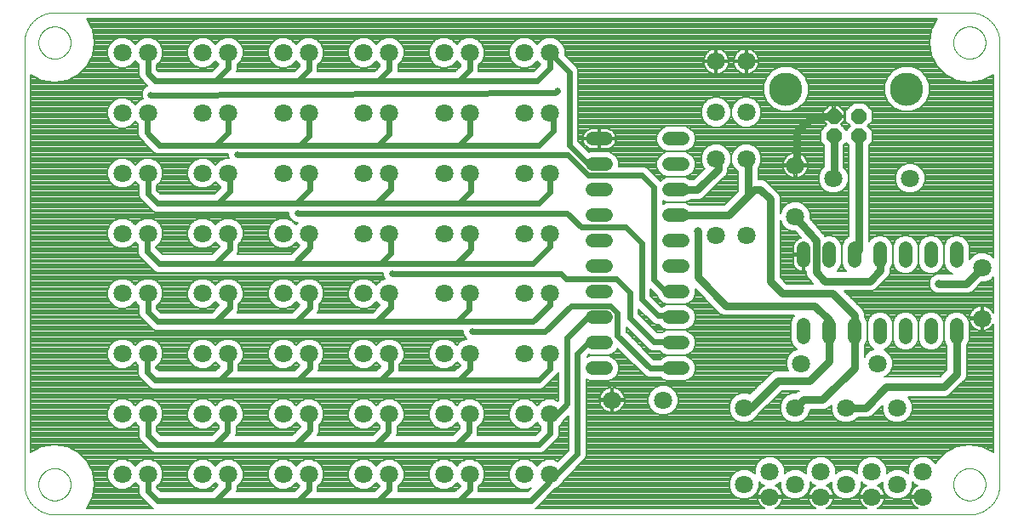
<source format=gbl>
G75*
%MOIN*%
%OFA0B0*%
%FSLAX25Y25*%
%IPPOS*%
%LPD*%
%AMOC8*
5,1,8,0,0,1.08239X$1,22.5*
%
%ADD10C,0.00000*%
%ADD11C,0.07087*%
%ADD12C,0.05200*%
%ADD13OC8,0.05740*%
%ADD14C,0.13055*%
%ADD15C,0.03150*%
%ADD16C,0.03150*%
%ADD17C,0.00787*%
%ADD18C,0.02362*%
%ADD19C,0.02578*%
D10*
X0016354Y0004543D02*
X0374622Y0004543D01*
X0368323Y0016354D02*
X0368325Y0016512D01*
X0368331Y0016670D01*
X0368341Y0016828D01*
X0368355Y0016986D01*
X0368373Y0017143D01*
X0368394Y0017300D01*
X0368420Y0017456D01*
X0368450Y0017612D01*
X0368483Y0017767D01*
X0368521Y0017920D01*
X0368562Y0018073D01*
X0368607Y0018225D01*
X0368656Y0018376D01*
X0368709Y0018525D01*
X0368765Y0018673D01*
X0368825Y0018819D01*
X0368889Y0018964D01*
X0368957Y0019107D01*
X0369028Y0019249D01*
X0369102Y0019389D01*
X0369180Y0019526D01*
X0369262Y0019662D01*
X0369346Y0019796D01*
X0369435Y0019927D01*
X0369526Y0020056D01*
X0369621Y0020183D01*
X0369718Y0020308D01*
X0369819Y0020430D01*
X0369923Y0020549D01*
X0370030Y0020666D01*
X0370140Y0020780D01*
X0370253Y0020891D01*
X0370368Y0021000D01*
X0370486Y0021105D01*
X0370607Y0021207D01*
X0370730Y0021307D01*
X0370856Y0021403D01*
X0370984Y0021496D01*
X0371114Y0021586D01*
X0371247Y0021672D01*
X0371382Y0021756D01*
X0371518Y0021835D01*
X0371657Y0021912D01*
X0371798Y0021984D01*
X0371940Y0022054D01*
X0372084Y0022119D01*
X0372230Y0022181D01*
X0372377Y0022239D01*
X0372526Y0022294D01*
X0372676Y0022345D01*
X0372827Y0022392D01*
X0372979Y0022435D01*
X0373132Y0022474D01*
X0373287Y0022510D01*
X0373442Y0022541D01*
X0373598Y0022569D01*
X0373754Y0022593D01*
X0373911Y0022613D01*
X0374069Y0022629D01*
X0374226Y0022641D01*
X0374385Y0022649D01*
X0374543Y0022653D01*
X0374701Y0022653D01*
X0374859Y0022649D01*
X0375018Y0022641D01*
X0375175Y0022629D01*
X0375333Y0022613D01*
X0375490Y0022593D01*
X0375646Y0022569D01*
X0375802Y0022541D01*
X0375957Y0022510D01*
X0376112Y0022474D01*
X0376265Y0022435D01*
X0376417Y0022392D01*
X0376568Y0022345D01*
X0376718Y0022294D01*
X0376867Y0022239D01*
X0377014Y0022181D01*
X0377160Y0022119D01*
X0377304Y0022054D01*
X0377446Y0021984D01*
X0377587Y0021912D01*
X0377726Y0021835D01*
X0377862Y0021756D01*
X0377997Y0021672D01*
X0378130Y0021586D01*
X0378260Y0021496D01*
X0378388Y0021403D01*
X0378514Y0021307D01*
X0378637Y0021207D01*
X0378758Y0021105D01*
X0378876Y0021000D01*
X0378991Y0020891D01*
X0379104Y0020780D01*
X0379214Y0020666D01*
X0379321Y0020549D01*
X0379425Y0020430D01*
X0379526Y0020308D01*
X0379623Y0020183D01*
X0379718Y0020056D01*
X0379809Y0019927D01*
X0379898Y0019796D01*
X0379982Y0019662D01*
X0380064Y0019526D01*
X0380142Y0019389D01*
X0380216Y0019249D01*
X0380287Y0019107D01*
X0380355Y0018964D01*
X0380419Y0018819D01*
X0380479Y0018673D01*
X0380535Y0018525D01*
X0380588Y0018376D01*
X0380637Y0018225D01*
X0380682Y0018073D01*
X0380723Y0017920D01*
X0380761Y0017767D01*
X0380794Y0017612D01*
X0380824Y0017456D01*
X0380850Y0017300D01*
X0380871Y0017143D01*
X0380889Y0016986D01*
X0380903Y0016828D01*
X0380913Y0016670D01*
X0380919Y0016512D01*
X0380921Y0016354D01*
X0380919Y0016196D01*
X0380913Y0016038D01*
X0380903Y0015880D01*
X0380889Y0015722D01*
X0380871Y0015565D01*
X0380850Y0015408D01*
X0380824Y0015252D01*
X0380794Y0015096D01*
X0380761Y0014941D01*
X0380723Y0014788D01*
X0380682Y0014635D01*
X0380637Y0014483D01*
X0380588Y0014332D01*
X0380535Y0014183D01*
X0380479Y0014035D01*
X0380419Y0013889D01*
X0380355Y0013744D01*
X0380287Y0013601D01*
X0380216Y0013459D01*
X0380142Y0013319D01*
X0380064Y0013182D01*
X0379982Y0013046D01*
X0379898Y0012912D01*
X0379809Y0012781D01*
X0379718Y0012652D01*
X0379623Y0012525D01*
X0379526Y0012400D01*
X0379425Y0012278D01*
X0379321Y0012159D01*
X0379214Y0012042D01*
X0379104Y0011928D01*
X0378991Y0011817D01*
X0378876Y0011708D01*
X0378758Y0011603D01*
X0378637Y0011501D01*
X0378514Y0011401D01*
X0378388Y0011305D01*
X0378260Y0011212D01*
X0378130Y0011122D01*
X0377997Y0011036D01*
X0377862Y0010952D01*
X0377726Y0010873D01*
X0377587Y0010796D01*
X0377446Y0010724D01*
X0377304Y0010654D01*
X0377160Y0010589D01*
X0377014Y0010527D01*
X0376867Y0010469D01*
X0376718Y0010414D01*
X0376568Y0010363D01*
X0376417Y0010316D01*
X0376265Y0010273D01*
X0376112Y0010234D01*
X0375957Y0010198D01*
X0375802Y0010167D01*
X0375646Y0010139D01*
X0375490Y0010115D01*
X0375333Y0010095D01*
X0375175Y0010079D01*
X0375018Y0010067D01*
X0374859Y0010059D01*
X0374701Y0010055D01*
X0374543Y0010055D01*
X0374385Y0010059D01*
X0374226Y0010067D01*
X0374069Y0010079D01*
X0373911Y0010095D01*
X0373754Y0010115D01*
X0373598Y0010139D01*
X0373442Y0010167D01*
X0373287Y0010198D01*
X0373132Y0010234D01*
X0372979Y0010273D01*
X0372827Y0010316D01*
X0372676Y0010363D01*
X0372526Y0010414D01*
X0372377Y0010469D01*
X0372230Y0010527D01*
X0372084Y0010589D01*
X0371940Y0010654D01*
X0371798Y0010724D01*
X0371657Y0010796D01*
X0371518Y0010873D01*
X0371382Y0010952D01*
X0371247Y0011036D01*
X0371114Y0011122D01*
X0370984Y0011212D01*
X0370856Y0011305D01*
X0370730Y0011401D01*
X0370607Y0011501D01*
X0370486Y0011603D01*
X0370368Y0011708D01*
X0370253Y0011817D01*
X0370140Y0011928D01*
X0370030Y0012042D01*
X0369923Y0012159D01*
X0369819Y0012278D01*
X0369718Y0012400D01*
X0369621Y0012525D01*
X0369526Y0012652D01*
X0369435Y0012781D01*
X0369346Y0012912D01*
X0369262Y0013046D01*
X0369180Y0013182D01*
X0369102Y0013319D01*
X0369028Y0013459D01*
X0368957Y0013601D01*
X0368889Y0013744D01*
X0368825Y0013889D01*
X0368765Y0014035D01*
X0368709Y0014183D01*
X0368656Y0014332D01*
X0368607Y0014483D01*
X0368562Y0014635D01*
X0368521Y0014788D01*
X0368483Y0014941D01*
X0368450Y0015096D01*
X0368420Y0015252D01*
X0368394Y0015408D01*
X0368373Y0015565D01*
X0368355Y0015722D01*
X0368341Y0015880D01*
X0368331Y0016038D01*
X0368325Y0016196D01*
X0368323Y0016354D01*
X0374622Y0004543D02*
X0374907Y0004546D01*
X0375193Y0004557D01*
X0375478Y0004574D01*
X0375762Y0004598D01*
X0376046Y0004629D01*
X0376329Y0004667D01*
X0376610Y0004712D01*
X0376891Y0004763D01*
X0377171Y0004821D01*
X0377449Y0004886D01*
X0377725Y0004958D01*
X0377999Y0005036D01*
X0378272Y0005121D01*
X0378542Y0005213D01*
X0378810Y0005311D01*
X0379076Y0005415D01*
X0379339Y0005526D01*
X0379599Y0005643D01*
X0379857Y0005766D01*
X0380111Y0005896D01*
X0380362Y0006032D01*
X0380610Y0006173D01*
X0380854Y0006321D01*
X0381095Y0006474D01*
X0381331Y0006634D01*
X0381564Y0006799D01*
X0381793Y0006969D01*
X0382018Y0007145D01*
X0382238Y0007327D01*
X0382454Y0007513D01*
X0382665Y0007705D01*
X0382872Y0007902D01*
X0383074Y0008104D01*
X0383271Y0008311D01*
X0383463Y0008522D01*
X0383649Y0008738D01*
X0383831Y0008958D01*
X0384007Y0009183D01*
X0384177Y0009412D01*
X0384342Y0009645D01*
X0384502Y0009881D01*
X0384655Y0010122D01*
X0384803Y0010366D01*
X0384944Y0010614D01*
X0385080Y0010865D01*
X0385210Y0011119D01*
X0385333Y0011377D01*
X0385450Y0011637D01*
X0385561Y0011900D01*
X0385665Y0012166D01*
X0385763Y0012434D01*
X0385855Y0012704D01*
X0385940Y0012977D01*
X0386018Y0013251D01*
X0386090Y0013527D01*
X0386155Y0013805D01*
X0386213Y0014085D01*
X0386264Y0014366D01*
X0386309Y0014647D01*
X0386347Y0014930D01*
X0386378Y0015214D01*
X0386402Y0015498D01*
X0386419Y0015783D01*
X0386430Y0016069D01*
X0386433Y0016354D01*
X0386433Y0189583D01*
X0368323Y0189583D02*
X0368325Y0189741D01*
X0368331Y0189899D01*
X0368341Y0190057D01*
X0368355Y0190215D01*
X0368373Y0190372D01*
X0368394Y0190529D01*
X0368420Y0190685D01*
X0368450Y0190841D01*
X0368483Y0190996D01*
X0368521Y0191149D01*
X0368562Y0191302D01*
X0368607Y0191454D01*
X0368656Y0191605D01*
X0368709Y0191754D01*
X0368765Y0191902D01*
X0368825Y0192048D01*
X0368889Y0192193D01*
X0368957Y0192336D01*
X0369028Y0192478D01*
X0369102Y0192618D01*
X0369180Y0192755D01*
X0369262Y0192891D01*
X0369346Y0193025D01*
X0369435Y0193156D01*
X0369526Y0193285D01*
X0369621Y0193412D01*
X0369718Y0193537D01*
X0369819Y0193659D01*
X0369923Y0193778D01*
X0370030Y0193895D01*
X0370140Y0194009D01*
X0370253Y0194120D01*
X0370368Y0194229D01*
X0370486Y0194334D01*
X0370607Y0194436D01*
X0370730Y0194536D01*
X0370856Y0194632D01*
X0370984Y0194725D01*
X0371114Y0194815D01*
X0371247Y0194901D01*
X0371382Y0194985D01*
X0371518Y0195064D01*
X0371657Y0195141D01*
X0371798Y0195213D01*
X0371940Y0195283D01*
X0372084Y0195348D01*
X0372230Y0195410D01*
X0372377Y0195468D01*
X0372526Y0195523D01*
X0372676Y0195574D01*
X0372827Y0195621D01*
X0372979Y0195664D01*
X0373132Y0195703D01*
X0373287Y0195739D01*
X0373442Y0195770D01*
X0373598Y0195798D01*
X0373754Y0195822D01*
X0373911Y0195842D01*
X0374069Y0195858D01*
X0374226Y0195870D01*
X0374385Y0195878D01*
X0374543Y0195882D01*
X0374701Y0195882D01*
X0374859Y0195878D01*
X0375018Y0195870D01*
X0375175Y0195858D01*
X0375333Y0195842D01*
X0375490Y0195822D01*
X0375646Y0195798D01*
X0375802Y0195770D01*
X0375957Y0195739D01*
X0376112Y0195703D01*
X0376265Y0195664D01*
X0376417Y0195621D01*
X0376568Y0195574D01*
X0376718Y0195523D01*
X0376867Y0195468D01*
X0377014Y0195410D01*
X0377160Y0195348D01*
X0377304Y0195283D01*
X0377446Y0195213D01*
X0377587Y0195141D01*
X0377726Y0195064D01*
X0377862Y0194985D01*
X0377997Y0194901D01*
X0378130Y0194815D01*
X0378260Y0194725D01*
X0378388Y0194632D01*
X0378514Y0194536D01*
X0378637Y0194436D01*
X0378758Y0194334D01*
X0378876Y0194229D01*
X0378991Y0194120D01*
X0379104Y0194009D01*
X0379214Y0193895D01*
X0379321Y0193778D01*
X0379425Y0193659D01*
X0379526Y0193537D01*
X0379623Y0193412D01*
X0379718Y0193285D01*
X0379809Y0193156D01*
X0379898Y0193025D01*
X0379982Y0192891D01*
X0380064Y0192755D01*
X0380142Y0192618D01*
X0380216Y0192478D01*
X0380287Y0192336D01*
X0380355Y0192193D01*
X0380419Y0192048D01*
X0380479Y0191902D01*
X0380535Y0191754D01*
X0380588Y0191605D01*
X0380637Y0191454D01*
X0380682Y0191302D01*
X0380723Y0191149D01*
X0380761Y0190996D01*
X0380794Y0190841D01*
X0380824Y0190685D01*
X0380850Y0190529D01*
X0380871Y0190372D01*
X0380889Y0190215D01*
X0380903Y0190057D01*
X0380913Y0189899D01*
X0380919Y0189741D01*
X0380921Y0189583D01*
X0380919Y0189425D01*
X0380913Y0189267D01*
X0380903Y0189109D01*
X0380889Y0188951D01*
X0380871Y0188794D01*
X0380850Y0188637D01*
X0380824Y0188481D01*
X0380794Y0188325D01*
X0380761Y0188170D01*
X0380723Y0188017D01*
X0380682Y0187864D01*
X0380637Y0187712D01*
X0380588Y0187561D01*
X0380535Y0187412D01*
X0380479Y0187264D01*
X0380419Y0187118D01*
X0380355Y0186973D01*
X0380287Y0186830D01*
X0380216Y0186688D01*
X0380142Y0186548D01*
X0380064Y0186411D01*
X0379982Y0186275D01*
X0379898Y0186141D01*
X0379809Y0186010D01*
X0379718Y0185881D01*
X0379623Y0185754D01*
X0379526Y0185629D01*
X0379425Y0185507D01*
X0379321Y0185388D01*
X0379214Y0185271D01*
X0379104Y0185157D01*
X0378991Y0185046D01*
X0378876Y0184937D01*
X0378758Y0184832D01*
X0378637Y0184730D01*
X0378514Y0184630D01*
X0378388Y0184534D01*
X0378260Y0184441D01*
X0378130Y0184351D01*
X0377997Y0184265D01*
X0377862Y0184181D01*
X0377726Y0184102D01*
X0377587Y0184025D01*
X0377446Y0183953D01*
X0377304Y0183883D01*
X0377160Y0183818D01*
X0377014Y0183756D01*
X0376867Y0183698D01*
X0376718Y0183643D01*
X0376568Y0183592D01*
X0376417Y0183545D01*
X0376265Y0183502D01*
X0376112Y0183463D01*
X0375957Y0183427D01*
X0375802Y0183396D01*
X0375646Y0183368D01*
X0375490Y0183344D01*
X0375333Y0183324D01*
X0375175Y0183308D01*
X0375018Y0183296D01*
X0374859Y0183288D01*
X0374701Y0183284D01*
X0374543Y0183284D01*
X0374385Y0183288D01*
X0374226Y0183296D01*
X0374069Y0183308D01*
X0373911Y0183324D01*
X0373754Y0183344D01*
X0373598Y0183368D01*
X0373442Y0183396D01*
X0373287Y0183427D01*
X0373132Y0183463D01*
X0372979Y0183502D01*
X0372827Y0183545D01*
X0372676Y0183592D01*
X0372526Y0183643D01*
X0372377Y0183698D01*
X0372230Y0183756D01*
X0372084Y0183818D01*
X0371940Y0183883D01*
X0371798Y0183953D01*
X0371657Y0184025D01*
X0371518Y0184102D01*
X0371382Y0184181D01*
X0371247Y0184265D01*
X0371114Y0184351D01*
X0370984Y0184441D01*
X0370856Y0184534D01*
X0370730Y0184630D01*
X0370607Y0184730D01*
X0370486Y0184832D01*
X0370368Y0184937D01*
X0370253Y0185046D01*
X0370140Y0185157D01*
X0370030Y0185271D01*
X0369923Y0185388D01*
X0369819Y0185507D01*
X0369718Y0185629D01*
X0369621Y0185754D01*
X0369526Y0185881D01*
X0369435Y0186010D01*
X0369346Y0186141D01*
X0369262Y0186275D01*
X0369180Y0186411D01*
X0369102Y0186548D01*
X0369028Y0186688D01*
X0368957Y0186830D01*
X0368889Y0186973D01*
X0368825Y0187118D01*
X0368765Y0187264D01*
X0368709Y0187412D01*
X0368656Y0187561D01*
X0368607Y0187712D01*
X0368562Y0187864D01*
X0368521Y0188017D01*
X0368483Y0188170D01*
X0368450Y0188325D01*
X0368420Y0188481D01*
X0368394Y0188637D01*
X0368373Y0188794D01*
X0368355Y0188951D01*
X0368341Y0189109D01*
X0368331Y0189267D01*
X0368325Y0189425D01*
X0368323Y0189583D01*
X0374622Y0201394D02*
X0374907Y0201391D01*
X0375193Y0201380D01*
X0375478Y0201363D01*
X0375762Y0201339D01*
X0376046Y0201308D01*
X0376329Y0201270D01*
X0376610Y0201225D01*
X0376891Y0201174D01*
X0377171Y0201116D01*
X0377449Y0201051D01*
X0377725Y0200979D01*
X0377999Y0200901D01*
X0378272Y0200816D01*
X0378542Y0200724D01*
X0378810Y0200626D01*
X0379076Y0200522D01*
X0379339Y0200411D01*
X0379599Y0200294D01*
X0379857Y0200171D01*
X0380111Y0200041D01*
X0380362Y0199905D01*
X0380610Y0199764D01*
X0380854Y0199616D01*
X0381095Y0199463D01*
X0381331Y0199303D01*
X0381564Y0199138D01*
X0381793Y0198968D01*
X0382018Y0198792D01*
X0382238Y0198610D01*
X0382454Y0198424D01*
X0382665Y0198232D01*
X0382872Y0198035D01*
X0383074Y0197833D01*
X0383271Y0197626D01*
X0383463Y0197415D01*
X0383649Y0197199D01*
X0383831Y0196979D01*
X0384007Y0196754D01*
X0384177Y0196525D01*
X0384342Y0196292D01*
X0384502Y0196056D01*
X0384655Y0195815D01*
X0384803Y0195571D01*
X0384944Y0195323D01*
X0385080Y0195072D01*
X0385210Y0194818D01*
X0385333Y0194560D01*
X0385450Y0194300D01*
X0385561Y0194037D01*
X0385665Y0193771D01*
X0385763Y0193503D01*
X0385855Y0193233D01*
X0385940Y0192960D01*
X0386018Y0192686D01*
X0386090Y0192410D01*
X0386155Y0192132D01*
X0386213Y0191852D01*
X0386264Y0191571D01*
X0386309Y0191290D01*
X0386347Y0191007D01*
X0386378Y0190723D01*
X0386402Y0190439D01*
X0386419Y0190154D01*
X0386430Y0189868D01*
X0386433Y0189583D01*
X0374622Y0201394D02*
X0016354Y0201394D01*
X0010055Y0189583D02*
X0010057Y0189741D01*
X0010063Y0189899D01*
X0010073Y0190057D01*
X0010087Y0190215D01*
X0010105Y0190372D01*
X0010126Y0190529D01*
X0010152Y0190685D01*
X0010182Y0190841D01*
X0010215Y0190996D01*
X0010253Y0191149D01*
X0010294Y0191302D01*
X0010339Y0191454D01*
X0010388Y0191605D01*
X0010441Y0191754D01*
X0010497Y0191902D01*
X0010557Y0192048D01*
X0010621Y0192193D01*
X0010689Y0192336D01*
X0010760Y0192478D01*
X0010834Y0192618D01*
X0010912Y0192755D01*
X0010994Y0192891D01*
X0011078Y0193025D01*
X0011167Y0193156D01*
X0011258Y0193285D01*
X0011353Y0193412D01*
X0011450Y0193537D01*
X0011551Y0193659D01*
X0011655Y0193778D01*
X0011762Y0193895D01*
X0011872Y0194009D01*
X0011985Y0194120D01*
X0012100Y0194229D01*
X0012218Y0194334D01*
X0012339Y0194436D01*
X0012462Y0194536D01*
X0012588Y0194632D01*
X0012716Y0194725D01*
X0012846Y0194815D01*
X0012979Y0194901D01*
X0013114Y0194985D01*
X0013250Y0195064D01*
X0013389Y0195141D01*
X0013530Y0195213D01*
X0013672Y0195283D01*
X0013816Y0195348D01*
X0013962Y0195410D01*
X0014109Y0195468D01*
X0014258Y0195523D01*
X0014408Y0195574D01*
X0014559Y0195621D01*
X0014711Y0195664D01*
X0014864Y0195703D01*
X0015019Y0195739D01*
X0015174Y0195770D01*
X0015330Y0195798D01*
X0015486Y0195822D01*
X0015643Y0195842D01*
X0015801Y0195858D01*
X0015958Y0195870D01*
X0016117Y0195878D01*
X0016275Y0195882D01*
X0016433Y0195882D01*
X0016591Y0195878D01*
X0016750Y0195870D01*
X0016907Y0195858D01*
X0017065Y0195842D01*
X0017222Y0195822D01*
X0017378Y0195798D01*
X0017534Y0195770D01*
X0017689Y0195739D01*
X0017844Y0195703D01*
X0017997Y0195664D01*
X0018149Y0195621D01*
X0018300Y0195574D01*
X0018450Y0195523D01*
X0018599Y0195468D01*
X0018746Y0195410D01*
X0018892Y0195348D01*
X0019036Y0195283D01*
X0019178Y0195213D01*
X0019319Y0195141D01*
X0019458Y0195064D01*
X0019594Y0194985D01*
X0019729Y0194901D01*
X0019862Y0194815D01*
X0019992Y0194725D01*
X0020120Y0194632D01*
X0020246Y0194536D01*
X0020369Y0194436D01*
X0020490Y0194334D01*
X0020608Y0194229D01*
X0020723Y0194120D01*
X0020836Y0194009D01*
X0020946Y0193895D01*
X0021053Y0193778D01*
X0021157Y0193659D01*
X0021258Y0193537D01*
X0021355Y0193412D01*
X0021450Y0193285D01*
X0021541Y0193156D01*
X0021630Y0193025D01*
X0021714Y0192891D01*
X0021796Y0192755D01*
X0021874Y0192618D01*
X0021948Y0192478D01*
X0022019Y0192336D01*
X0022087Y0192193D01*
X0022151Y0192048D01*
X0022211Y0191902D01*
X0022267Y0191754D01*
X0022320Y0191605D01*
X0022369Y0191454D01*
X0022414Y0191302D01*
X0022455Y0191149D01*
X0022493Y0190996D01*
X0022526Y0190841D01*
X0022556Y0190685D01*
X0022582Y0190529D01*
X0022603Y0190372D01*
X0022621Y0190215D01*
X0022635Y0190057D01*
X0022645Y0189899D01*
X0022651Y0189741D01*
X0022653Y0189583D01*
X0022651Y0189425D01*
X0022645Y0189267D01*
X0022635Y0189109D01*
X0022621Y0188951D01*
X0022603Y0188794D01*
X0022582Y0188637D01*
X0022556Y0188481D01*
X0022526Y0188325D01*
X0022493Y0188170D01*
X0022455Y0188017D01*
X0022414Y0187864D01*
X0022369Y0187712D01*
X0022320Y0187561D01*
X0022267Y0187412D01*
X0022211Y0187264D01*
X0022151Y0187118D01*
X0022087Y0186973D01*
X0022019Y0186830D01*
X0021948Y0186688D01*
X0021874Y0186548D01*
X0021796Y0186411D01*
X0021714Y0186275D01*
X0021630Y0186141D01*
X0021541Y0186010D01*
X0021450Y0185881D01*
X0021355Y0185754D01*
X0021258Y0185629D01*
X0021157Y0185507D01*
X0021053Y0185388D01*
X0020946Y0185271D01*
X0020836Y0185157D01*
X0020723Y0185046D01*
X0020608Y0184937D01*
X0020490Y0184832D01*
X0020369Y0184730D01*
X0020246Y0184630D01*
X0020120Y0184534D01*
X0019992Y0184441D01*
X0019862Y0184351D01*
X0019729Y0184265D01*
X0019594Y0184181D01*
X0019458Y0184102D01*
X0019319Y0184025D01*
X0019178Y0183953D01*
X0019036Y0183883D01*
X0018892Y0183818D01*
X0018746Y0183756D01*
X0018599Y0183698D01*
X0018450Y0183643D01*
X0018300Y0183592D01*
X0018149Y0183545D01*
X0017997Y0183502D01*
X0017844Y0183463D01*
X0017689Y0183427D01*
X0017534Y0183396D01*
X0017378Y0183368D01*
X0017222Y0183344D01*
X0017065Y0183324D01*
X0016907Y0183308D01*
X0016750Y0183296D01*
X0016591Y0183288D01*
X0016433Y0183284D01*
X0016275Y0183284D01*
X0016117Y0183288D01*
X0015958Y0183296D01*
X0015801Y0183308D01*
X0015643Y0183324D01*
X0015486Y0183344D01*
X0015330Y0183368D01*
X0015174Y0183396D01*
X0015019Y0183427D01*
X0014864Y0183463D01*
X0014711Y0183502D01*
X0014559Y0183545D01*
X0014408Y0183592D01*
X0014258Y0183643D01*
X0014109Y0183698D01*
X0013962Y0183756D01*
X0013816Y0183818D01*
X0013672Y0183883D01*
X0013530Y0183953D01*
X0013389Y0184025D01*
X0013250Y0184102D01*
X0013114Y0184181D01*
X0012979Y0184265D01*
X0012846Y0184351D01*
X0012716Y0184441D01*
X0012588Y0184534D01*
X0012462Y0184630D01*
X0012339Y0184730D01*
X0012218Y0184832D01*
X0012100Y0184937D01*
X0011985Y0185046D01*
X0011872Y0185157D01*
X0011762Y0185271D01*
X0011655Y0185388D01*
X0011551Y0185507D01*
X0011450Y0185629D01*
X0011353Y0185754D01*
X0011258Y0185881D01*
X0011167Y0186010D01*
X0011078Y0186141D01*
X0010994Y0186275D01*
X0010912Y0186411D01*
X0010834Y0186548D01*
X0010760Y0186688D01*
X0010689Y0186830D01*
X0010621Y0186973D01*
X0010557Y0187118D01*
X0010497Y0187264D01*
X0010441Y0187412D01*
X0010388Y0187561D01*
X0010339Y0187712D01*
X0010294Y0187864D01*
X0010253Y0188017D01*
X0010215Y0188170D01*
X0010182Y0188325D01*
X0010152Y0188481D01*
X0010126Y0188637D01*
X0010105Y0188794D01*
X0010087Y0188951D01*
X0010073Y0189109D01*
X0010063Y0189267D01*
X0010057Y0189425D01*
X0010055Y0189583D01*
X0004543Y0189583D02*
X0004543Y0016354D01*
X0010055Y0016354D02*
X0010057Y0016512D01*
X0010063Y0016670D01*
X0010073Y0016828D01*
X0010087Y0016986D01*
X0010105Y0017143D01*
X0010126Y0017300D01*
X0010152Y0017456D01*
X0010182Y0017612D01*
X0010215Y0017767D01*
X0010253Y0017920D01*
X0010294Y0018073D01*
X0010339Y0018225D01*
X0010388Y0018376D01*
X0010441Y0018525D01*
X0010497Y0018673D01*
X0010557Y0018819D01*
X0010621Y0018964D01*
X0010689Y0019107D01*
X0010760Y0019249D01*
X0010834Y0019389D01*
X0010912Y0019526D01*
X0010994Y0019662D01*
X0011078Y0019796D01*
X0011167Y0019927D01*
X0011258Y0020056D01*
X0011353Y0020183D01*
X0011450Y0020308D01*
X0011551Y0020430D01*
X0011655Y0020549D01*
X0011762Y0020666D01*
X0011872Y0020780D01*
X0011985Y0020891D01*
X0012100Y0021000D01*
X0012218Y0021105D01*
X0012339Y0021207D01*
X0012462Y0021307D01*
X0012588Y0021403D01*
X0012716Y0021496D01*
X0012846Y0021586D01*
X0012979Y0021672D01*
X0013114Y0021756D01*
X0013250Y0021835D01*
X0013389Y0021912D01*
X0013530Y0021984D01*
X0013672Y0022054D01*
X0013816Y0022119D01*
X0013962Y0022181D01*
X0014109Y0022239D01*
X0014258Y0022294D01*
X0014408Y0022345D01*
X0014559Y0022392D01*
X0014711Y0022435D01*
X0014864Y0022474D01*
X0015019Y0022510D01*
X0015174Y0022541D01*
X0015330Y0022569D01*
X0015486Y0022593D01*
X0015643Y0022613D01*
X0015801Y0022629D01*
X0015958Y0022641D01*
X0016117Y0022649D01*
X0016275Y0022653D01*
X0016433Y0022653D01*
X0016591Y0022649D01*
X0016750Y0022641D01*
X0016907Y0022629D01*
X0017065Y0022613D01*
X0017222Y0022593D01*
X0017378Y0022569D01*
X0017534Y0022541D01*
X0017689Y0022510D01*
X0017844Y0022474D01*
X0017997Y0022435D01*
X0018149Y0022392D01*
X0018300Y0022345D01*
X0018450Y0022294D01*
X0018599Y0022239D01*
X0018746Y0022181D01*
X0018892Y0022119D01*
X0019036Y0022054D01*
X0019178Y0021984D01*
X0019319Y0021912D01*
X0019458Y0021835D01*
X0019594Y0021756D01*
X0019729Y0021672D01*
X0019862Y0021586D01*
X0019992Y0021496D01*
X0020120Y0021403D01*
X0020246Y0021307D01*
X0020369Y0021207D01*
X0020490Y0021105D01*
X0020608Y0021000D01*
X0020723Y0020891D01*
X0020836Y0020780D01*
X0020946Y0020666D01*
X0021053Y0020549D01*
X0021157Y0020430D01*
X0021258Y0020308D01*
X0021355Y0020183D01*
X0021450Y0020056D01*
X0021541Y0019927D01*
X0021630Y0019796D01*
X0021714Y0019662D01*
X0021796Y0019526D01*
X0021874Y0019389D01*
X0021948Y0019249D01*
X0022019Y0019107D01*
X0022087Y0018964D01*
X0022151Y0018819D01*
X0022211Y0018673D01*
X0022267Y0018525D01*
X0022320Y0018376D01*
X0022369Y0018225D01*
X0022414Y0018073D01*
X0022455Y0017920D01*
X0022493Y0017767D01*
X0022526Y0017612D01*
X0022556Y0017456D01*
X0022582Y0017300D01*
X0022603Y0017143D01*
X0022621Y0016986D01*
X0022635Y0016828D01*
X0022645Y0016670D01*
X0022651Y0016512D01*
X0022653Y0016354D01*
X0022651Y0016196D01*
X0022645Y0016038D01*
X0022635Y0015880D01*
X0022621Y0015722D01*
X0022603Y0015565D01*
X0022582Y0015408D01*
X0022556Y0015252D01*
X0022526Y0015096D01*
X0022493Y0014941D01*
X0022455Y0014788D01*
X0022414Y0014635D01*
X0022369Y0014483D01*
X0022320Y0014332D01*
X0022267Y0014183D01*
X0022211Y0014035D01*
X0022151Y0013889D01*
X0022087Y0013744D01*
X0022019Y0013601D01*
X0021948Y0013459D01*
X0021874Y0013319D01*
X0021796Y0013182D01*
X0021714Y0013046D01*
X0021630Y0012912D01*
X0021541Y0012781D01*
X0021450Y0012652D01*
X0021355Y0012525D01*
X0021258Y0012400D01*
X0021157Y0012278D01*
X0021053Y0012159D01*
X0020946Y0012042D01*
X0020836Y0011928D01*
X0020723Y0011817D01*
X0020608Y0011708D01*
X0020490Y0011603D01*
X0020369Y0011501D01*
X0020246Y0011401D01*
X0020120Y0011305D01*
X0019992Y0011212D01*
X0019862Y0011122D01*
X0019729Y0011036D01*
X0019594Y0010952D01*
X0019458Y0010873D01*
X0019319Y0010796D01*
X0019178Y0010724D01*
X0019036Y0010654D01*
X0018892Y0010589D01*
X0018746Y0010527D01*
X0018599Y0010469D01*
X0018450Y0010414D01*
X0018300Y0010363D01*
X0018149Y0010316D01*
X0017997Y0010273D01*
X0017844Y0010234D01*
X0017689Y0010198D01*
X0017534Y0010167D01*
X0017378Y0010139D01*
X0017222Y0010115D01*
X0017065Y0010095D01*
X0016907Y0010079D01*
X0016750Y0010067D01*
X0016591Y0010059D01*
X0016433Y0010055D01*
X0016275Y0010055D01*
X0016117Y0010059D01*
X0015958Y0010067D01*
X0015801Y0010079D01*
X0015643Y0010095D01*
X0015486Y0010115D01*
X0015330Y0010139D01*
X0015174Y0010167D01*
X0015019Y0010198D01*
X0014864Y0010234D01*
X0014711Y0010273D01*
X0014559Y0010316D01*
X0014408Y0010363D01*
X0014258Y0010414D01*
X0014109Y0010469D01*
X0013962Y0010527D01*
X0013816Y0010589D01*
X0013672Y0010654D01*
X0013530Y0010724D01*
X0013389Y0010796D01*
X0013250Y0010873D01*
X0013114Y0010952D01*
X0012979Y0011036D01*
X0012846Y0011122D01*
X0012716Y0011212D01*
X0012588Y0011305D01*
X0012462Y0011401D01*
X0012339Y0011501D01*
X0012218Y0011603D01*
X0012100Y0011708D01*
X0011985Y0011817D01*
X0011872Y0011928D01*
X0011762Y0012042D01*
X0011655Y0012159D01*
X0011551Y0012278D01*
X0011450Y0012400D01*
X0011353Y0012525D01*
X0011258Y0012652D01*
X0011167Y0012781D01*
X0011078Y0012912D01*
X0010994Y0013046D01*
X0010912Y0013182D01*
X0010834Y0013319D01*
X0010760Y0013459D01*
X0010689Y0013601D01*
X0010621Y0013744D01*
X0010557Y0013889D01*
X0010497Y0014035D01*
X0010441Y0014183D01*
X0010388Y0014332D01*
X0010339Y0014483D01*
X0010294Y0014635D01*
X0010253Y0014788D01*
X0010215Y0014941D01*
X0010182Y0015096D01*
X0010152Y0015252D01*
X0010126Y0015408D01*
X0010105Y0015565D01*
X0010087Y0015722D01*
X0010073Y0015880D01*
X0010063Y0016038D01*
X0010057Y0016196D01*
X0010055Y0016354D01*
X0004543Y0016354D02*
X0004546Y0016069D01*
X0004557Y0015783D01*
X0004574Y0015498D01*
X0004598Y0015214D01*
X0004629Y0014930D01*
X0004667Y0014647D01*
X0004712Y0014366D01*
X0004763Y0014085D01*
X0004821Y0013805D01*
X0004886Y0013527D01*
X0004958Y0013251D01*
X0005036Y0012977D01*
X0005121Y0012704D01*
X0005213Y0012434D01*
X0005311Y0012166D01*
X0005415Y0011900D01*
X0005526Y0011637D01*
X0005643Y0011377D01*
X0005766Y0011119D01*
X0005896Y0010865D01*
X0006032Y0010614D01*
X0006173Y0010366D01*
X0006321Y0010122D01*
X0006474Y0009881D01*
X0006634Y0009645D01*
X0006799Y0009412D01*
X0006969Y0009183D01*
X0007145Y0008958D01*
X0007327Y0008738D01*
X0007513Y0008522D01*
X0007705Y0008311D01*
X0007902Y0008104D01*
X0008104Y0007902D01*
X0008311Y0007705D01*
X0008522Y0007513D01*
X0008738Y0007327D01*
X0008958Y0007145D01*
X0009183Y0006969D01*
X0009412Y0006799D01*
X0009645Y0006634D01*
X0009881Y0006474D01*
X0010122Y0006321D01*
X0010366Y0006173D01*
X0010614Y0006032D01*
X0010865Y0005896D01*
X0011119Y0005766D01*
X0011377Y0005643D01*
X0011637Y0005526D01*
X0011900Y0005415D01*
X0012166Y0005311D01*
X0012434Y0005213D01*
X0012704Y0005121D01*
X0012977Y0005036D01*
X0013251Y0004958D01*
X0013527Y0004886D01*
X0013805Y0004821D01*
X0014085Y0004763D01*
X0014366Y0004712D01*
X0014647Y0004667D01*
X0014930Y0004629D01*
X0015214Y0004598D01*
X0015498Y0004574D01*
X0015783Y0004557D01*
X0016069Y0004546D01*
X0016354Y0004543D01*
X0004543Y0189583D02*
X0004546Y0189868D01*
X0004557Y0190154D01*
X0004574Y0190439D01*
X0004598Y0190723D01*
X0004629Y0191007D01*
X0004667Y0191290D01*
X0004712Y0191571D01*
X0004763Y0191852D01*
X0004821Y0192132D01*
X0004886Y0192410D01*
X0004958Y0192686D01*
X0005036Y0192960D01*
X0005121Y0193233D01*
X0005213Y0193503D01*
X0005311Y0193771D01*
X0005415Y0194037D01*
X0005526Y0194300D01*
X0005643Y0194560D01*
X0005766Y0194818D01*
X0005896Y0195072D01*
X0006032Y0195323D01*
X0006173Y0195571D01*
X0006321Y0195815D01*
X0006474Y0196056D01*
X0006634Y0196292D01*
X0006799Y0196525D01*
X0006969Y0196754D01*
X0007145Y0196979D01*
X0007327Y0197199D01*
X0007513Y0197415D01*
X0007705Y0197626D01*
X0007902Y0197833D01*
X0008104Y0198035D01*
X0008311Y0198232D01*
X0008522Y0198424D01*
X0008738Y0198610D01*
X0008958Y0198792D01*
X0009183Y0198968D01*
X0009412Y0199138D01*
X0009645Y0199303D01*
X0009881Y0199463D01*
X0010122Y0199616D01*
X0010366Y0199764D01*
X0010614Y0199905D01*
X0010865Y0200041D01*
X0011119Y0200171D01*
X0011377Y0200294D01*
X0011637Y0200411D01*
X0011900Y0200522D01*
X0012166Y0200626D01*
X0012434Y0200724D01*
X0012704Y0200816D01*
X0012977Y0200901D01*
X0013251Y0200979D01*
X0013527Y0201051D01*
X0013805Y0201116D01*
X0014085Y0201174D01*
X0014366Y0201225D01*
X0014647Y0201270D01*
X0014930Y0201308D01*
X0015214Y0201339D01*
X0015498Y0201363D01*
X0015783Y0201380D01*
X0016069Y0201391D01*
X0016354Y0201394D01*
D11*
X0042850Y0185646D03*
X0052850Y0185646D03*
X0074346Y0185646D03*
X0084346Y0185646D03*
X0105843Y0185646D03*
X0115843Y0185646D03*
X0137339Y0185646D03*
X0147339Y0185646D03*
X0168835Y0185646D03*
X0178835Y0185646D03*
X0200331Y0185646D03*
X0210331Y0185646D03*
X0210331Y0162024D03*
X0200331Y0162024D03*
X0178835Y0162024D03*
X0168835Y0162024D03*
X0147339Y0162024D03*
X0137339Y0162024D03*
X0115843Y0162024D03*
X0105843Y0162024D03*
X0084346Y0162024D03*
X0074346Y0162024D03*
X0052850Y0162024D03*
X0042850Y0162024D03*
X0042850Y0138402D03*
X0052850Y0138402D03*
X0074346Y0138402D03*
X0084346Y0138402D03*
X0105843Y0138402D03*
X0115843Y0138402D03*
X0137339Y0138402D03*
X0147339Y0138402D03*
X0168835Y0138402D03*
X0178835Y0138402D03*
X0200331Y0138402D03*
X0210331Y0138402D03*
X0210331Y0114780D03*
X0200331Y0114780D03*
X0178835Y0114780D03*
X0168835Y0114780D03*
X0147339Y0114780D03*
X0137339Y0114780D03*
X0115843Y0114780D03*
X0105843Y0114780D03*
X0084346Y0114780D03*
X0074346Y0114780D03*
X0052850Y0114780D03*
X0042850Y0114780D03*
X0042850Y0091157D03*
X0052850Y0091157D03*
X0074346Y0091157D03*
X0084346Y0091157D03*
X0105843Y0091157D03*
X0115843Y0091157D03*
X0137339Y0091157D03*
X0147339Y0091157D03*
X0168835Y0091157D03*
X0178835Y0091157D03*
X0200331Y0091157D03*
X0210331Y0091157D03*
X0210331Y0067535D03*
X0200331Y0067535D03*
X0178835Y0067535D03*
X0168835Y0067535D03*
X0147339Y0067535D03*
X0137339Y0067535D03*
X0115843Y0067535D03*
X0105843Y0067535D03*
X0084346Y0067535D03*
X0074346Y0067535D03*
X0052850Y0067535D03*
X0042850Y0067535D03*
X0042850Y0043913D03*
X0052850Y0043913D03*
X0074346Y0043913D03*
X0084346Y0043913D03*
X0105843Y0043913D03*
X0115843Y0043913D03*
X0137339Y0043913D03*
X0147339Y0043913D03*
X0168835Y0043913D03*
X0178835Y0043913D03*
X0200331Y0043913D03*
X0210331Y0043913D03*
X0234701Y0049425D03*
X0254701Y0049425D03*
X0286433Y0046394D03*
X0306433Y0046394D03*
X0326433Y0046394D03*
X0346433Y0046394D03*
X0338795Y0063756D03*
X0308795Y0063756D03*
X0316433Y0021394D03*
X0306433Y0016394D03*
X0316433Y0011394D03*
X0326433Y0016394D03*
X0336433Y0021394D03*
X0346433Y0016394D03*
X0356433Y0021394D03*
X0356433Y0011394D03*
X0336433Y0011394D03*
X0296433Y0011394D03*
X0286433Y0016394D03*
X0296433Y0021394D03*
X0210331Y0020291D03*
X0200331Y0020291D03*
X0178835Y0020291D03*
X0168835Y0020291D03*
X0147339Y0020291D03*
X0137339Y0020291D03*
X0115843Y0020291D03*
X0105843Y0020291D03*
X0084346Y0020291D03*
X0074346Y0020291D03*
X0052850Y0020291D03*
X0042850Y0020291D03*
X0275409Y0113953D03*
X0287220Y0113953D03*
X0306433Y0121394D03*
X0321433Y0136394D03*
X0306433Y0141394D03*
X0287220Y0143953D03*
X0275409Y0143953D03*
X0275409Y0162260D03*
X0287220Y0162260D03*
X0287220Y0182260D03*
X0275409Y0182260D03*
X0351433Y0136394D03*
X0379583Y0101394D03*
X0379583Y0081394D03*
D12*
X0369583Y0078994D02*
X0369583Y0073794D01*
X0359583Y0073794D02*
X0359583Y0078994D01*
X0349583Y0078994D02*
X0349583Y0073794D01*
X0339583Y0073794D02*
X0339583Y0078994D01*
X0329583Y0078994D02*
X0329583Y0073794D01*
X0319583Y0073794D02*
X0319583Y0078994D01*
X0309583Y0078994D02*
X0309583Y0073794D01*
X0309583Y0103794D02*
X0309583Y0108994D01*
X0319583Y0108994D02*
X0319583Y0103794D01*
X0329583Y0103794D02*
X0329583Y0108994D01*
X0339583Y0108994D02*
X0339583Y0103794D01*
X0349583Y0103794D02*
X0349583Y0108994D01*
X0359583Y0108994D02*
X0359583Y0103794D01*
X0369583Y0103794D02*
X0369583Y0108994D01*
X0262301Y0111906D02*
X0257101Y0111906D01*
X0257101Y0121906D02*
X0262301Y0121906D01*
X0262301Y0131906D02*
X0257101Y0131906D01*
X0257101Y0141906D02*
X0262301Y0141906D01*
X0262301Y0151906D02*
X0257101Y0151906D01*
X0232301Y0151906D02*
X0227101Y0151906D01*
X0227101Y0141906D02*
X0232301Y0141906D01*
X0232301Y0131906D02*
X0227101Y0131906D01*
X0227101Y0121906D02*
X0232301Y0121906D01*
X0232301Y0111906D02*
X0227101Y0111906D01*
X0227101Y0101906D02*
X0232301Y0101906D01*
X0232301Y0091906D02*
X0227101Y0091906D01*
X0227101Y0081906D02*
X0232301Y0081906D01*
X0232301Y0071906D02*
X0227101Y0071906D01*
X0227101Y0061906D02*
X0232301Y0061906D01*
X0257101Y0061906D02*
X0262301Y0061906D01*
X0262301Y0071906D02*
X0257101Y0071906D01*
X0257101Y0081906D02*
X0262301Y0081906D01*
X0262301Y0091906D02*
X0257101Y0091906D01*
X0257101Y0101906D02*
X0262301Y0101906D01*
D13*
X0321512Y0152850D03*
X0321512Y0160724D03*
X0331354Y0160724D03*
X0331354Y0152850D03*
D14*
X0350134Y0171394D03*
X0302732Y0171394D03*
D15*
X0268323Y0115567D03*
X0362811Y0095094D03*
D16*
X0373283Y0095094D01*
X0379583Y0101394D01*
X0369583Y0076394D02*
X0369583Y0059543D01*
X0364583Y0054543D01*
X0342083Y0054543D01*
X0333933Y0046394D01*
X0326433Y0046394D01*
X0317083Y0049543D02*
X0329583Y0062043D01*
X0329583Y0076394D01*
X0329583Y0082654D01*
X0321079Y0091157D01*
X0301394Y0091157D01*
X0296669Y0095882D01*
X0296669Y0128165D01*
X0292732Y0132102D01*
X0290370Y0132102D01*
X0288008Y0129740D01*
X0280173Y0121906D01*
X0259701Y0121906D01*
X0268323Y0115567D02*
X0268323Y0097457D01*
X0279346Y0086433D01*
X0313992Y0086433D01*
X0319583Y0080843D01*
X0319583Y0076394D01*
X0319583Y0064543D01*
X0312083Y0057043D01*
X0299583Y0057043D01*
X0288933Y0046394D01*
X0286433Y0046394D01*
X0306433Y0046394D02*
X0309583Y0049543D01*
X0317083Y0049543D01*
X0318008Y0096118D02*
X0314583Y0099543D01*
X0314583Y0112043D01*
X0306433Y0121394D01*
X0288008Y0129740D02*
X0288008Y0143165D01*
X0287220Y0143953D01*
X0276197Y0143165D02*
X0276197Y0139976D01*
X0268126Y0131906D01*
X0259701Y0131906D01*
X0275409Y0143953D02*
X0276197Y0143165D01*
X0306433Y0141394D02*
X0307083Y0142043D01*
X0307083Y0154543D01*
X0313264Y0160724D01*
X0321512Y0160724D01*
X0321512Y0152850D02*
X0321512Y0136472D01*
X0321433Y0136394D01*
X0331354Y0152850D02*
X0331354Y0108165D01*
X0329583Y0106394D01*
X0339583Y0106394D02*
X0339583Y0100193D01*
X0335508Y0096118D01*
X0318008Y0096118D01*
D17*
X0313464Y0095094D02*
X0303024Y0095094D01*
X0300606Y0097513D01*
X0300606Y0120029D01*
X0301427Y0118048D01*
X0303088Y0116387D01*
X0305258Y0115488D01*
X0306358Y0115488D01*
X0308634Y0112877D01*
X0308418Y0112834D01*
X0307691Y0112533D01*
X0307037Y0112096D01*
X0306481Y0111540D01*
X0306044Y0110885D01*
X0305742Y0110159D01*
X0305589Y0109387D01*
X0305589Y0106787D01*
X0309189Y0106787D01*
X0309189Y0106000D01*
X0309976Y0106000D01*
X0309976Y0099800D01*
X0310646Y0099933D01*
X0310646Y0098760D01*
X0311245Y0097313D01*
X0312353Y0096206D01*
X0313464Y0095094D01*
X0312849Y0095709D02*
X0302410Y0095709D01*
X0301624Y0096495D02*
X0312063Y0096495D01*
X0311277Y0097281D02*
X0300838Y0097281D01*
X0300606Y0098067D02*
X0310933Y0098067D01*
X0310646Y0098853D02*
X0300606Y0098853D01*
X0300606Y0099639D02*
X0310646Y0099639D01*
X0309976Y0100425D02*
X0309189Y0100425D01*
X0309189Y0099800D02*
X0309189Y0106000D01*
X0305589Y0106000D01*
X0305589Y0103400D01*
X0305742Y0102629D01*
X0306044Y0101902D01*
X0306481Y0101248D01*
X0307037Y0100692D01*
X0307691Y0100255D01*
X0308418Y0099953D01*
X0309189Y0099800D01*
X0309189Y0101211D02*
X0309976Y0101211D01*
X0309976Y0101997D02*
X0309189Y0101997D01*
X0309189Y0102782D02*
X0309976Y0102782D01*
X0309976Y0103568D02*
X0309189Y0103568D01*
X0309189Y0104354D02*
X0309976Y0104354D01*
X0309976Y0105140D02*
X0309189Y0105140D01*
X0309189Y0105926D02*
X0309976Y0105926D01*
X0309189Y0106712D02*
X0300606Y0106712D01*
X0300606Y0107498D02*
X0305589Y0107498D01*
X0305589Y0108284D02*
X0300606Y0108284D01*
X0300606Y0109070D02*
X0305589Y0109070D01*
X0305682Y0109856D02*
X0300606Y0109856D01*
X0300606Y0110642D02*
X0305942Y0110642D01*
X0306406Y0111427D02*
X0300606Y0111427D01*
X0300606Y0112213D02*
X0307213Y0112213D01*
X0308527Y0112999D02*
X0300606Y0112999D01*
X0300606Y0113785D02*
X0307842Y0113785D01*
X0307157Y0114571D02*
X0300606Y0114571D01*
X0300606Y0115357D02*
X0306472Y0115357D01*
X0303678Y0116143D02*
X0300606Y0116143D01*
X0300606Y0116929D02*
X0302546Y0116929D01*
X0301760Y0117715D02*
X0300606Y0117715D01*
X0300606Y0118501D02*
X0301239Y0118501D01*
X0300914Y0119287D02*
X0300606Y0119287D01*
X0300606Y0122758D02*
X0300606Y0128948D01*
X0300007Y0130395D01*
X0296070Y0134332D01*
X0294962Y0135440D01*
X0293515Y0136039D01*
X0291945Y0136039D01*
X0291945Y0140325D01*
X0292227Y0140608D01*
X0293126Y0142778D01*
X0293126Y0145127D01*
X0292227Y0147298D01*
X0290566Y0148959D01*
X0288395Y0149858D01*
X0286046Y0149858D01*
X0283875Y0148959D01*
X0282214Y0147298D01*
X0281315Y0145127D01*
X0280416Y0147298D01*
X0278755Y0148959D01*
X0276584Y0149858D01*
X0274235Y0149858D01*
X0272064Y0148959D01*
X0270403Y0147298D01*
X0269504Y0145127D01*
X0269504Y0142778D01*
X0270403Y0140608D01*
X0270832Y0140179D01*
X0266495Y0135843D01*
X0265381Y0135843D01*
X0265112Y0136112D01*
X0263288Y0136868D01*
X0256114Y0136868D01*
X0254290Y0136112D01*
X0253539Y0135362D01*
X0253007Y0135894D01*
X0249369Y0139532D01*
X0248372Y0140528D01*
X0247070Y0141068D01*
X0237263Y0141068D01*
X0237263Y0142893D01*
X0236508Y0144716D01*
X0235112Y0146112D01*
X0233288Y0146868D01*
X0226114Y0146868D01*
X0225678Y0146687D01*
X0221472Y0150893D01*
X0221472Y0178752D01*
X0220933Y0180054D01*
X0216236Y0184751D01*
X0216236Y0186820D01*
X0215337Y0188991D01*
X0213676Y0190652D01*
X0211505Y0191551D01*
X0209156Y0191551D01*
X0206985Y0190652D01*
X0205331Y0188997D01*
X0203676Y0190652D01*
X0201505Y0191551D01*
X0199156Y0191551D01*
X0196985Y0190652D01*
X0195324Y0188991D01*
X0194425Y0186820D01*
X0194425Y0184471D01*
X0195324Y0182300D01*
X0196985Y0180639D01*
X0199156Y0179740D01*
X0201505Y0179740D01*
X0203676Y0180639D01*
X0205331Y0182294D01*
X0206661Y0180964D01*
X0203863Y0178165D01*
X0182378Y0178165D01*
X0182378Y0180837D01*
X0183841Y0182300D01*
X0184740Y0184471D01*
X0184740Y0186820D01*
X0183841Y0188991D01*
X0182180Y0190652D01*
X0180009Y0191551D01*
X0177660Y0191551D01*
X0175489Y0190652D01*
X0173835Y0188997D01*
X0172180Y0190652D01*
X0170009Y0191551D01*
X0167660Y0191551D01*
X0165489Y0190652D01*
X0163828Y0188991D01*
X0162929Y0186820D01*
X0162929Y0184471D01*
X0163828Y0182300D01*
X0165489Y0180639D01*
X0167660Y0179740D01*
X0170009Y0179740D01*
X0172180Y0180639D01*
X0173835Y0182294D01*
X0175291Y0180837D01*
X0175291Y0180302D01*
X0173154Y0178165D01*
X0150882Y0178165D01*
X0150882Y0180837D01*
X0152345Y0182300D01*
X0153244Y0184471D01*
X0153244Y0186820D01*
X0152345Y0188991D01*
X0150684Y0190652D01*
X0148513Y0191551D01*
X0146164Y0191551D01*
X0143993Y0190652D01*
X0142339Y0188997D01*
X0140684Y0190652D01*
X0138513Y0191551D01*
X0136164Y0191551D01*
X0133993Y0190652D01*
X0132332Y0188991D01*
X0131433Y0186820D01*
X0131433Y0184471D01*
X0132332Y0182300D01*
X0133993Y0180639D01*
X0136164Y0179740D01*
X0138513Y0179740D01*
X0140684Y0180639D01*
X0142339Y0182294D01*
X0143795Y0180837D01*
X0143795Y0180302D01*
X0141658Y0178165D01*
X0119386Y0178165D01*
X0119386Y0180837D01*
X0120849Y0182300D01*
X0121748Y0184471D01*
X0121748Y0186820D01*
X0120849Y0188991D01*
X0119188Y0190652D01*
X0117017Y0191551D01*
X0114668Y0191551D01*
X0112497Y0190652D01*
X0110843Y0188997D01*
X0109188Y0190652D01*
X0107017Y0191551D01*
X0104668Y0191551D01*
X0102497Y0190652D01*
X0100836Y0188991D01*
X0099937Y0186820D01*
X0099937Y0184471D01*
X0100836Y0182300D01*
X0102497Y0180639D01*
X0104668Y0179740D01*
X0107017Y0179740D01*
X0109188Y0180639D01*
X0110843Y0182294D01*
X0112299Y0180837D01*
X0112299Y0180302D01*
X0110162Y0178165D01*
X0087578Y0178165D01*
X0087890Y0178917D01*
X0087890Y0180837D01*
X0089353Y0182300D01*
X0090252Y0184471D01*
X0090252Y0186820D01*
X0089353Y0188991D01*
X0087692Y0190652D01*
X0085521Y0191551D01*
X0083172Y0191551D01*
X0081001Y0190652D01*
X0079346Y0188997D01*
X0077692Y0190652D01*
X0075521Y0191551D01*
X0073172Y0191551D01*
X0071001Y0190652D01*
X0069340Y0188991D01*
X0068441Y0186820D01*
X0068441Y0184471D01*
X0069340Y0182300D01*
X0071001Y0180639D01*
X0073172Y0179740D01*
X0075521Y0179740D01*
X0077692Y0180639D01*
X0079346Y0182294D01*
X0080677Y0180964D01*
X0077879Y0178165D01*
X0057192Y0178165D01*
X0056394Y0178964D01*
X0056394Y0180837D01*
X0057857Y0182300D01*
X0058756Y0184471D01*
X0058756Y0186820D01*
X0057857Y0188991D01*
X0056196Y0190652D01*
X0054025Y0191551D01*
X0051676Y0191551D01*
X0049505Y0190652D01*
X0047850Y0188997D01*
X0046196Y0190652D01*
X0044025Y0191551D01*
X0041676Y0191551D01*
X0039505Y0190652D01*
X0037844Y0188991D01*
X0036945Y0186820D01*
X0036945Y0184471D01*
X0037844Y0182300D01*
X0039505Y0180639D01*
X0041676Y0179740D01*
X0044025Y0179740D01*
X0046196Y0180639D01*
X0047850Y0182294D01*
X0049307Y0180837D01*
X0049307Y0176791D01*
X0049847Y0175489D01*
X0052721Y0172615D01*
X0052823Y0172513D01*
X0052081Y0172206D01*
X0051054Y0171178D01*
X0050498Y0169837D01*
X0050498Y0168384D01*
X0050832Y0167580D01*
X0049505Y0167030D01*
X0047850Y0165375D01*
X0046196Y0167030D01*
X0044025Y0167929D01*
X0041676Y0167929D01*
X0039505Y0167030D01*
X0037844Y0165369D01*
X0036945Y0163198D01*
X0036945Y0160849D01*
X0037844Y0158678D01*
X0039505Y0157017D01*
X0041676Y0156118D01*
X0044025Y0156118D01*
X0046196Y0157017D01*
X0047850Y0158672D01*
X0049031Y0157491D01*
X0049031Y0153445D01*
X0049571Y0152142D01*
X0054295Y0147418D01*
X0055292Y0146421D01*
X0056594Y0145882D01*
X0084357Y0145882D01*
X0084357Y0144762D01*
X0084545Y0144307D01*
X0083172Y0144307D01*
X0081001Y0143408D01*
X0079346Y0141753D01*
X0077692Y0143408D01*
X0075521Y0144307D01*
X0073172Y0144307D01*
X0071001Y0143408D01*
X0069340Y0141747D01*
X0068441Y0139576D01*
X0068441Y0137227D01*
X0069340Y0135056D01*
X0071001Y0133395D01*
X0073172Y0132496D01*
X0075521Y0132496D01*
X0077692Y0133395D01*
X0079346Y0135050D01*
X0081001Y0133395D01*
X0081315Y0133265D01*
X0081315Y0132783D01*
X0078914Y0130382D01*
X0078666Y0130134D01*
X0057979Y0130134D01*
X0056394Y0131720D01*
X0056394Y0133593D01*
X0057857Y0135056D01*
X0058756Y0137227D01*
X0058756Y0139576D01*
X0057857Y0141747D01*
X0056196Y0143408D01*
X0054025Y0144307D01*
X0051676Y0144307D01*
X0049505Y0143408D01*
X0047850Y0141753D01*
X0046196Y0143408D01*
X0044025Y0144307D01*
X0041676Y0144307D01*
X0039505Y0143408D01*
X0037844Y0141747D01*
X0036945Y0139576D01*
X0036945Y0137227D01*
X0037844Y0135056D01*
X0039505Y0133395D01*
X0041676Y0132496D01*
X0044025Y0132496D01*
X0046196Y0133395D01*
X0047850Y0135050D01*
X0049307Y0133593D01*
X0049307Y0129547D01*
X0049847Y0128245D01*
X0053508Y0124583D01*
X0054505Y0123587D01*
X0055807Y0123047D01*
X0107979Y0123047D01*
X0107979Y0121927D01*
X0108535Y0120585D01*
X0109562Y0119558D01*
X0110904Y0119002D01*
X0111714Y0119002D01*
X0110843Y0118131D01*
X0109188Y0119786D01*
X0107017Y0120685D01*
X0104668Y0120685D01*
X0102497Y0119786D01*
X0100836Y0118125D01*
X0099937Y0115954D01*
X0099937Y0113605D01*
X0100836Y0111434D01*
X0102497Y0109773D01*
X0104668Y0108874D01*
X0107017Y0108874D01*
X0109188Y0109773D01*
X0110843Y0111428D01*
X0112173Y0110097D01*
X0108835Y0106760D01*
X0108587Y0106512D01*
X0087878Y0106512D01*
X0088402Y0107775D01*
X0088402Y0110483D01*
X0089353Y0111434D01*
X0090252Y0113605D01*
X0090252Y0115954D01*
X0089353Y0118125D01*
X0087692Y0119786D01*
X0085521Y0120685D01*
X0083172Y0120685D01*
X0081001Y0119786D01*
X0079346Y0118131D01*
X0077692Y0119786D01*
X0075521Y0120685D01*
X0073172Y0120685D01*
X0071001Y0119786D01*
X0069340Y0118125D01*
X0068441Y0115954D01*
X0068441Y0113605D01*
X0069340Y0111434D01*
X0071001Y0109773D01*
X0073172Y0108874D01*
X0075521Y0108874D01*
X0077692Y0109773D01*
X0079346Y0111428D01*
X0081001Y0109773D01*
X0081099Y0109732D01*
X0077879Y0106512D01*
X0058767Y0106512D01*
X0056118Y0109161D01*
X0056118Y0109741D01*
X0056196Y0109773D01*
X0057857Y0111434D01*
X0058756Y0113605D01*
X0058756Y0115954D01*
X0057857Y0118125D01*
X0056196Y0119786D01*
X0054025Y0120685D01*
X0051676Y0120685D01*
X0049505Y0119786D01*
X0047850Y0118131D01*
X0046196Y0119786D01*
X0044025Y0120685D01*
X0041676Y0120685D01*
X0039505Y0119786D01*
X0037844Y0118125D01*
X0036945Y0115954D01*
X0036945Y0113605D01*
X0037844Y0111434D01*
X0039505Y0109773D01*
X0041676Y0108874D01*
X0044025Y0108874D01*
X0046196Y0109773D01*
X0047850Y0111428D01*
X0049031Y0110247D01*
X0049031Y0106988D01*
X0049571Y0105686D01*
X0054295Y0100961D01*
X0055292Y0099965D01*
X0056594Y0099425D01*
X0144987Y0099425D01*
X0144987Y0098305D01*
X0145542Y0096963D01*
X0145654Y0096852D01*
X0143993Y0096164D01*
X0142339Y0094509D01*
X0140684Y0096164D01*
X0138513Y0097063D01*
X0136164Y0097063D01*
X0133993Y0096164D01*
X0132332Y0094503D01*
X0131433Y0092332D01*
X0131433Y0089983D01*
X0132332Y0087812D01*
X0133993Y0086151D01*
X0136164Y0085252D01*
X0138513Y0085252D01*
X0140684Y0086151D01*
X0142339Y0087806D01*
X0143669Y0086475D01*
X0140871Y0083677D01*
X0119374Y0083677D01*
X0119898Y0084941D01*
X0119898Y0086861D01*
X0120849Y0087812D01*
X0121748Y0089983D01*
X0121748Y0092332D01*
X0120849Y0094503D01*
X0119188Y0096164D01*
X0117017Y0097063D01*
X0114668Y0097063D01*
X0112497Y0096164D01*
X0110843Y0094509D01*
X0109188Y0096164D01*
X0107017Y0097063D01*
X0104668Y0097063D01*
X0102497Y0096164D01*
X0100836Y0094503D01*
X0099937Y0092332D01*
X0099937Y0089983D01*
X0100836Y0087812D01*
X0102497Y0086151D01*
X0104668Y0085252D01*
X0107017Y0085252D01*
X0109188Y0086151D01*
X0110843Y0087806D01*
X0112173Y0086475D01*
X0109375Y0083677D01*
X0087878Y0083677D01*
X0088402Y0084941D01*
X0088402Y0086861D01*
X0089353Y0087812D01*
X0090252Y0089983D01*
X0090252Y0092332D01*
X0089353Y0094503D01*
X0087692Y0096164D01*
X0085521Y0097063D01*
X0083172Y0097063D01*
X0081001Y0096164D01*
X0079346Y0094509D01*
X0077692Y0096164D01*
X0075521Y0097063D01*
X0073172Y0097063D01*
X0071001Y0096164D01*
X0069340Y0094503D01*
X0068441Y0092332D01*
X0068441Y0089983D01*
X0069340Y0087812D01*
X0071001Y0086151D01*
X0073172Y0085252D01*
X0075521Y0085252D01*
X0077692Y0086151D01*
X0079346Y0087806D01*
X0080677Y0086475D01*
X0077879Y0083677D01*
X0057979Y0083677D01*
X0056394Y0085263D01*
X0056394Y0086349D01*
X0057857Y0087812D01*
X0058756Y0089983D01*
X0058756Y0092332D01*
X0057857Y0094503D01*
X0056196Y0096164D01*
X0054025Y0097063D01*
X0051676Y0097063D01*
X0049505Y0096164D01*
X0047850Y0094509D01*
X0046196Y0096164D01*
X0044025Y0097063D01*
X0041676Y0097063D01*
X0039505Y0096164D01*
X0037844Y0094503D01*
X0036945Y0092332D01*
X0036945Y0089983D01*
X0037844Y0087812D01*
X0039505Y0086151D01*
X0041676Y0085252D01*
X0044025Y0085252D01*
X0046196Y0086151D01*
X0047850Y0087806D01*
X0049307Y0086349D01*
X0049307Y0083090D01*
X0049847Y0081788D01*
X0053508Y0078127D01*
X0053508Y0078127D01*
X0054505Y0077130D01*
X0055807Y0076591D01*
X0176483Y0076591D01*
X0176483Y0075471D01*
X0177039Y0074129D01*
X0177726Y0073441D01*
X0177660Y0073441D01*
X0175489Y0072542D01*
X0173835Y0070887D01*
X0172180Y0072542D01*
X0170009Y0073441D01*
X0167660Y0073441D01*
X0165489Y0072542D01*
X0163828Y0070881D01*
X0162929Y0068710D01*
X0162929Y0066361D01*
X0163828Y0064190D01*
X0165489Y0062529D01*
X0167660Y0061630D01*
X0170009Y0061630D01*
X0172180Y0062529D01*
X0173835Y0064184D01*
X0175165Y0062853D01*
X0173154Y0060843D01*
X0151394Y0060843D01*
X0151394Y0063239D01*
X0152345Y0064190D01*
X0153244Y0066361D01*
X0153244Y0068710D01*
X0152345Y0070881D01*
X0150684Y0072542D01*
X0148513Y0073441D01*
X0146164Y0073441D01*
X0143993Y0072542D01*
X0142339Y0070887D01*
X0140684Y0072542D01*
X0138513Y0073441D01*
X0136164Y0073441D01*
X0133993Y0072542D01*
X0132332Y0070881D01*
X0131433Y0068710D01*
X0131433Y0066361D01*
X0132332Y0064190D01*
X0133993Y0062529D01*
X0136164Y0061630D01*
X0138513Y0061630D01*
X0140684Y0062529D01*
X0142339Y0064184D01*
X0143993Y0062529D01*
X0144092Y0062488D01*
X0142446Y0060843D01*
X0119700Y0060843D01*
X0119898Y0061319D01*
X0119898Y0063239D01*
X0120849Y0064190D01*
X0121748Y0066361D01*
X0121748Y0068710D01*
X0120849Y0070881D01*
X0119188Y0072542D01*
X0117017Y0073441D01*
X0114668Y0073441D01*
X0112497Y0072542D01*
X0110843Y0070887D01*
X0109188Y0072542D01*
X0107017Y0073441D01*
X0104668Y0073441D01*
X0102497Y0072542D01*
X0100836Y0070881D01*
X0099937Y0068710D01*
X0099937Y0066361D01*
X0100836Y0064190D01*
X0102497Y0062529D01*
X0104668Y0061630D01*
X0107017Y0061630D01*
X0109188Y0062529D01*
X0110843Y0064184D01*
X0112173Y0062853D01*
X0110162Y0060843D01*
X0088402Y0060843D01*
X0088402Y0063239D01*
X0089353Y0064190D01*
X0090252Y0066361D01*
X0090252Y0068710D01*
X0089353Y0070881D01*
X0087692Y0072542D01*
X0085521Y0073441D01*
X0083172Y0073441D01*
X0081001Y0072542D01*
X0079346Y0070887D01*
X0077692Y0072542D01*
X0075521Y0073441D01*
X0073172Y0073441D01*
X0071001Y0072542D01*
X0069340Y0070881D01*
X0068441Y0068710D01*
X0068441Y0066361D01*
X0069340Y0064190D01*
X0071001Y0062529D01*
X0073172Y0061630D01*
X0075521Y0061630D01*
X0077692Y0062529D01*
X0079346Y0064184D01*
X0081001Y0062529D01*
X0081099Y0062488D01*
X0079454Y0060843D01*
X0057192Y0060843D01*
X0056118Y0061916D01*
X0056118Y0062497D01*
X0056196Y0062529D01*
X0057857Y0064190D01*
X0058756Y0066361D01*
X0058756Y0068710D01*
X0057857Y0070881D01*
X0056196Y0072542D01*
X0054025Y0073441D01*
X0051676Y0073441D01*
X0049505Y0072542D01*
X0047850Y0070887D01*
X0046196Y0072542D01*
X0044025Y0073441D01*
X0041676Y0073441D01*
X0039505Y0072542D01*
X0037844Y0070881D01*
X0036945Y0068710D01*
X0036945Y0066361D01*
X0037844Y0064190D01*
X0039505Y0062529D01*
X0041676Y0061630D01*
X0044025Y0061630D01*
X0046196Y0062529D01*
X0047850Y0064184D01*
X0049031Y0063003D01*
X0049031Y0059744D01*
X0049571Y0058442D01*
X0052721Y0055292D01*
X0053717Y0054295D01*
X0055020Y0053756D01*
X0206823Y0053756D01*
X0208125Y0054295D01*
X0212338Y0058508D01*
X0213335Y0059505D01*
X0213598Y0060142D01*
X0213598Y0049318D01*
X0213340Y0049059D01*
X0211505Y0049819D01*
X0209156Y0049819D01*
X0206985Y0048920D01*
X0205331Y0047265D01*
X0203676Y0048920D01*
X0201505Y0049819D01*
X0199156Y0049819D01*
X0196985Y0048920D01*
X0195324Y0047259D01*
X0194425Y0045088D01*
X0194425Y0042739D01*
X0195324Y0040568D01*
X0196985Y0038907D01*
X0199156Y0038008D01*
X0201505Y0038008D01*
X0203676Y0038907D01*
X0205331Y0040562D01*
X0206787Y0039105D01*
X0206787Y0037783D01*
X0204650Y0035646D01*
X0181905Y0035646D01*
X0182102Y0036122D01*
X0182102Y0038875D01*
X0182180Y0038907D01*
X0183841Y0040568D01*
X0184740Y0042739D01*
X0184740Y0045088D01*
X0183841Y0047259D01*
X0182180Y0048920D01*
X0180009Y0049819D01*
X0177660Y0049819D01*
X0175489Y0048920D01*
X0173835Y0047265D01*
X0172180Y0048920D01*
X0170009Y0049819D01*
X0167660Y0049819D01*
X0165489Y0048920D01*
X0163828Y0047259D01*
X0162929Y0045088D01*
X0162929Y0042739D01*
X0163828Y0040568D01*
X0165489Y0038907D01*
X0167660Y0038008D01*
X0170009Y0038008D01*
X0172180Y0038907D01*
X0173835Y0040562D01*
X0175016Y0039381D01*
X0175016Y0038294D01*
X0172367Y0035646D01*
X0150409Y0035646D01*
X0150606Y0036122D01*
X0150606Y0038875D01*
X0150684Y0038907D01*
X0152345Y0040568D01*
X0153244Y0042739D01*
X0153244Y0045088D01*
X0152345Y0047259D01*
X0150684Y0048920D01*
X0148513Y0049819D01*
X0146164Y0049819D01*
X0143993Y0048920D01*
X0142339Y0047265D01*
X0140684Y0048920D01*
X0138513Y0049819D01*
X0136164Y0049819D01*
X0133993Y0048920D01*
X0132332Y0047259D01*
X0131433Y0045088D01*
X0131433Y0042739D01*
X0132332Y0040568D01*
X0133993Y0038907D01*
X0136164Y0038008D01*
X0138513Y0038008D01*
X0140684Y0038907D01*
X0142339Y0040562D01*
X0143520Y0039381D01*
X0143520Y0038294D01*
X0140871Y0035646D01*
X0119374Y0035646D01*
X0119898Y0036909D01*
X0119898Y0039617D01*
X0120849Y0040568D01*
X0121748Y0042739D01*
X0121748Y0045088D01*
X0120849Y0047259D01*
X0119188Y0048920D01*
X0117017Y0049819D01*
X0114668Y0049819D01*
X0112497Y0048920D01*
X0110843Y0047265D01*
X0109188Y0048920D01*
X0107017Y0049819D01*
X0104668Y0049819D01*
X0102497Y0048920D01*
X0100836Y0047259D01*
X0099937Y0045088D01*
X0099937Y0042739D01*
X0100836Y0040568D01*
X0102497Y0038907D01*
X0104668Y0038008D01*
X0107017Y0038008D01*
X0109188Y0038907D01*
X0110843Y0040562D01*
X0112497Y0038907D01*
X0112595Y0038866D01*
X0109375Y0035646D01*
X0087417Y0035646D01*
X0087614Y0036122D01*
X0087614Y0038875D01*
X0087692Y0038907D01*
X0089353Y0040568D01*
X0090252Y0042739D01*
X0090252Y0045088D01*
X0089353Y0047259D01*
X0087692Y0048920D01*
X0085521Y0049819D01*
X0083172Y0049819D01*
X0081001Y0048920D01*
X0079346Y0047265D01*
X0077692Y0048920D01*
X0075521Y0049819D01*
X0073172Y0049819D01*
X0071001Y0048920D01*
X0069340Y0047259D01*
X0068441Y0045088D01*
X0068441Y0042739D01*
X0069340Y0040568D01*
X0071001Y0038907D01*
X0073172Y0038008D01*
X0075521Y0038008D01*
X0077692Y0038907D01*
X0079346Y0040562D01*
X0080528Y0039381D01*
X0080528Y0038294D01*
X0077879Y0035646D01*
X0057979Y0035646D01*
X0056394Y0037231D01*
X0056394Y0039105D01*
X0057857Y0040568D01*
X0058756Y0042739D01*
X0058756Y0045088D01*
X0057857Y0047259D01*
X0056196Y0048920D01*
X0054025Y0049819D01*
X0051676Y0049819D01*
X0049505Y0048920D01*
X0047850Y0047265D01*
X0046196Y0048920D01*
X0044025Y0049819D01*
X0041676Y0049819D01*
X0039505Y0048920D01*
X0037844Y0047259D01*
X0036945Y0045088D01*
X0036945Y0042739D01*
X0037844Y0040568D01*
X0039505Y0038907D01*
X0041676Y0038008D01*
X0044025Y0038008D01*
X0046196Y0038907D01*
X0047850Y0040562D01*
X0049307Y0039105D01*
X0049307Y0035059D01*
X0049847Y0033757D01*
X0053508Y0030095D01*
X0054505Y0029098D01*
X0055807Y0028559D01*
X0206823Y0028559D01*
X0208125Y0029098D01*
X0213335Y0034308D01*
X0213874Y0035610D01*
X0213874Y0039105D01*
X0215337Y0040568D01*
X0215667Y0041365D01*
X0217535Y0043233D01*
X0217535Y0029633D01*
X0213340Y0025437D01*
X0211505Y0026197D01*
X0209156Y0026197D01*
X0206985Y0025298D01*
X0205331Y0023643D01*
X0203676Y0025298D01*
X0201505Y0026197D01*
X0199156Y0026197D01*
X0196985Y0025298D01*
X0195324Y0023637D01*
X0194425Y0021466D01*
X0194425Y0019117D01*
X0195324Y0016946D01*
X0196985Y0015285D01*
X0199156Y0014386D01*
X0201505Y0014386D01*
X0202842Y0014939D01*
X0201501Y0013598D01*
X0182378Y0013598D01*
X0182378Y0015483D01*
X0183841Y0016946D01*
X0184740Y0019117D01*
X0184740Y0021466D01*
X0183841Y0023637D01*
X0182180Y0025298D01*
X0180009Y0026197D01*
X0177660Y0026197D01*
X0175489Y0025298D01*
X0173835Y0023643D01*
X0172180Y0025298D01*
X0170009Y0026197D01*
X0167660Y0026197D01*
X0165489Y0025298D01*
X0163828Y0023637D01*
X0162929Y0021466D01*
X0162929Y0019117D01*
X0163828Y0016946D01*
X0165489Y0015285D01*
X0167660Y0014386D01*
X0170009Y0014386D01*
X0172180Y0015285D01*
X0173835Y0016940D01*
X0175165Y0015609D01*
X0173154Y0013598D01*
X0150882Y0013598D01*
X0150882Y0015483D01*
X0152345Y0016946D01*
X0153244Y0019117D01*
X0153244Y0021466D01*
X0152345Y0023637D01*
X0150684Y0025298D01*
X0148513Y0026197D01*
X0146164Y0026197D01*
X0143993Y0025298D01*
X0142339Y0023643D01*
X0140684Y0025298D01*
X0138513Y0026197D01*
X0136164Y0026197D01*
X0133993Y0025298D01*
X0132332Y0023637D01*
X0131433Y0021466D01*
X0131433Y0019117D01*
X0132332Y0016946D01*
X0133993Y0015285D01*
X0136164Y0014386D01*
X0138513Y0014386D01*
X0140684Y0015285D01*
X0142339Y0016940D01*
X0143669Y0015609D01*
X0141658Y0013598D01*
X0119386Y0013598D01*
X0119386Y0015483D01*
X0120849Y0016946D01*
X0121748Y0019117D01*
X0121748Y0021466D01*
X0120849Y0023637D01*
X0119188Y0025298D01*
X0117017Y0026197D01*
X0114668Y0026197D01*
X0112497Y0025298D01*
X0110843Y0023643D01*
X0109188Y0025298D01*
X0107017Y0026197D01*
X0104668Y0026197D01*
X0102497Y0025298D01*
X0100836Y0023637D01*
X0099937Y0021466D01*
X0099937Y0019117D01*
X0100836Y0016946D01*
X0102497Y0015285D01*
X0104668Y0014386D01*
X0107017Y0014386D01*
X0109188Y0015285D01*
X0110843Y0016940D01*
X0112173Y0015609D01*
X0110162Y0013598D01*
X0087578Y0013598D01*
X0087890Y0014350D01*
X0087890Y0015483D01*
X0089353Y0016946D01*
X0090252Y0019117D01*
X0090252Y0021466D01*
X0089353Y0023637D01*
X0087692Y0025298D01*
X0085521Y0026197D01*
X0083172Y0026197D01*
X0081001Y0025298D01*
X0079346Y0023643D01*
X0077692Y0025298D01*
X0075521Y0026197D01*
X0073172Y0026197D01*
X0071001Y0025298D01*
X0069340Y0023637D01*
X0068441Y0021466D01*
X0068441Y0019117D01*
X0069340Y0016946D01*
X0071001Y0015285D01*
X0073172Y0014386D01*
X0075521Y0014386D01*
X0077692Y0015285D01*
X0079346Y0016940D01*
X0080283Y0016003D01*
X0077879Y0013598D01*
X0057979Y0013598D01*
X0056394Y0015184D01*
X0056394Y0015483D01*
X0057857Y0016946D01*
X0058756Y0019117D01*
X0058756Y0021466D01*
X0057857Y0023637D01*
X0056196Y0025298D01*
X0054025Y0026197D01*
X0051676Y0026197D01*
X0049505Y0025298D01*
X0047850Y0023643D01*
X0046196Y0025298D01*
X0044025Y0026197D01*
X0041676Y0026197D01*
X0039505Y0025298D01*
X0037844Y0023637D01*
X0036945Y0021466D01*
X0036945Y0019117D01*
X0037844Y0016946D01*
X0039505Y0015285D01*
X0041676Y0014386D01*
X0044025Y0014386D01*
X0046196Y0015285D01*
X0047850Y0016940D01*
X0049307Y0015483D01*
X0049307Y0013012D01*
X0049847Y0011709D01*
X0053508Y0008048D01*
X0054505Y0007051D01*
X0054857Y0006905D01*
X0028920Y0006905D01*
X0029105Y0007090D01*
X0029105Y0007090D01*
X0031344Y0011484D01*
X0032115Y0016354D01*
X0031344Y0021225D01*
X0029105Y0025618D01*
X0029105Y0025618D01*
X0029105Y0025618D01*
X0025618Y0029105D01*
X0021225Y0031344D01*
X0016354Y0032115D01*
X0011484Y0031344D01*
X0007090Y0029105D01*
X0006905Y0028920D01*
X0006905Y0177017D01*
X0007090Y0176832D01*
X0007090Y0176832D01*
X0011484Y0174593D01*
X0016354Y0173822D01*
X0016354Y0173822D01*
X0021225Y0174593D01*
X0025618Y0176832D01*
X0025618Y0176832D01*
X0025618Y0176832D01*
X0029105Y0180319D01*
X0031344Y0184712D01*
X0032115Y0189583D01*
X0031344Y0194453D01*
X0029105Y0198847D01*
X0028920Y0199031D01*
X0362056Y0199031D01*
X0361871Y0198847D01*
X0359633Y0194453D01*
X0358861Y0189583D01*
X0359633Y0184712D01*
X0361871Y0180319D01*
X0361871Y0180319D01*
X0365358Y0176832D01*
X0365358Y0176832D01*
X0369752Y0174593D01*
X0374622Y0173822D01*
X0379492Y0174593D01*
X0383886Y0176832D01*
X0384071Y0177017D01*
X0384071Y0105257D01*
X0382928Y0106400D01*
X0380757Y0107299D01*
X0378408Y0107299D01*
X0376237Y0106400D01*
X0374576Y0104739D01*
X0374545Y0104663D01*
X0374545Y0109981D01*
X0373789Y0111805D01*
X0372394Y0113200D01*
X0370570Y0113956D01*
X0368596Y0113956D01*
X0366772Y0113200D01*
X0365376Y0111805D01*
X0364620Y0109981D01*
X0364620Y0102807D01*
X0365376Y0100983D01*
X0366772Y0099587D01*
X0368113Y0099031D01*
X0362028Y0099031D01*
X0360581Y0098432D01*
X0359473Y0097325D01*
X0358874Y0095878D01*
X0358874Y0094311D01*
X0359473Y0092864D01*
X0360581Y0091757D01*
X0362028Y0091157D01*
X0374067Y0091157D01*
X0375514Y0091757D01*
X0379245Y0095488D01*
X0380757Y0095488D01*
X0382928Y0096387D01*
X0384071Y0097530D01*
X0384071Y0083460D01*
X0383805Y0083981D01*
X0383348Y0084610D01*
X0382799Y0085159D01*
X0382170Y0085616D01*
X0381478Y0085969D01*
X0380739Y0086209D01*
X0379976Y0086330D01*
X0379976Y0081787D01*
X0379189Y0081787D01*
X0379189Y0081000D01*
X0379976Y0081000D01*
X0379976Y0076458D01*
X0380739Y0076578D01*
X0381478Y0076818D01*
X0382170Y0077171D01*
X0382799Y0077628D01*
X0383348Y0078177D01*
X0383805Y0078806D01*
X0384071Y0079328D01*
X0384071Y0028920D01*
X0383886Y0029105D01*
X0383886Y0029105D01*
X0379492Y0031344D01*
X0374622Y0032115D01*
X0369752Y0031344D01*
X0369752Y0031344D01*
X0365358Y0029105D01*
X0361871Y0025618D01*
X0361429Y0024750D01*
X0359778Y0026400D01*
X0357608Y0027299D01*
X0355258Y0027299D01*
X0353088Y0026400D01*
X0351427Y0024739D01*
X0350528Y0022568D01*
X0350528Y0020651D01*
X0349778Y0021400D01*
X0347608Y0022299D01*
X0345258Y0022299D01*
X0343088Y0021400D01*
X0342339Y0020651D01*
X0342339Y0022568D01*
X0341440Y0024739D01*
X0339778Y0026400D01*
X0337608Y0027299D01*
X0335258Y0027299D01*
X0333088Y0026400D01*
X0331427Y0024739D01*
X0330528Y0022568D01*
X0330528Y0020651D01*
X0329778Y0021400D01*
X0327608Y0022299D01*
X0325258Y0022299D01*
X0323088Y0021400D01*
X0322339Y0020651D01*
X0322339Y0022568D01*
X0321440Y0024739D01*
X0319778Y0026400D01*
X0317608Y0027299D01*
X0315258Y0027299D01*
X0313088Y0026400D01*
X0311427Y0024739D01*
X0310528Y0022568D01*
X0310528Y0020651D01*
X0309778Y0021400D01*
X0307608Y0022299D01*
X0305258Y0022299D01*
X0303088Y0021400D01*
X0302339Y0020651D01*
X0302339Y0022568D01*
X0301440Y0024739D01*
X0299778Y0026400D01*
X0297608Y0027299D01*
X0295258Y0027299D01*
X0293088Y0026400D01*
X0291427Y0024739D01*
X0290528Y0022568D01*
X0290528Y0020651D01*
X0289778Y0021400D01*
X0287608Y0022299D01*
X0285258Y0022299D01*
X0283088Y0021400D01*
X0281427Y0019739D01*
X0280528Y0017568D01*
X0280528Y0015219D01*
X0281427Y0013048D01*
X0283088Y0011387D01*
X0285258Y0010488D01*
X0287608Y0010488D01*
X0289778Y0011387D01*
X0291440Y0013048D01*
X0292339Y0015219D01*
X0292339Y0017137D01*
X0293088Y0016387D01*
X0294340Y0015868D01*
X0293846Y0015616D01*
X0293217Y0015159D01*
X0292667Y0014610D01*
X0292211Y0013981D01*
X0291858Y0013289D01*
X0291618Y0012550D01*
X0291497Y0011787D01*
X0296039Y0011787D01*
X0296039Y0011000D01*
X0291497Y0011000D01*
X0291618Y0010238D01*
X0291858Y0009499D01*
X0292211Y0008806D01*
X0292667Y0008177D01*
X0293217Y0007628D01*
X0293846Y0007171D01*
X0294367Y0006905D01*
X0204624Y0006905D01*
X0204976Y0007051D01*
X0212062Y0014138D01*
X0212879Y0014955D01*
X0213676Y0015285D01*
X0215337Y0016946D01*
X0215667Y0017743D01*
X0224083Y0026158D01*
X0224622Y0027461D01*
X0224622Y0057561D01*
X0226114Y0056943D01*
X0233288Y0056943D01*
X0235112Y0057699D01*
X0236508Y0059095D01*
X0237263Y0060918D01*
X0237263Y0062893D01*
X0236508Y0064716D01*
X0235112Y0066112D01*
X0233288Y0066868D01*
X0226114Y0066868D01*
X0224933Y0066379D01*
X0225678Y0067124D01*
X0226114Y0066943D01*
X0233288Y0066943D01*
X0235112Y0067699D01*
X0236508Y0069095D01*
X0236752Y0069686D01*
X0247536Y0058902D01*
X0248838Y0058362D01*
X0253626Y0058362D01*
X0254290Y0057699D01*
X0256114Y0056943D01*
X0263288Y0056943D01*
X0265112Y0057699D01*
X0266508Y0059095D01*
X0267263Y0060918D01*
X0267263Y0062893D01*
X0266508Y0064716D01*
X0265112Y0066112D01*
X0263288Y0066868D01*
X0256114Y0066868D01*
X0254290Y0066112D01*
X0253626Y0065449D01*
X0251011Y0065449D01*
X0240225Y0076235D01*
X0240225Y0078024D01*
X0248993Y0069256D01*
X0250295Y0068717D01*
X0253272Y0068717D01*
X0254290Y0067699D01*
X0256114Y0066943D01*
X0263288Y0066943D01*
X0265112Y0067699D01*
X0266508Y0069095D01*
X0267263Y0070918D01*
X0267263Y0072893D01*
X0266508Y0074716D01*
X0265112Y0076112D01*
X0263288Y0076868D01*
X0256114Y0076868D01*
X0254290Y0076112D01*
X0253981Y0075803D01*
X0252468Y0075803D01*
X0245094Y0083176D01*
X0245094Y0084965D01*
X0249571Y0080489D01*
X0250568Y0079492D01*
X0251870Y0078953D01*
X0253036Y0078953D01*
X0254290Y0077699D01*
X0256114Y0076943D01*
X0263288Y0076943D01*
X0265112Y0077699D01*
X0266508Y0079095D01*
X0267263Y0080918D01*
X0267263Y0082893D01*
X0266508Y0084716D01*
X0265112Y0086112D01*
X0263288Y0086868D01*
X0256114Y0086868D01*
X0254290Y0086112D01*
X0254217Y0086039D01*
X0254042Y0086039D01*
X0249819Y0090263D01*
X0249819Y0092839D01*
X0252421Y0090238D01*
X0252894Y0089095D01*
X0254290Y0087699D01*
X0256114Y0086943D01*
X0263288Y0086943D01*
X0265112Y0087699D01*
X0266508Y0089095D01*
X0267263Y0090918D01*
X0267263Y0092893D01*
X0267223Y0092989D01*
X0277116Y0083095D01*
X0278563Y0082496D01*
X0306067Y0082496D01*
X0305376Y0081805D01*
X0304620Y0079981D01*
X0304620Y0072807D01*
X0305376Y0070983D01*
X0306772Y0069587D01*
X0307106Y0069448D01*
X0305450Y0068762D01*
X0303789Y0067101D01*
X0302890Y0064931D01*
X0302890Y0062581D01*
X0303553Y0060980D01*
X0298800Y0060980D01*
X0297353Y0060381D01*
X0296245Y0059273D01*
X0288784Y0051812D01*
X0287608Y0052299D01*
X0285258Y0052299D01*
X0283088Y0051400D01*
X0281427Y0049739D01*
X0280528Y0047568D01*
X0280528Y0045219D01*
X0281427Y0043048D01*
X0283088Y0041387D01*
X0285258Y0040488D01*
X0287608Y0040488D01*
X0289778Y0041387D01*
X0291440Y0043048D01*
X0291640Y0043533D01*
X0301213Y0053106D01*
X0307897Y0053106D01*
X0307353Y0052881D01*
X0306771Y0052299D01*
X0305258Y0052299D01*
X0303088Y0051400D01*
X0301427Y0049739D01*
X0300528Y0047568D01*
X0300528Y0045219D01*
X0301427Y0043048D01*
X0303088Y0041387D01*
X0305258Y0040488D01*
X0307608Y0040488D01*
X0309778Y0041387D01*
X0311440Y0043048D01*
X0312339Y0045219D01*
X0312339Y0045606D01*
X0317866Y0045606D01*
X0319313Y0046206D01*
X0320528Y0047420D01*
X0320528Y0045219D01*
X0321427Y0043048D01*
X0323088Y0041387D01*
X0325258Y0040488D01*
X0327608Y0040488D01*
X0329778Y0041387D01*
X0330848Y0042457D01*
X0334716Y0042457D01*
X0336163Y0043056D01*
X0340528Y0047420D01*
X0340528Y0045219D01*
X0341427Y0043048D01*
X0343088Y0041387D01*
X0345258Y0040488D01*
X0347608Y0040488D01*
X0349778Y0041387D01*
X0351440Y0043048D01*
X0352339Y0045219D01*
X0352339Y0047568D01*
X0351440Y0049739D01*
X0350572Y0050606D01*
X0365366Y0050606D01*
X0366813Y0051206D01*
X0371813Y0056206D01*
X0372920Y0057313D01*
X0373520Y0058760D01*
X0373520Y0070713D01*
X0373789Y0070983D01*
X0374545Y0072807D01*
X0374545Y0079981D01*
X0373789Y0081805D01*
X0372394Y0083200D01*
X0370570Y0083956D01*
X0368596Y0083956D01*
X0366772Y0083200D01*
X0365376Y0081805D01*
X0364620Y0079981D01*
X0364620Y0072807D01*
X0365376Y0070983D01*
X0365646Y0070713D01*
X0365646Y0061174D01*
X0362952Y0058480D01*
X0341491Y0058480D01*
X0342140Y0058749D01*
X0343802Y0060411D01*
X0344701Y0062581D01*
X0344701Y0064931D01*
X0343802Y0067101D01*
X0342140Y0068762D01*
X0341272Y0069122D01*
X0342394Y0069587D01*
X0343789Y0070983D01*
X0344545Y0072807D01*
X0344545Y0079981D01*
X0343789Y0081805D01*
X0342394Y0083200D01*
X0340570Y0083956D01*
X0338596Y0083956D01*
X0336772Y0083200D01*
X0335376Y0081805D01*
X0334620Y0079981D01*
X0334620Y0072807D01*
X0335376Y0070983D01*
X0336772Y0069587D01*
X0337106Y0069448D01*
X0335450Y0068762D01*
X0333789Y0067101D01*
X0333520Y0066451D01*
X0333520Y0070713D01*
X0333789Y0070983D01*
X0334545Y0072807D01*
X0334545Y0079981D01*
X0333789Y0081805D01*
X0333520Y0082074D01*
X0333520Y0083437D01*
X0332920Y0084884D01*
X0325623Y0092181D01*
X0336291Y0092181D01*
X0337738Y0092780D01*
X0338845Y0093888D01*
X0342920Y0097963D01*
X0343520Y0099410D01*
X0343520Y0100713D01*
X0343789Y0100983D01*
X0344545Y0102807D01*
X0344545Y0109981D01*
X0343789Y0111805D01*
X0342394Y0113200D01*
X0340570Y0113956D01*
X0338596Y0113956D01*
X0336772Y0113200D01*
X0335376Y0111805D01*
X0335291Y0111600D01*
X0335291Y0149388D01*
X0336587Y0150683D01*
X0336587Y0155018D01*
X0334817Y0156787D01*
X0336587Y0158557D01*
X0336587Y0162892D01*
X0333522Y0165957D01*
X0329187Y0165957D01*
X0326122Y0162892D01*
X0326122Y0158557D01*
X0327892Y0156787D01*
X0326433Y0155329D01*
X0324290Y0157472D01*
X0325776Y0158958D01*
X0325776Y0160331D01*
X0321906Y0160331D01*
X0321906Y0161118D01*
X0325776Y0161118D01*
X0325776Y0162491D01*
X0323278Y0164988D01*
X0321905Y0164988D01*
X0321905Y0161118D01*
X0321118Y0161118D01*
X0321118Y0160331D01*
X0317248Y0160331D01*
X0317248Y0158958D01*
X0318734Y0157472D01*
X0316280Y0155018D01*
X0316280Y0150683D01*
X0317575Y0149388D01*
X0317575Y0140887D01*
X0316427Y0139739D01*
X0315528Y0137568D01*
X0315528Y0135219D01*
X0316427Y0133048D01*
X0318088Y0131387D01*
X0320258Y0130488D01*
X0322608Y0130488D01*
X0324778Y0131387D01*
X0326440Y0133048D01*
X0327339Y0135219D01*
X0327339Y0137568D01*
X0326440Y0139739D01*
X0325449Y0140730D01*
X0325449Y0149388D01*
X0326433Y0150372D01*
X0327417Y0149388D01*
X0327417Y0113468D01*
X0326772Y0113200D01*
X0325376Y0111805D01*
X0324620Y0109981D01*
X0324620Y0102807D01*
X0325376Y0100983D01*
X0326304Y0100055D01*
X0322862Y0100055D01*
X0323789Y0100983D01*
X0324545Y0102807D01*
X0324545Y0109981D01*
X0323789Y0111805D01*
X0322394Y0113200D01*
X0320570Y0113956D01*
X0318596Y0113956D01*
X0318155Y0113773D01*
X0318065Y0114040D01*
X0317974Y0114145D01*
X0317920Y0114273D01*
X0317462Y0114732D01*
X0312339Y0120610D01*
X0312339Y0122568D01*
X0311440Y0124739D01*
X0309778Y0126400D01*
X0307608Y0127299D01*
X0305258Y0127299D01*
X0303088Y0126400D01*
X0301427Y0124739D01*
X0300606Y0122758D01*
X0300606Y0123216D02*
X0300796Y0123216D01*
X0300606Y0124002D02*
X0301121Y0124002D01*
X0301476Y0124788D02*
X0300606Y0124788D01*
X0300606Y0125574D02*
X0302262Y0125574D01*
X0303048Y0126360D02*
X0300606Y0126360D01*
X0300606Y0127146D02*
X0304888Y0127146D01*
X0307978Y0127146D02*
X0327417Y0127146D01*
X0327417Y0127932D02*
X0300606Y0127932D01*
X0300606Y0128718D02*
X0327417Y0128718D01*
X0327417Y0129503D02*
X0300376Y0129503D01*
X0300051Y0130289D02*
X0327417Y0130289D01*
X0327417Y0131075D02*
X0324025Y0131075D01*
X0325252Y0131861D02*
X0327417Y0131861D01*
X0327417Y0132647D02*
X0326038Y0132647D01*
X0326599Y0133433D02*
X0327417Y0133433D01*
X0327417Y0134219D02*
X0326924Y0134219D01*
X0327250Y0135005D02*
X0327417Y0135005D01*
X0327417Y0135791D02*
X0327339Y0135791D01*
X0327339Y0136577D02*
X0327417Y0136577D01*
X0327417Y0137363D02*
X0327339Y0137363D01*
X0327417Y0138148D02*
X0327098Y0138148D01*
X0327417Y0138934D02*
X0326773Y0138934D01*
X0326447Y0139720D02*
X0327417Y0139720D01*
X0327417Y0140506D02*
X0325672Y0140506D01*
X0325449Y0141292D02*
X0327417Y0141292D01*
X0327417Y0142078D02*
X0325449Y0142078D01*
X0325449Y0142864D02*
X0327417Y0142864D01*
X0327417Y0143650D02*
X0325449Y0143650D01*
X0325449Y0144436D02*
X0327417Y0144436D01*
X0327417Y0145222D02*
X0325449Y0145222D01*
X0325449Y0146008D02*
X0327417Y0146008D01*
X0327417Y0146794D02*
X0325449Y0146794D01*
X0325449Y0147579D02*
X0327417Y0147579D01*
X0327417Y0148365D02*
X0325449Y0148365D01*
X0325449Y0149151D02*
X0327417Y0149151D01*
X0326868Y0149937D02*
X0325998Y0149937D01*
X0326323Y0155439D02*
X0326543Y0155439D01*
X0327329Y0156224D02*
X0325537Y0156224D01*
X0324751Y0157010D02*
X0327669Y0157010D01*
X0326883Y0157796D02*
X0324614Y0157796D01*
X0325400Y0158582D02*
X0326122Y0158582D01*
X0326122Y0159368D02*
X0325776Y0159368D01*
X0325776Y0160154D02*
X0326122Y0160154D01*
X0326122Y0160940D02*
X0321906Y0160940D01*
X0321905Y0161726D02*
X0321118Y0161726D01*
X0321118Y0161118D02*
X0321118Y0164988D01*
X0319746Y0164988D01*
X0317248Y0162491D01*
X0317248Y0161118D01*
X0321118Y0161118D01*
X0321118Y0160940D02*
X0293066Y0160940D01*
X0293126Y0161085D02*
X0292227Y0158915D01*
X0290566Y0157253D01*
X0288395Y0156354D01*
X0286046Y0156354D01*
X0283875Y0157253D01*
X0282214Y0158915D01*
X0281315Y0161085D01*
X0280416Y0158915D01*
X0278755Y0157253D01*
X0276584Y0156354D01*
X0274235Y0156354D01*
X0272064Y0157253D01*
X0270403Y0158915D01*
X0269504Y0161085D01*
X0269504Y0163435D01*
X0270403Y0165605D01*
X0272064Y0167266D01*
X0274235Y0168165D01*
X0276584Y0168165D01*
X0278755Y0167266D01*
X0280416Y0165605D01*
X0281315Y0163435D01*
X0281315Y0161085D01*
X0281315Y0163435D01*
X0282214Y0165605D01*
X0283875Y0167266D01*
X0286046Y0168165D01*
X0288395Y0168165D01*
X0290566Y0167266D01*
X0292227Y0165605D01*
X0293126Y0163435D01*
X0293126Y0161085D01*
X0293126Y0161726D02*
X0317248Y0161726D01*
X0317269Y0162512D02*
X0304520Y0162512D01*
X0304501Y0162504D02*
X0307768Y0163857D01*
X0310269Y0166358D01*
X0311622Y0169625D01*
X0311622Y0173162D01*
X0310269Y0176429D01*
X0307768Y0178930D01*
X0304501Y0180283D01*
X0300964Y0180283D01*
X0297697Y0178930D01*
X0295196Y0176429D01*
X0293843Y0173162D01*
X0293843Y0169625D01*
X0295196Y0166358D01*
X0297697Y0163857D01*
X0300964Y0162504D01*
X0304501Y0162504D01*
X0306417Y0163298D02*
X0318055Y0163298D01*
X0318841Y0164084D02*
X0307994Y0164084D01*
X0308780Y0164870D02*
X0319627Y0164870D01*
X0321118Y0164870D02*
X0321905Y0164870D01*
X0321905Y0164084D02*
X0321118Y0164084D01*
X0321118Y0163298D02*
X0321905Y0163298D01*
X0321905Y0162512D02*
X0321118Y0162512D01*
X0323397Y0164870D02*
X0328100Y0164870D01*
X0328886Y0165655D02*
X0309566Y0165655D01*
X0310303Y0166441D02*
X0342563Y0166441D01*
X0342597Y0166358D02*
X0345098Y0163857D01*
X0348366Y0162504D01*
X0351902Y0162504D01*
X0355170Y0163857D01*
X0357670Y0166358D01*
X0359024Y0169625D01*
X0359024Y0173162D01*
X0357670Y0176429D01*
X0355170Y0178930D01*
X0351902Y0180283D01*
X0348366Y0180283D01*
X0345098Y0178930D01*
X0342597Y0176429D01*
X0341244Y0173162D01*
X0341244Y0169625D01*
X0342597Y0166358D01*
X0342237Y0167227D02*
X0310629Y0167227D01*
X0310954Y0168013D02*
X0341912Y0168013D01*
X0341586Y0168799D02*
X0311280Y0168799D01*
X0311605Y0169585D02*
X0341261Y0169585D01*
X0341244Y0170371D02*
X0311622Y0170371D01*
X0311622Y0171157D02*
X0341244Y0171157D01*
X0341244Y0171943D02*
X0311622Y0171943D01*
X0311622Y0172729D02*
X0341244Y0172729D01*
X0341390Y0173515D02*
X0311476Y0173515D01*
X0311150Y0174300D02*
X0341716Y0174300D01*
X0342041Y0175086D02*
X0310825Y0175086D01*
X0310499Y0175872D02*
X0342367Y0175872D01*
X0342826Y0176658D02*
X0310040Y0176658D01*
X0309254Y0177444D02*
X0343612Y0177444D01*
X0344398Y0178230D02*
X0308468Y0178230D01*
X0307561Y0179016D02*
X0345306Y0179016D01*
X0347203Y0179802D02*
X0305663Y0179802D01*
X0299801Y0179802D02*
X0291509Y0179802D01*
X0291443Y0179672D02*
X0291796Y0180365D01*
X0292036Y0181104D01*
X0292157Y0181866D01*
X0287614Y0181866D01*
X0287614Y0177324D01*
X0288377Y0177444D01*
X0289116Y0177685D01*
X0289808Y0178037D01*
X0290437Y0178494D01*
X0290986Y0179044D01*
X0291443Y0179672D01*
X0290959Y0179016D02*
X0297904Y0179016D01*
X0296997Y0178230D02*
X0290073Y0178230D01*
X0288375Y0177444D02*
X0296211Y0177444D01*
X0295425Y0176658D02*
X0221472Y0176658D01*
X0221472Y0175872D02*
X0294965Y0175872D01*
X0294640Y0175086D02*
X0221472Y0175086D01*
X0221472Y0174300D02*
X0294314Y0174300D01*
X0293989Y0173515D02*
X0221472Y0173515D01*
X0221472Y0172729D02*
X0293843Y0172729D01*
X0293843Y0171943D02*
X0221472Y0171943D01*
X0221472Y0171157D02*
X0293843Y0171157D01*
X0293843Y0170371D02*
X0221472Y0170371D01*
X0221472Y0169585D02*
X0293859Y0169585D01*
X0294185Y0168799D02*
X0221472Y0168799D01*
X0221472Y0168013D02*
X0273867Y0168013D01*
X0272025Y0167227D02*
X0221472Y0167227D01*
X0221472Y0166441D02*
X0271239Y0166441D01*
X0270453Y0165655D02*
X0221472Y0165655D01*
X0221472Y0164870D02*
X0270098Y0164870D01*
X0269773Y0164084D02*
X0221472Y0164084D01*
X0221472Y0163298D02*
X0269504Y0163298D01*
X0269504Y0162512D02*
X0221472Y0162512D01*
X0221472Y0161726D02*
X0269504Y0161726D01*
X0269564Y0160940D02*
X0221472Y0160940D01*
X0221472Y0160154D02*
X0269890Y0160154D01*
X0270215Y0159368D02*
X0221472Y0159368D01*
X0221472Y0158582D02*
X0270735Y0158582D01*
X0271521Y0157796D02*
X0221472Y0157796D01*
X0221472Y0157010D02*
X0272651Y0157010D01*
X0278168Y0157010D02*
X0284462Y0157010D01*
X0283332Y0157796D02*
X0279298Y0157796D01*
X0280084Y0158582D02*
X0282546Y0158582D01*
X0282026Y0159368D02*
X0280604Y0159368D01*
X0280929Y0160154D02*
X0281701Y0160154D01*
X0281375Y0160940D02*
X0281255Y0160940D01*
X0281315Y0161726D02*
X0281315Y0161726D01*
X0281315Y0162512D02*
X0281315Y0162512D01*
X0281315Y0163298D02*
X0281315Y0163298D01*
X0281046Y0164084D02*
X0281584Y0164084D01*
X0281909Y0164870D02*
X0280721Y0164870D01*
X0280365Y0165655D02*
X0282264Y0165655D01*
X0283050Y0166441D02*
X0279580Y0166441D01*
X0278794Y0167227D02*
X0283836Y0167227D01*
X0285678Y0168013D02*
X0276951Y0168013D01*
X0288762Y0168013D02*
X0294510Y0168013D01*
X0294836Y0167227D02*
X0290605Y0167227D01*
X0291391Y0166441D02*
X0295161Y0166441D01*
X0295898Y0165655D02*
X0292177Y0165655D01*
X0292532Y0164870D02*
X0296684Y0164870D01*
X0297470Y0164084D02*
X0292857Y0164084D01*
X0293126Y0163298D02*
X0299048Y0163298D01*
X0300945Y0162512D02*
X0293126Y0162512D01*
X0292740Y0160154D02*
X0317248Y0160154D01*
X0317248Y0159368D02*
X0292415Y0159368D01*
X0291895Y0158582D02*
X0317624Y0158582D01*
X0318410Y0157796D02*
X0291109Y0157796D01*
X0289979Y0157010D02*
X0318272Y0157010D01*
X0317486Y0156224D02*
X0264841Y0156224D01*
X0265112Y0156112D02*
X0263288Y0156868D01*
X0256114Y0156868D01*
X0254290Y0156112D01*
X0252894Y0154716D01*
X0252139Y0152893D01*
X0252139Y0150918D01*
X0252894Y0149095D01*
X0254290Y0147699D01*
X0256114Y0146943D01*
X0263288Y0146943D01*
X0265112Y0147699D01*
X0266508Y0149095D01*
X0267263Y0150918D01*
X0267263Y0152893D01*
X0266508Y0154716D01*
X0265112Y0156112D01*
X0265785Y0155439D02*
X0316700Y0155439D01*
X0316280Y0154653D02*
X0266534Y0154653D01*
X0266859Y0153867D02*
X0316280Y0153867D01*
X0316280Y0153081D02*
X0267185Y0153081D01*
X0267263Y0152295D02*
X0316280Y0152295D01*
X0316280Y0151509D02*
X0267263Y0151509D01*
X0267182Y0150723D02*
X0316280Y0150723D01*
X0317025Y0149937D02*
X0266857Y0149937D01*
X0266531Y0149151D02*
X0272528Y0149151D01*
X0271470Y0148365D02*
X0265778Y0148365D01*
X0264824Y0147579D02*
X0270684Y0147579D01*
X0270194Y0146794D02*
X0263467Y0146794D01*
X0263288Y0146868D02*
X0265112Y0146112D01*
X0266508Y0144716D01*
X0267263Y0142893D01*
X0267263Y0140918D01*
X0266508Y0139095D01*
X0265112Y0137699D01*
X0263288Y0136943D01*
X0256114Y0136943D01*
X0254290Y0137699D01*
X0252894Y0139095D01*
X0252139Y0140918D01*
X0252139Y0142893D01*
X0252894Y0144716D01*
X0254290Y0146112D01*
X0256114Y0146868D01*
X0263288Y0146868D01*
X0265216Y0146008D02*
X0269869Y0146008D01*
X0269543Y0145222D02*
X0266002Y0145222D01*
X0266624Y0144436D02*
X0269504Y0144436D01*
X0269504Y0143650D02*
X0266949Y0143650D01*
X0267263Y0142864D02*
X0269504Y0142864D01*
X0269794Y0142078D02*
X0267263Y0142078D01*
X0267263Y0141292D02*
X0270119Y0141292D01*
X0270504Y0140506D02*
X0267092Y0140506D01*
X0266767Y0139720D02*
X0270373Y0139720D01*
X0269587Y0138934D02*
X0266347Y0138934D01*
X0265561Y0138148D02*
X0268801Y0138148D01*
X0268015Y0137363D02*
X0264300Y0137363D01*
X0263990Y0136577D02*
X0267229Y0136577D01*
X0274435Y0132647D02*
X0284071Y0132647D01*
X0284071Y0131861D02*
X0273649Y0131861D01*
X0272864Y0131075D02*
X0283775Y0131075D01*
X0284071Y0131371D02*
X0278542Y0125843D01*
X0265381Y0125843D01*
X0265112Y0126112D01*
X0263288Y0126868D01*
X0256114Y0126868D01*
X0254543Y0126217D01*
X0254543Y0127594D01*
X0256114Y0126943D01*
X0263288Y0126943D01*
X0265112Y0127699D01*
X0265381Y0127969D01*
X0268909Y0127969D01*
X0270356Y0128568D01*
X0278427Y0136639D01*
X0279534Y0137746D01*
X0280134Y0139193D01*
X0280134Y0140325D01*
X0280416Y0140608D01*
X0281315Y0142778D01*
X0282214Y0140608D01*
X0283875Y0138946D01*
X0284071Y0138865D01*
X0284071Y0131371D01*
X0282989Y0130289D02*
X0272078Y0130289D01*
X0271292Y0129503D02*
X0282203Y0129503D01*
X0281417Y0128718D02*
X0270506Y0128718D01*
X0265345Y0127932D02*
X0280632Y0127932D01*
X0279846Y0127146D02*
X0263776Y0127146D01*
X0264514Y0126360D02*
X0279060Y0126360D01*
X0275221Y0133433D02*
X0284071Y0133433D01*
X0284071Y0134219D02*
X0276007Y0134219D01*
X0276793Y0135005D02*
X0284071Y0135005D01*
X0284071Y0135791D02*
X0277579Y0135791D01*
X0278365Y0136577D02*
X0284071Y0136577D01*
X0284071Y0137363D02*
X0279151Y0137363D01*
X0279701Y0138148D02*
X0284071Y0138148D01*
X0283904Y0138934D02*
X0280027Y0138934D01*
X0280134Y0139720D02*
X0283101Y0139720D01*
X0282315Y0140506D02*
X0280315Y0140506D01*
X0280699Y0141292D02*
X0281930Y0141292D01*
X0281605Y0142078D02*
X0281025Y0142078D01*
X0281315Y0142778D02*
X0281315Y0145127D01*
X0281315Y0142778D01*
X0281315Y0142864D02*
X0281315Y0142864D01*
X0281315Y0143650D02*
X0281315Y0143650D01*
X0281315Y0144436D02*
X0281315Y0144436D01*
X0281276Y0145222D02*
X0281354Y0145222D01*
X0281680Y0146008D02*
X0280950Y0146008D01*
X0280625Y0146794D02*
X0282005Y0146794D01*
X0282496Y0147579D02*
X0280134Y0147579D01*
X0279348Y0148365D02*
X0283281Y0148365D01*
X0284339Y0149151D02*
X0278291Y0149151D01*
X0290102Y0149151D02*
X0317575Y0149151D01*
X0317575Y0148365D02*
X0291160Y0148365D01*
X0291945Y0147579D02*
X0317575Y0147579D01*
X0317575Y0146794D02*
X0292436Y0146794D01*
X0292761Y0146008D02*
X0304657Y0146008D01*
X0304538Y0145969D02*
X0303846Y0145616D01*
X0303217Y0145159D01*
X0302667Y0144610D01*
X0302211Y0143981D01*
X0301858Y0143289D01*
X0301618Y0142550D01*
X0301497Y0141787D01*
X0306039Y0141787D01*
X0306039Y0141000D01*
X0301497Y0141000D01*
X0301618Y0140238D01*
X0301858Y0139499D01*
X0302211Y0138806D01*
X0302667Y0138177D01*
X0303217Y0137628D01*
X0303846Y0137171D01*
X0304538Y0136818D01*
X0305277Y0136578D01*
X0306039Y0136458D01*
X0306039Y0141000D01*
X0306827Y0141000D01*
X0306827Y0141787D01*
X0311369Y0141787D01*
X0311248Y0142550D01*
X0311008Y0143289D01*
X0310656Y0143981D01*
X0310199Y0144610D01*
X0309649Y0145159D01*
X0309021Y0145616D01*
X0308328Y0145969D01*
X0307589Y0146209D01*
X0306827Y0146330D01*
X0306827Y0141787D01*
X0306039Y0141787D01*
X0306039Y0146330D01*
X0305277Y0146209D01*
X0304538Y0145969D01*
X0303303Y0145222D02*
X0293087Y0145222D01*
X0293126Y0144436D02*
X0302541Y0144436D01*
X0302042Y0143650D02*
X0293126Y0143650D01*
X0293126Y0142864D02*
X0301720Y0142864D01*
X0301543Y0142078D02*
X0292836Y0142078D01*
X0292510Y0141292D02*
X0306039Y0141292D01*
X0306039Y0140506D02*
X0306827Y0140506D01*
X0306827Y0141000D02*
X0306827Y0136458D01*
X0307589Y0136578D01*
X0308328Y0136818D01*
X0309021Y0137171D01*
X0309649Y0137628D01*
X0310199Y0138177D01*
X0310656Y0138806D01*
X0311008Y0139499D01*
X0311248Y0140238D01*
X0311369Y0141000D01*
X0306827Y0141000D01*
X0306827Y0141292D02*
X0317575Y0141292D01*
X0317575Y0142078D02*
X0311323Y0142078D01*
X0311146Y0142864D02*
X0317575Y0142864D01*
X0317575Y0143650D02*
X0310824Y0143650D01*
X0310325Y0144436D02*
X0317575Y0144436D01*
X0317575Y0145222D02*
X0309564Y0145222D01*
X0308209Y0146008D02*
X0317575Y0146008D01*
X0317194Y0140506D02*
X0311291Y0140506D01*
X0311080Y0139720D02*
X0316419Y0139720D01*
X0316093Y0138934D02*
X0310721Y0138934D01*
X0310170Y0138148D02*
X0315768Y0138148D01*
X0315528Y0137363D02*
X0309284Y0137363D01*
X0307579Y0136577D02*
X0315528Y0136577D01*
X0315528Y0135791D02*
X0294116Y0135791D01*
X0295398Y0135005D02*
X0315616Y0135005D01*
X0315942Y0134219D02*
X0296183Y0134219D01*
X0296969Y0133433D02*
X0316267Y0133433D01*
X0316828Y0132647D02*
X0297755Y0132647D01*
X0298541Y0131861D02*
X0317614Y0131861D01*
X0318841Y0131075D02*
X0299327Y0131075D01*
X0303582Y0137363D02*
X0291945Y0137363D01*
X0291945Y0138148D02*
X0302696Y0138148D01*
X0302145Y0138934D02*
X0291945Y0138934D01*
X0291945Y0139720D02*
X0301786Y0139720D01*
X0301575Y0140506D02*
X0292126Y0140506D01*
X0291945Y0136577D02*
X0305287Y0136577D01*
X0306039Y0136577D02*
X0306827Y0136577D01*
X0306827Y0137363D02*
X0306039Y0137363D01*
X0306039Y0138148D02*
X0306827Y0138148D01*
X0306827Y0138934D02*
X0306039Y0138934D01*
X0306039Y0139720D02*
X0306827Y0139720D01*
X0306827Y0142078D02*
X0306039Y0142078D01*
X0306039Y0142864D02*
X0306827Y0142864D01*
X0306827Y0143650D02*
X0306039Y0143650D01*
X0306039Y0144436D02*
X0306827Y0144436D01*
X0306827Y0145222D02*
X0306039Y0145222D01*
X0306039Y0146008D02*
X0306827Y0146008D01*
X0325776Y0161726D02*
X0326122Y0161726D01*
X0326122Y0162512D02*
X0325754Y0162512D01*
X0326528Y0163298D02*
X0324968Y0163298D01*
X0324182Y0164084D02*
X0327314Y0164084D01*
X0333823Y0165655D02*
X0343300Y0165655D01*
X0344086Y0164870D02*
X0334609Y0164870D01*
X0335395Y0164084D02*
X0344872Y0164084D01*
X0346449Y0163298D02*
X0336181Y0163298D01*
X0336587Y0162512D02*
X0348347Y0162512D01*
X0351921Y0162512D02*
X0384071Y0162512D01*
X0384071Y0163298D02*
X0353818Y0163298D01*
X0355396Y0164084D02*
X0384071Y0164084D01*
X0384071Y0164870D02*
X0356182Y0164870D01*
X0356968Y0165655D02*
X0384071Y0165655D01*
X0384071Y0166441D02*
X0357705Y0166441D01*
X0358030Y0167227D02*
X0384071Y0167227D01*
X0384071Y0168013D02*
X0358356Y0168013D01*
X0358681Y0168799D02*
X0384071Y0168799D01*
X0384071Y0169585D02*
X0359007Y0169585D01*
X0359024Y0170371D02*
X0384071Y0170371D01*
X0384071Y0171157D02*
X0359024Y0171157D01*
X0359024Y0171943D02*
X0384071Y0171943D01*
X0384071Y0172729D02*
X0359024Y0172729D01*
X0358878Y0173515D02*
X0384071Y0173515D01*
X0384071Y0174300D02*
X0377643Y0174300D01*
X0379492Y0174593D02*
X0379492Y0174593D01*
X0380460Y0175086D02*
X0384071Y0175086D01*
X0384071Y0175872D02*
X0382002Y0175872D01*
X0383545Y0176658D02*
X0384071Y0176658D01*
X0383886Y0176832D02*
X0383886Y0176832D01*
X0374622Y0173822D02*
X0374622Y0173822D01*
X0371601Y0174300D02*
X0358552Y0174300D01*
X0358227Y0175086D02*
X0368784Y0175086D01*
X0369752Y0174593D02*
X0369752Y0174593D01*
X0367242Y0175872D02*
X0357901Y0175872D01*
X0357441Y0176658D02*
X0365699Y0176658D01*
X0364746Y0177444D02*
X0356655Y0177444D01*
X0355870Y0178230D02*
X0363960Y0178230D01*
X0363174Y0179016D02*
X0354962Y0179016D01*
X0353065Y0179802D02*
X0362388Y0179802D01*
X0361734Y0180588D02*
X0291868Y0180588D01*
X0292079Y0181374D02*
X0361334Y0181374D01*
X0360933Y0182160D02*
X0287614Y0182160D01*
X0287614Y0181866D02*
X0287614Y0182654D01*
X0286827Y0182654D01*
X0286827Y0187196D01*
X0286064Y0187075D01*
X0285325Y0186835D01*
X0284633Y0186482D01*
X0284004Y0186026D01*
X0283455Y0185476D01*
X0282998Y0184847D01*
X0282645Y0184155D01*
X0282405Y0183416D01*
X0282284Y0182654D01*
X0286827Y0182654D01*
X0286827Y0181866D01*
X0287614Y0181866D01*
X0287614Y0181374D02*
X0286827Y0181374D01*
X0286827Y0181866D02*
X0286827Y0177324D01*
X0286064Y0177444D01*
X0285325Y0177685D01*
X0284633Y0178037D01*
X0284004Y0178494D01*
X0283455Y0179044D01*
X0282998Y0179672D01*
X0282645Y0180365D01*
X0282405Y0181104D01*
X0282284Y0181866D01*
X0286827Y0181866D01*
X0286827Y0182160D02*
X0275803Y0182160D01*
X0275803Y0181866D02*
X0275803Y0182654D01*
X0275016Y0182654D01*
X0275016Y0187196D01*
X0274253Y0187075D01*
X0273514Y0186835D01*
X0272822Y0186482D01*
X0272193Y0186026D01*
X0271644Y0185476D01*
X0271187Y0184847D01*
X0270834Y0184155D01*
X0270594Y0183416D01*
X0270473Y0182654D01*
X0275016Y0182654D01*
X0275016Y0181866D01*
X0275803Y0181866D01*
X0275803Y0177324D01*
X0276566Y0177444D01*
X0277305Y0177685D01*
X0277997Y0178037D01*
X0278626Y0178494D01*
X0279175Y0179044D01*
X0279632Y0179672D01*
X0279985Y0180365D01*
X0280225Y0181104D01*
X0280346Y0181866D01*
X0275803Y0181866D01*
X0275803Y0181374D02*
X0275016Y0181374D01*
X0275016Y0181866D02*
X0275016Y0177324D01*
X0274253Y0177444D01*
X0273514Y0177685D01*
X0272822Y0178037D01*
X0272193Y0178494D01*
X0271644Y0179044D01*
X0271187Y0179672D01*
X0270834Y0180365D01*
X0270594Y0181104D01*
X0270473Y0181866D01*
X0275016Y0181866D01*
X0275016Y0182160D02*
X0218828Y0182160D01*
X0218042Y0182946D02*
X0270520Y0182946D01*
X0270697Y0183731D02*
X0217256Y0183731D01*
X0216470Y0184517D02*
X0271019Y0184517D01*
X0271518Y0185303D02*
X0216236Y0185303D01*
X0216236Y0186089D02*
X0272281Y0186089D01*
X0273637Y0186875D02*
X0216214Y0186875D01*
X0215888Y0187661D02*
X0359166Y0187661D01*
X0359290Y0186875D02*
X0288993Y0186875D01*
X0289116Y0186835D02*
X0288377Y0187075D01*
X0287614Y0187196D01*
X0287614Y0182654D01*
X0292157Y0182654D01*
X0292036Y0183416D01*
X0291796Y0184155D01*
X0291443Y0184847D01*
X0290986Y0185476D01*
X0290437Y0186026D01*
X0289808Y0186482D01*
X0289116Y0186835D01*
X0290349Y0186089D02*
X0359415Y0186089D01*
X0359539Y0185303D02*
X0291112Y0185303D01*
X0291611Y0184517D02*
X0359732Y0184517D01*
X0360133Y0183731D02*
X0291933Y0183731D01*
X0292110Y0182946D02*
X0360533Y0182946D01*
X0359041Y0188447D02*
X0215562Y0188447D01*
X0215095Y0189233D02*
X0358917Y0189233D01*
X0358930Y0190019D02*
X0214309Y0190019D01*
X0213308Y0190805D02*
X0359055Y0190805D01*
X0359179Y0191591D02*
X0031797Y0191591D01*
X0031672Y0192376D02*
X0359304Y0192376D01*
X0359428Y0193162D02*
X0031548Y0193162D01*
X0031423Y0193948D02*
X0359553Y0193948D01*
X0359776Y0194734D02*
X0031200Y0194734D01*
X0031344Y0194453D02*
X0031344Y0194453D01*
X0030800Y0195520D02*
X0360177Y0195520D01*
X0360577Y0196306D02*
X0030399Y0196306D01*
X0029999Y0197092D02*
X0360977Y0197092D01*
X0361378Y0197878D02*
X0029598Y0197878D01*
X0029198Y0198664D02*
X0361778Y0198664D01*
X0384071Y0161726D02*
X0336587Y0161726D01*
X0336587Y0160940D02*
X0384071Y0160940D01*
X0384071Y0160154D02*
X0336587Y0160154D01*
X0336587Y0159368D02*
X0384071Y0159368D01*
X0384071Y0158582D02*
X0336587Y0158582D01*
X0335826Y0157796D02*
X0384071Y0157796D01*
X0384071Y0157010D02*
X0335040Y0157010D01*
X0335380Y0156224D02*
X0384071Y0156224D01*
X0384071Y0155439D02*
X0336166Y0155439D01*
X0336587Y0154653D02*
X0384071Y0154653D01*
X0384071Y0153867D02*
X0336587Y0153867D01*
X0336587Y0153081D02*
X0384071Y0153081D01*
X0384071Y0152295D02*
X0336587Y0152295D01*
X0336587Y0151509D02*
X0384071Y0151509D01*
X0384071Y0150723D02*
X0336587Y0150723D01*
X0335841Y0149937D02*
X0384071Y0149937D01*
X0384071Y0149151D02*
X0335291Y0149151D01*
X0335291Y0148365D02*
X0384071Y0148365D01*
X0384071Y0147579D02*
X0335291Y0147579D01*
X0335291Y0146794D02*
X0384071Y0146794D01*
X0384071Y0146008D02*
X0335291Y0146008D01*
X0335291Y0145222D02*
X0384071Y0145222D01*
X0384071Y0144436D02*
X0335291Y0144436D01*
X0335291Y0143650D02*
X0384071Y0143650D01*
X0384071Y0142864D02*
X0335291Y0142864D01*
X0335291Y0142078D02*
X0349725Y0142078D01*
X0350258Y0142299D02*
X0348088Y0141400D01*
X0346427Y0139739D01*
X0345528Y0137568D01*
X0345528Y0135219D01*
X0346427Y0133048D01*
X0348088Y0131387D01*
X0350258Y0130488D01*
X0352608Y0130488D01*
X0354778Y0131387D01*
X0356440Y0133048D01*
X0357339Y0135219D01*
X0357339Y0137568D01*
X0356440Y0139739D01*
X0354778Y0141400D01*
X0352608Y0142299D01*
X0350258Y0142299D01*
X0347980Y0141292D02*
X0335291Y0141292D01*
X0335291Y0140506D02*
X0347194Y0140506D01*
X0346419Y0139720D02*
X0335291Y0139720D01*
X0335291Y0138934D02*
X0346093Y0138934D01*
X0345768Y0138148D02*
X0335291Y0138148D01*
X0335291Y0137363D02*
X0345528Y0137363D01*
X0345528Y0136577D02*
X0335291Y0136577D01*
X0335291Y0135791D02*
X0345528Y0135791D01*
X0345616Y0135005D02*
X0335291Y0135005D01*
X0335291Y0134219D02*
X0345942Y0134219D01*
X0346267Y0133433D02*
X0335291Y0133433D01*
X0335291Y0132647D02*
X0346828Y0132647D01*
X0347614Y0131861D02*
X0335291Y0131861D01*
X0335291Y0131075D02*
X0348841Y0131075D01*
X0354025Y0131075D02*
X0384071Y0131075D01*
X0384071Y0130289D02*
X0335291Y0130289D01*
X0335291Y0129503D02*
X0384071Y0129503D01*
X0384071Y0128718D02*
X0335291Y0128718D01*
X0335291Y0127932D02*
X0384071Y0127932D01*
X0384071Y0127146D02*
X0335291Y0127146D01*
X0335291Y0126360D02*
X0384071Y0126360D01*
X0384071Y0125574D02*
X0335291Y0125574D01*
X0335291Y0124788D02*
X0384071Y0124788D01*
X0384071Y0124002D02*
X0335291Y0124002D01*
X0335291Y0123216D02*
X0384071Y0123216D01*
X0384071Y0122430D02*
X0335291Y0122430D01*
X0335291Y0121644D02*
X0384071Y0121644D01*
X0384071Y0120858D02*
X0335291Y0120858D01*
X0335291Y0120073D02*
X0384071Y0120073D01*
X0384071Y0119287D02*
X0335291Y0119287D01*
X0335291Y0118501D02*
X0384071Y0118501D01*
X0384071Y0117715D02*
X0335291Y0117715D01*
X0335291Y0116929D02*
X0384071Y0116929D01*
X0384071Y0116143D02*
X0335291Y0116143D01*
X0335291Y0115357D02*
X0384071Y0115357D01*
X0384071Y0114571D02*
X0335291Y0114571D01*
X0335291Y0113785D02*
X0338184Y0113785D01*
X0336571Y0112999D02*
X0335291Y0112999D01*
X0335291Y0112213D02*
X0335785Y0112213D01*
X0340982Y0113785D02*
X0348184Y0113785D01*
X0348596Y0113956D02*
X0346772Y0113200D01*
X0345376Y0111805D01*
X0344620Y0109981D01*
X0344620Y0102807D01*
X0345376Y0100983D01*
X0346772Y0099587D01*
X0348596Y0098831D01*
X0350570Y0098831D01*
X0352394Y0099587D01*
X0353789Y0100983D01*
X0354545Y0102807D01*
X0354545Y0109981D01*
X0353789Y0111805D01*
X0352394Y0113200D01*
X0350570Y0113956D01*
X0348596Y0113956D01*
X0346571Y0112999D02*
X0342595Y0112999D01*
X0343381Y0112213D02*
X0345785Y0112213D01*
X0345220Y0111427D02*
X0343946Y0111427D01*
X0344271Y0110642D02*
X0344894Y0110642D01*
X0344620Y0109856D02*
X0344545Y0109856D01*
X0344545Y0109070D02*
X0344620Y0109070D01*
X0344620Y0108284D02*
X0344545Y0108284D01*
X0344545Y0107498D02*
X0344620Y0107498D01*
X0344620Y0106712D02*
X0344545Y0106712D01*
X0344545Y0105926D02*
X0344620Y0105926D01*
X0344620Y0105140D02*
X0344545Y0105140D01*
X0344545Y0104354D02*
X0344620Y0104354D01*
X0344620Y0103568D02*
X0344545Y0103568D01*
X0344535Y0102782D02*
X0344630Y0102782D01*
X0344956Y0101997D02*
X0344209Y0101997D01*
X0343884Y0101211D02*
X0345282Y0101211D01*
X0345934Y0100425D02*
X0343520Y0100425D01*
X0343520Y0099639D02*
X0346720Y0099639D01*
X0348544Y0098853D02*
X0343289Y0098853D01*
X0342963Y0098067D02*
X0360216Y0098067D01*
X0360570Y0098831D02*
X0362394Y0099587D01*
X0363789Y0100983D01*
X0364545Y0102807D01*
X0364545Y0109981D01*
X0363789Y0111805D01*
X0362394Y0113200D01*
X0360570Y0113956D01*
X0358596Y0113956D01*
X0356772Y0113200D01*
X0355376Y0111805D01*
X0354620Y0109981D01*
X0354620Y0102807D01*
X0355376Y0100983D01*
X0356772Y0099587D01*
X0358596Y0098831D01*
X0360570Y0098831D01*
X0360621Y0098853D02*
X0361597Y0098853D01*
X0362445Y0099639D02*
X0366720Y0099639D01*
X0365934Y0100425D02*
X0363231Y0100425D01*
X0363884Y0101211D02*
X0365282Y0101211D01*
X0364956Y0101997D02*
X0364209Y0101997D01*
X0364535Y0102782D02*
X0364630Y0102782D01*
X0364620Y0103568D02*
X0364545Y0103568D01*
X0364545Y0104354D02*
X0364620Y0104354D01*
X0364620Y0105140D02*
X0364545Y0105140D01*
X0364545Y0105926D02*
X0364620Y0105926D01*
X0364620Y0106712D02*
X0364545Y0106712D01*
X0364545Y0107498D02*
X0364620Y0107498D01*
X0364620Y0108284D02*
X0364545Y0108284D01*
X0364545Y0109070D02*
X0364620Y0109070D01*
X0364620Y0109856D02*
X0364545Y0109856D01*
X0364271Y0110642D02*
X0364894Y0110642D01*
X0365220Y0111427D02*
X0363946Y0111427D01*
X0363381Y0112213D02*
X0365785Y0112213D01*
X0366571Y0112999D02*
X0362595Y0112999D01*
X0360982Y0113785D02*
X0368184Y0113785D01*
X0370982Y0113785D02*
X0384071Y0113785D01*
X0384071Y0112999D02*
X0372595Y0112999D01*
X0373381Y0112213D02*
X0384071Y0112213D01*
X0384071Y0111427D02*
X0373946Y0111427D01*
X0374271Y0110642D02*
X0384071Y0110642D01*
X0384071Y0109856D02*
X0374545Y0109856D01*
X0374545Y0109070D02*
X0384071Y0109070D01*
X0384071Y0108284D02*
X0374545Y0108284D01*
X0374545Y0107498D02*
X0384071Y0107498D01*
X0384071Y0106712D02*
X0382175Y0106712D01*
X0383402Y0105926D02*
X0384071Y0105926D01*
X0376990Y0106712D02*
X0374545Y0106712D01*
X0374545Y0105926D02*
X0375763Y0105926D01*
X0374977Y0105140D02*
X0374545Y0105140D01*
X0383036Y0096495D02*
X0384071Y0096495D01*
X0384071Y0095709D02*
X0381291Y0095709D01*
X0378680Y0094923D02*
X0384071Y0094923D01*
X0384071Y0094137D02*
X0377894Y0094137D01*
X0377108Y0093351D02*
X0384071Y0093351D01*
X0384071Y0092566D02*
X0376322Y0092566D01*
X0375536Y0091780D02*
X0384071Y0091780D01*
X0384071Y0090994D02*
X0326810Y0090994D01*
X0326024Y0091780D02*
X0360558Y0091780D01*
X0359772Y0092566D02*
X0337219Y0092566D01*
X0338309Y0093351D02*
X0359272Y0093351D01*
X0358946Y0094137D02*
X0339095Y0094137D01*
X0339881Y0094923D02*
X0358874Y0094923D01*
X0358874Y0095709D02*
X0340667Y0095709D01*
X0341453Y0096495D02*
X0359130Y0096495D01*
X0359455Y0097281D02*
X0342239Y0097281D01*
X0350621Y0098853D02*
X0358544Y0098853D01*
X0356720Y0099639D02*
X0352445Y0099639D01*
X0353231Y0100425D02*
X0355934Y0100425D01*
X0355282Y0101211D02*
X0353884Y0101211D01*
X0354209Y0101997D02*
X0354956Y0101997D01*
X0354630Y0102782D02*
X0354535Y0102782D01*
X0354545Y0103568D02*
X0354620Y0103568D01*
X0354620Y0104354D02*
X0354545Y0104354D01*
X0354545Y0105140D02*
X0354620Y0105140D01*
X0354620Y0105926D02*
X0354545Y0105926D01*
X0354545Y0106712D02*
X0354620Y0106712D01*
X0354620Y0107498D02*
X0354545Y0107498D01*
X0354545Y0108284D02*
X0354620Y0108284D01*
X0354620Y0109070D02*
X0354545Y0109070D01*
X0354545Y0109856D02*
X0354620Y0109856D01*
X0354894Y0110642D02*
X0354271Y0110642D01*
X0353946Y0111427D02*
X0355220Y0111427D01*
X0355785Y0112213D02*
X0353381Y0112213D01*
X0352595Y0112999D02*
X0356571Y0112999D01*
X0358184Y0113785D02*
X0350982Y0113785D01*
X0327417Y0113785D02*
X0320982Y0113785D01*
X0322595Y0112999D02*
X0326571Y0112999D01*
X0325785Y0112213D02*
X0323381Y0112213D01*
X0323946Y0111427D02*
X0325220Y0111427D01*
X0324894Y0110642D02*
X0324271Y0110642D01*
X0324545Y0109856D02*
X0324620Y0109856D01*
X0324620Y0109070D02*
X0324545Y0109070D01*
X0324545Y0108284D02*
X0324620Y0108284D01*
X0324620Y0107498D02*
X0324545Y0107498D01*
X0324545Y0106712D02*
X0324620Y0106712D01*
X0324620Y0105926D02*
X0324545Y0105926D01*
X0324545Y0105140D02*
X0324620Y0105140D01*
X0324620Y0104354D02*
X0324545Y0104354D01*
X0324545Y0103568D02*
X0324620Y0103568D01*
X0324630Y0102782D02*
X0324535Y0102782D01*
X0324209Y0101997D02*
X0324956Y0101997D01*
X0325282Y0101211D02*
X0323884Y0101211D01*
X0323231Y0100425D02*
X0325934Y0100425D01*
X0327596Y0090208D02*
X0384071Y0090208D01*
X0384071Y0089422D02*
X0328382Y0089422D01*
X0329168Y0088636D02*
X0384071Y0088636D01*
X0384071Y0087850D02*
X0329954Y0087850D01*
X0330740Y0087064D02*
X0384071Y0087064D01*
X0384071Y0086278D02*
X0380302Y0086278D01*
X0379976Y0086278D02*
X0379189Y0086278D01*
X0379189Y0086330D02*
X0378427Y0086209D01*
X0377688Y0085969D01*
X0376995Y0085616D01*
X0376366Y0085159D01*
X0375817Y0084610D01*
X0375360Y0083981D01*
X0375007Y0083289D01*
X0374767Y0082550D01*
X0374646Y0081787D01*
X0379189Y0081787D01*
X0379189Y0086330D01*
X0378863Y0086278D02*
X0331526Y0086278D01*
X0332312Y0085492D02*
X0376825Y0085492D01*
X0375913Y0084706D02*
X0332994Y0084706D01*
X0333319Y0083921D02*
X0338510Y0083921D01*
X0336706Y0083135D02*
X0333520Y0083135D01*
X0333520Y0082349D02*
X0335920Y0082349D01*
X0335276Y0081563D02*
X0333890Y0081563D01*
X0334215Y0080777D02*
X0334950Y0080777D01*
X0334625Y0079991D02*
X0334541Y0079991D01*
X0334545Y0079205D02*
X0334620Y0079205D01*
X0334620Y0078419D02*
X0334545Y0078419D01*
X0334545Y0077633D02*
X0334620Y0077633D01*
X0334620Y0076847D02*
X0334545Y0076847D01*
X0334545Y0076061D02*
X0334620Y0076061D01*
X0334620Y0075275D02*
X0334545Y0075275D01*
X0334545Y0074490D02*
X0334620Y0074490D01*
X0334620Y0073704D02*
X0334545Y0073704D01*
X0334545Y0072918D02*
X0334620Y0072918D01*
X0334900Y0072132D02*
X0334265Y0072132D01*
X0333940Y0071346D02*
X0335226Y0071346D01*
X0335799Y0070560D02*
X0333520Y0070560D01*
X0333520Y0069774D02*
X0336585Y0069774D01*
X0335995Y0068988D02*
X0333520Y0068988D01*
X0333520Y0068202D02*
X0334890Y0068202D01*
X0334104Y0067416D02*
X0333520Y0067416D01*
X0333520Y0066630D02*
X0333594Y0066630D01*
X0341595Y0068988D02*
X0348217Y0068988D01*
X0348596Y0068831D02*
X0350570Y0068831D01*
X0352394Y0069587D01*
X0353789Y0070983D01*
X0354545Y0072807D01*
X0354545Y0079981D01*
X0353789Y0081805D01*
X0352394Y0083200D01*
X0350570Y0083956D01*
X0348596Y0083956D01*
X0346772Y0083200D01*
X0345376Y0081805D01*
X0344620Y0079981D01*
X0344620Y0072807D01*
X0345376Y0070983D01*
X0346772Y0069587D01*
X0348596Y0068831D01*
X0346585Y0069774D02*
X0342581Y0069774D01*
X0343367Y0070560D02*
X0345799Y0070560D01*
X0345226Y0071346D02*
X0343940Y0071346D01*
X0344265Y0072132D02*
X0344900Y0072132D01*
X0344620Y0072918D02*
X0344545Y0072918D01*
X0344545Y0073704D02*
X0344620Y0073704D01*
X0344620Y0074490D02*
X0344545Y0074490D01*
X0344545Y0075275D02*
X0344620Y0075275D01*
X0344620Y0076061D02*
X0344545Y0076061D01*
X0344545Y0076847D02*
X0344620Y0076847D01*
X0344620Y0077633D02*
X0344545Y0077633D01*
X0344545Y0078419D02*
X0344620Y0078419D01*
X0344620Y0079205D02*
X0344545Y0079205D01*
X0344541Y0079991D02*
X0344625Y0079991D01*
X0344950Y0080777D02*
X0344215Y0080777D01*
X0343890Y0081563D02*
X0345276Y0081563D01*
X0345920Y0082349D02*
X0343245Y0082349D01*
X0342459Y0083135D02*
X0346706Y0083135D01*
X0348510Y0083921D02*
X0340655Y0083921D01*
X0350655Y0083921D02*
X0358510Y0083921D01*
X0358596Y0083956D02*
X0356772Y0083200D01*
X0355376Y0081805D01*
X0354620Y0079981D01*
X0354620Y0072807D01*
X0355376Y0070983D01*
X0356772Y0069587D01*
X0358596Y0068831D01*
X0360570Y0068831D01*
X0362394Y0069587D01*
X0363789Y0070983D01*
X0364545Y0072807D01*
X0364545Y0079981D01*
X0363789Y0081805D01*
X0362394Y0083200D01*
X0360570Y0083956D01*
X0358596Y0083956D01*
X0360655Y0083921D02*
X0368510Y0083921D01*
X0366706Y0083135D02*
X0362459Y0083135D01*
X0363245Y0082349D02*
X0365920Y0082349D01*
X0365276Y0081563D02*
X0363890Y0081563D01*
X0364215Y0080777D02*
X0364950Y0080777D01*
X0364625Y0079991D02*
X0364541Y0079991D01*
X0364545Y0079205D02*
X0364620Y0079205D01*
X0364620Y0078419D02*
X0364545Y0078419D01*
X0364545Y0077633D02*
X0364620Y0077633D01*
X0364620Y0076847D02*
X0364545Y0076847D01*
X0364545Y0076061D02*
X0364620Y0076061D01*
X0364620Y0075275D02*
X0364545Y0075275D01*
X0364545Y0074490D02*
X0364620Y0074490D01*
X0364620Y0073704D02*
X0364545Y0073704D01*
X0364545Y0072918D02*
X0364620Y0072918D01*
X0364900Y0072132D02*
X0364265Y0072132D01*
X0363940Y0071346D02*
X0365226Y0071346D01*
X0365646Y0070560D02*
X0363367Y0070560D01*
X0362581Y0069774D02*
X0365646Y0069774D01*
X0365646Y0068988D02*
X0360948Y0068988D01*
X0358217Y0068988D02*
X0350948Y0068988D01*
X0352581Y0069774D02*
X0356585Y0069774D01*
X0355799Y0070560D02*
X0353367Y0070560D01*
X0353940Y0071346D02*
X0355226Y0071346D01*
X0354900Y0072132D02*
X0354265Y0072132D01*
X0354545Y0072918D02*
X0354620Y0072918D01*
X0354620Y0073704D02*
X0354545Y0073704D01*
X0354545Y0074490D02*
X0354620Y0074490D01*
X0354620Y0075275D02*
X0354545Y0075275D01*
X0354545Y0076061D02*
X0354620Y0076061D01*
X0354620Y0076847D02*
X0354545Y0076847D01*
X0354545Y0077633D02*
X0354620Y0077633D01*
X0354620Y0078419D02*
X0354545Y0078419D01*
X0354545Y0079205D02*
X0354620Y0079205D01*
X0354625Y0079991D02*
X0354541Y0079991D01*
X0354215Y0080777D02*
X0354950Y0080777D01*
X0355276Y0081563D02*
X0353890Y0081563D01*
X0353245Y0082349D02*
X0355920Y0082349D01*
X0356706Y0083135D02*
X0352459Y0083135D01*
X0370655Y0083921D02*
X0375329Y0083921D01*
X0374957Y0083135D02*
X0372459Y0083135D01*
X0373245Y0082349D02*
X0374735Y0082349D01*
X0373890Y0081563D02*
X0379189Y0081563D01*
X0379189Y0081000D02*
X0374646Y0081000D01*
X0374767Y0080238D01*
X0375007Y0079499D01*
X0375360Y0078806D01*
X0375817Y0078177D01*
X0376366Y0077628D01*
X0376995Y0077171D01*
X0377688Y0076818D01*
X0378427Y0076578D01*
X0379189Y0076458D01*
X0379189Y0081000D01*
X0379189Y0080777D02*
X0379976Y0080777D01*
X0379976Y0079991D02*
X0379189Y0079991D01*
X0379189Y0079205D02*
X0379976Y0079205D01*
X0379976Y0078419D02*
X0379189Y0078419D01*
X0379189Y0077633D02*
X0379976Y0077633D01*
X0379976Y0076847D02*
X0379189Y0076847D01*
X0377631Y0076847D02*
X0374545Y0076847D01*
X0374545Y0076061D02*
X0384071Y0076061D01*
X0384071Y0075275D02*
X0374545Y0075275D01*
X0374545Y0074490D02*
X0384071Y0074490D01*
X0384071Y0073704D02*
X0374545Y0073704D01*
X0374545Y0072918D02*
X0384071Y0072918D01*
X0384071Y0072132D02*
X0374265Y0072132D01*
X0373940Y0071346D02*
X0384071Y0071346D01*
X0384071Y0070560D02*
X0373520Y0070560D01*
X0373520Y0069774D02*
X0384071Y0069774D01*
X0384071Y0068988D02*
X0373520Y0068988D01*
X0373520Y0068202D02*
X0384071Y0068202D01*
X0384071Y0067416D02*
X0373520Y0067416D01*
X0373520Y0066630D02*
X0384071Y0066630D01*
X0384071Y0065845D02*
X0373520Y0065845D01*
X0373520Y0065059D02*
X0384071Y0065059D01*
X0384071Y0064273D02*
X0373520Y0064273D01*
X0373520Y0063487D02*
X0384071Y0063487D01*
X0384071Y0062701D02*
X0373520Y0062701D01*
X0373520Y0061915D02*
X0384071Y0061915D01*
X0384071Y0061129D02*
X0373520Y0061129D01*
X0373520Y0060343D02*
X0384071Y0060343D01*
X0384071Y0059557D02*
X0373520Y0059557D01*
X0373520Y0058771D02*
X0384071Y0058771D01*
X0384071Y0057985D02*
X0373199Y0057985D01*
X0372807Y0057199D02*
X0384071Y0057199D01*
X0384071Y0056414D02*
X0372021Y0056414D01*
X0371235Y0055628D02*
X0384071Y0055628D01*
X0384071Y0054842D02*
X0370449Y0054842D01*
X0369663Y0054056D02*
X0384071Y0054056D01*
X0384071Y0053270D02*
X0368877Y0053270D01*
X0368091Y0052484D02*
X0384071Y0052484D01*
X0384071Y0051698D02*
X0367305Y0051698D01*
X0366104Y0050912D02*
X0384071Y0050912D01*
X0384071Y0050126D02*
X0351052Y0050126D01*
X0351605Y0049340D02*
X0384071Y0049340D01*
X0384071Y0048554D02*
X0351930Y0048554D01*
X0352256Y0047769D02*
X0384071Y0047769D01*
X0384071Y0046983D02*
X0352339Y0046983D01*
X0352339Y0046197D02*
X0384071Y0046197D01*
X0384071Y0045411D02*
X0352339Y0045411D01*
X0352092Y0044625D02*
X0384071Y0044625D01*
X0384071Y0043839D02*
X0351767Y0043839D01*
X0351441Y0043053D02*
X0384071Y0043053D01*
X0384071Y0042267D02*
X0350658Y0042267D01*
X0349872Y0041481D02*
X0384071Y0041481D01*
X0384071Y0040695D02*
X0348108Y0040695D01*
X0344758Y0040695D02*
X0328108Y0040695D01*
X0329872Y0041481D02*
X0342994Y0041481D01*
X0342208Y0042267D02*
X0330658Y0042267D01*
X0336156Y0043053D02*
X0341425Y0043053D01*
X0341099Y0043839D02*
X0336946Y0043839D01*
X0337732Y0044625D02*
X0340774Y0044625D01*
X0340528Y0045411D02*
X0338518Y0045411D01*
X0339304Y0046197D02*
X0340528Y0046197D01*
X0340528Y0046983D02*
X0340090Y0046983D01*
X0342162Y0058771D02*
X0363243Y0058771D01*
X0364029Y0059557D02*
X0342948Y0059557D01*
X0343734Y0060343D02*
X0364815Y0060343D01*
X0365601Y0061129D02*
X0344099Y0061129D01*
X0344425Y0061915D02*
X0365646Y0061915D01*
X0365646Y0062701D02*
X0344701Y0062701D01*
X0344701Y0063487D02*
X0365646Y0063487D01*
X0365646Y0064273D02*
X0344701Y0064273D01*
X0344648Y0065059D02*
X0365646Y0065059D01*
X0365646Y0065845D02*
X0344322Y0065845D01*
X0343997Y0066630D02*
X0365646Y0066630D01*
X0365646Y0067416D02*
X0343486Y0067416D01*
X0342701Y0068202D02*
X0365646Y0068202D01*
X0374545Y0077633D02*
X0376361Y0077633D01*
X0375641Y0078419D02*
X0374545Y0078419D01*
X0374545Y0079205D02*
X0375157Y0079205D01*
X0374847Y0079991D02*
X0374541Y0079991D01*
X0374682Y0080777D02*
X0374215Y0080777D01*
X0379189Y0082349D02*
X0379976Y0082349D01*
X0379976Y0083135D02*
X0379189Y0083135D01*
X0379189Y0083921D02*
X0379976Y0083921D01*
X0379976Y0084706D02*
X0379189Y0084706D01*
X0379189Y0085492D02*
X0379976Y0085492D01*
X0382341Y0085492D02*
X0384071Y0085492D01*
X0384071Y0084706D02*
X0383252Y0084706D01*
X0383836Y0083921D02*
X0384071Y0083921D01*
X0384008Y0079205D02*
X0384071Y0079205D01*
X0384071Y0078419D02*
X0383524Y0078419D01*
X0384071Y0077633D02*
X0382804Y0077633D01*
X0384071Y0076847D02*
X0381535Y0076847D01*
X0383822Y0097281D02*
X0384071Y0097281D01*
X0384071Y0131861D02*
X0355252Y0131861D01*
X0356038Y0132647D02*
X0384071Y0132647D01*
X0384071Y0133433D02*
X0356599Y0133433D01*
X0356924Y0134219D02*
X0384071Y0134219D01*
X0384071Y0135005D02*
X0357250Y0135005D01*
X0357339Y0135791D02*
X0384071Y0135791D01*
X0384071Y0136577D02*
X0357339Y0136577D01*
X0357339Y0137363D02*
X0384071Y0137363D01*
X0384071Y0138148D02*
X0357098Y0138148D01*
X0356773Y0138934D02*
X0384071Y0138934D01*
X0384071Y0139720D02*
X0356447Y0139720D01*
X0355672Y0140506D02*
X0384071Y0140506D01*
X0384071Y0141292D02*
X0354886Y0141292D01*
X0353142Y0142078D02*
X0384071Y0142078D01*
X0327417Y0126360D02*
X0309819Y0126360D01*
X0310605Y0125574D02*
X0327417Y0125574D01*
X0327417Y0124788D02*
X0311390Y0124788D01*
X0311745Y0124002D02*
X0327417Y0124002D01*
X0327417Y0123216D02*
X0312070Y0123216D01*
X0312339Y0122430D02*
X0327417Y0122430D01*
X0327417Y0121644D02*
X0312339Y0121644D01*
X0312339Y0120858D02*
X0327417Y0120858D01*
X0327417Y0120073D02*
X0312807Y0120073D01*
X0313492Y0119287D02*
X0327417Y0119287D01*
X0327417Y0118501D02*
X0314177Y0118501D01*
X0314862Y0117715D02*
X0327417Y0117715D01*
X0327417Y0116929D02*
X0315547Y0116929D01*
X0316232Y0116143D02*
X0327417Y0116143D01*
X0327417Y0115357D02*
X0316917Y0115357D01*
X0317623Y0114571D02*
X0327417Y0114571D01*
X0318184Y0113785D02*
X0318151Y0113785D01*
X0305589Y0105926D02*
X0300606Y0105926D01*
X0300606Y0105140D02*
X0305589Y0105140D01*
X0305589Y0104354D02*
X0300606Y0104354D01*
X0300606Y0103568D02*
X0305589Y0103568D01*
X0305712Y0102782D02*
X0300606Y0102782D01*
X0300606Y0101997D02*
X0306004Y0101997D01*
X0306518Y0101211D02*
X0300606Y0101211D01*
X0300606Y0100425D02*
X0307436Y0100425D01*
X0305920Y0082349D02*
X0267263Y0082349D01*
X0267263Y0081563D02*
X0305276Y0081563D01*
X0304950Y0080777D02*
X0267204Y0080777D01*
X0266879Y0079991D02*
X0304625Y0079991D01*
X0304620Y0079205D02*
X0266553Y0079205D01*
X0265832Y0078419D02*
X0304620Y0078419D01*
X0304620Y0077633D02*
X0264953Y0077633D01*
X0265163Y0076061D02*
X0304620Y0076061D01*
X0304620Y0075275D02*
X0265948Y0075275D01*
X0266601Y0074490D02*
X0304620Y0074490D01*
X0304620Y0073704D02*
X0266927Y0073704D01*
X0267253Y0072918D02*
X0304620Y0072918D01*
X0304900Y0072132D02*
X0267263Y0072132D01*
X0267263Y0071346D02*
X0305226Y0071346D01*
X0305799Y0070560D02*
X0267114Y0070560D01*
X0266789Y0069774D02*
X0306585Y0069774D01*
X0305995Y0068988D02*
X0266401Y0068988D01*
X0265615Y0068202D02*
X0304890Y0068202D01*
X0304104Y0067416D02*
X0264430Y0067416D01*
X0263861Y0066630D02*
X0303594Y0066630D01*
X0303268Y0065845D02*
X0265379Y0065845D01*
X0266165Y0065059D02*
X0302943Y0065059D01*
X0302890Y0064273D02*
X0266691Y0064273D01*
X0267017Y0063487D02*
X0302890Y0063487D01*
X0302890Y0062701D02*
X0267263Y0062701D01*
X0267263Y0061915D02*
X0303166Y0061915D01*
X0303491Y0061129D02*
X0267263Y0061129D01*
X0267025Y0060343D02*
X0297315Y0060343D01*
X0296529Y0059557D02*
X0266699Y0059557D01*
X0266184Y0058771D02*
X0295743Y0058771D01*
X0294957Y0057985D02*
X0265398Y0057985D01*
X0263906Y0057199D02*
X0294171Y0057199D01*
X0293385Y0056414D02*
X0224622Y0056414D01*
X0224622Y0057199D02*
X0225495Y0057199D01*
X0224622Y0055628D02*
X0292599Y0055628D01*
X0291813Y0054842D02*
X0257056Y0054842D01*
X0258046Y0054432D02*
X0255875Y0055331D01*
X0253526Y0055331D01*
X0251356Y0054432D01*
X0249694Y0052770D01*
X0248795Y0050600D01*
X0248795Y0048251D01*
X0249694Y0046080D01*
X0251356Y0044419D01*
X0253526Y0043520D01*
X0255875Y0043520D01*
X0258046Y0044419D01*
X0259707Y0046080D01*
X0260606Y0048251D01*
X0260606Y0050600D01*
X0259707Y0052770D01*
X0258046Y0054432D01*
X0258422Y0054056D02*
X0291027Y0054056D01*
X0290242Y0053270D02*
X0259208Y0053270D01*
X0259826Y0052484D02*
X0289456Y0052484D01*
X0283807Y0051698D02*
X0260151Y0051698D01*
X0260477Y0050912D02*
X0282600Y0050912D01*
X0281814Y0050126D02*
X0260606Y0050126D01*
X0260606Y0049340D02*
X0281262Y0049340D01*
X0280936Y0048554D02*
X0260606Y0048554D01*
X0260407Y0047769D02*
X0280610Y0047769D01*
X0280528Y0046983D02*
X0260081Y0046983D01*
X0259756Y0046197D02*
X0280528Y0046197D01*
X0280528Y0045411D02*
X0259038Y0045411D01*
X0258252Y0044625D02*
X0280774Y0044625D01*
X0281099Y0043839D02*
X0256646Y0043839D01*
X0252755Y0043839D02*
X0224622Y0043839D01*
X0224622Y0044625D02*
X0233498Y0044625D01*
X0233545Y0044610D02*
X0234307Y0044489D01*
X0234307Y0049031D01*
X0235094Y0049031D01*
X0235094Y0044489D01*
X0235857Y0044610D01*
X0236596Y0044850D01*
X0237288Y0045203D01*
X0237917Y0045659D01*
X0238467Y0046209D01*
X0238923Y0046838D01*
X0239276Y0047530D01*
X0239516Y0048269D01*
X0239637Y0049031D01*
X0235095Y0049031D01*
X0235095Y0049819D01*
X0239637Y0049819D01*
X0239516Y0050581D01*
X0239276Y0051320D01*
X0238923Y0052013D01*
X0238467Y0052641D01*
X0237917Y0053191D01*
X0237288Y0053648D01*
X0236596Y0054000D01*
X0235857Y0054241D01*
X0235094Y0054361D01*
X0235094Y0049819D01*
X0234307Y0049819D01*
X0234307Y0054361D01*
X0233545Y0054241D01*
X0232806Y0054000D01*
X0232113Y0053648D01*
X0231485Y0053191D01*
X0230935Y0052641D01*
X0230478Y0052013D01*
X0230125Y0051320D01*
X0229885Y0050581D01*
X0229765Y0049819D01*
X0234307Y0049819D01*
X0234307Y0049031D01*
X0229765Y0049031D01*
X0229885Y0048269D01*
X0230125Y0047530D01*
X0230478Y0046838D01*
X0230935Y0046209D01*
X0231485Y0045659D01*
X0232113Y0045203D01*
X0232806Y0044850D01*
X0233545Y0044610D01*
X0234307Y0044625D02*
X0235094Y0044625D01*
X0235094Y0045411D02*
X0234307Y0045411D01*
X0234307Y0046197D02*
X0235094Y0046197D01*
X0235094Y0046983D02*
X0234307Y0046983D01*
X0234307Y0047769D02*
X0235094Y0047769D01*
X0235094Y0048554D02*
X0234307Y0048554D01*
X0234307Y0049340D02*
X0224622Y0049340D01*
X0224622Y0048554D02*
X0229840Y0048554D01*
X0230048Y0047769D02*
X0224622Y0047769D01*
X0224622Y0046983D02*
X0230404Y0046983D01*
X0230947Y0046197D02*
X0224622Y0046197D01*
X0224622Y0045411D02*
X0231827Y0045411D01*
X0235903Y0044625D02*
X0251149Y0044625D01*
X0250364Y0045411D02*
X0237575Y0045411D01*
X0238454Y0046197D02*
X0249646Y0046197D01*
X0249320Y0046983D02*
X0238997Y0046983D01*
X0239354Y0047769D02*
X0248995Y0047769D01*
X0248795Y0048554D02*
X0239561Y0048554D01*
X0239588Y0050126D02*
X0248795Y0050126D01*
X0248795Y0049340D02*
X0235095Y0049340D01*
X0235094Y0050126D02*
X0234307Y0050126D01*
X0234307Y0050912D02*
X0235094Y0050912D01*
X0235094Y0051698D02*
X0234307Y0051698D01*
X0234307Y0052484D02*
X0235094Y0052484D01*
X0235094Y0053270D02*
X0234307Y0053270D01*
X0234307Y0054056D02*
X0235094Y0054056D01*
X0236426Y0054056D02*
X0250980Y0054056D01*
X0250194Y0053270D02*
X0237808Y0053270D01*
X0238581Y0052484D02*
X0249576Y0052484D01*
X0249250Y0051698D02*
X0239084Y0051698D01*
X0239409Y0050912D02*
X0248925Y0050912D01*
X0252346Y0054842D02*
X0224622Y0054842D01*
X0224622Y0054056D02*
X0232976Y0054056D01*
X0231593Y0053270D02*
X0224622Y0053270D01*
X0224622Y0052484D02*
X0230821Y0052484D01*
X0230318Y0051698D02*
X0224622Y0051698D01*
X0224622Y0050912D02*
X0229993Y0050912D01*
X0229813Y0050126D02*
X0224622Y0050126D01*
X0224622Y0043053D02*
X0281425Y0043053D01*
X0282208Y0042267D02*
X0224622Y0042267D01*
X0224622Y0041481D02*
X0282994Y0041481D01*
X0284758Y0040695D02*
X0224622Y0040695D01*
X0224622Y0039909D02*
X0384071Y0039909D01*
X0384071Y0039123D02*
X0224622Y0039123D01*
X0224622Y0038338D02*
X0384071Y0038338D01*
X0384071Y0037552D02*
X0224622Y0037552D01*
X0224622Y0036766D02*
X0384071Y0036766D01*
X0384071Y0035980D02*
X0224622Y0035980D01*
X0224622Y0035194D02*
X0384071Y0035194D01*
X0384071Y0034408D02*
X0224622Y0034408D01*
X0224622Y0033622D02*
X0384071Y0033622D01*
X0384071Y0032836D02*
X0224622Y0032836D01*
X0224622Y0032050D02*
X0374214Y0032050D01*
X0374622Y0032115D02*
X0374622Y0032115D01*
X0375030Y0032050D02*
X0384071Y0032050D01*
X0384071Y0031264D02*
X0379648Y0031264D01*
X0379492Y0031344D02*
X0379492Y0031344D01*
X0381190Y0030478D02*
X0384071Y0030478D01*
X0384071Y0029693D02*
X0382733Y0029693D01*
X0369596Y0031264D02*
X0224622Y0031264D01*
X0224622Y0030478D02*
X0368054Y0030478D01*
X0366511Y0029693D02*
X0224622Y0029693D01*
X0224622Y0028907D02*
X0365160Y0028907D01*
X0365358Y0029105D02*
X0365358Y0029105D01*
X0364374Y0028121D02*
X0224622Y0028121D01*
X0224570Y0027335D02*
X0363588Y0027335D01*
X0362802Y0026549D02*
X0359419Y0026549D01*
X0360415Y0025763D02*
X0362016Y0025763D01*
X0361871Y0025618D02*
X0361871Y0025618D01*
X0361545Y0024977D02*
X0361201Y0024977D01*
X0353447Y0026549D02*
X0339419Y0026549D01*
X0340415Y0025763D02*
X0352451Y0025763D01*
X0351665Y0024977D02*
X0341201Y0024977D01*
X0341666Y0024191D02*
X0351200Y0024191D01*
X0350874Y0023405D02*
X0341992Y0023405D01*
X0342317Y0022619D02*
X0350549Y0022619D01*
X0350528Y0021833D02*
X0348732Y0021833D01*
X0350131Y0021047D02*
X0350528Y0021047D01*
X0352339Y0017137D02*
X0353088Y0016387D01*
X0354340Y0015868D01*
X0353846Y0015616D01*
X0353217Y0015159D01*
X0352667Y0014610D01*
X0352211Y0013981D01*
X0351858Y0013289D01*
X0351618Y0012550D01*
X0351497Y0011787D01*
X0356039Y0011787D01*
X0356039Y0011000D01*
X0351497Y0011000D01*
X0351618Y0010238D01*
X0351858Y0009499D01*
X0352211Y0008806D01*
X0352667Y0008177D01*
X0353217Y0007628D01*
X0353846Y0007171D01*
X0354367Y0006905D01*
X0338499Y0006905D01*
X0339021Y0007171D01*
X0339649Y0007628D01*
X0340199Y0008177D01*
X0340656Y0008806D01*
X0341008Y0009499D01*
X0341248Y0010238D01*
X0341369Y0011000D01*
X0336827Y0011000D01*
X0336827Y0011787D01*
X0341369Y0011787D01*
X0341248Y0012550D01*
X0341008Y0013289D01*
X0340656Y0013981D01*
X0340199Y0014610D01*
X0339649Y0015159D01*
X0339021Y0015616D01*
X0338526Y0015868D01*
X0339778Y0016387D01*
X0340528Y0017137D01*
X0340528Y0015219D01*
X0341427Y0013048D01*
X0343088Y0011387D01*
X0345258Y0010488D01*
X0347608Y0010488D01*
X0349778Y0011387D01*
X0351440Y0013048D01*
X0352339Y0015219D01*
X0352339Y0017137D01*
X0352339Y0017118D02*
X0352357Y0017118D01*
X0352339Y0016332D02*
X0353221Y0016332D01*
X0353749Y0015546D02*
X0352339Y0015546D01*
X0352149Y0014760D02*
X0352818Y0014760D01*
X0352207Y0013974D02*
X0351823Y0013974D01*
X0351825Y0013188D02*
X0351497Y0013188D01*
X0351594Y0012402D02*
X0350793Y0012402D01*
X0350008Y0011617D02*
X0356039Y0011617D01*
X0351524Y0010831D02*
X0348434Y0010831D01*
X0351680Y0010045D02*
X0341186Y0010045D01*
X0341342Y0010831D02*
X0344432Y0010831D01*
X0342859Y0011617D02*
X0336827Y0011617D01*
X0336039Y0011617D02*
X0330008Y0011617D01*
X0329778Y0011387D02*
X0331440Y0013048D01*
X0332339Y0015219D01*
X0332339Y0017137D01*
X0333088Y0016387D01*
X0334340Y0015868D01*
X0333846Y0015616D01*
X0333217Y0015159D01*
X0332667Y0014610D01*
X0332211Y0013981D01*
X0331858Y0013289D01*
X0331618Y0012550D01*
X0331497Y0011787D01*
X0336039Y0011787D01*
X0336039Y0011000D01*
X0331497Y0011000D01*
X0331618Y0010238D01*
X0331858Y0009499D01*
X0332211Y0008806D01*
X0332667Y0008177D01*
X0333217Y0007628D01*
X0333846Y0007171D01*
X0334367Y0006905D01*
X0318499Y0006905D01*
X0319021Y0007171D01*
X0319649Y0007628D01*
X0320199Y0008177D01*
X0320656Y0008806D01*
X0321008Y0009499D01*
X0321248Y0010238D01*
X0321369Y0011000D01*
X0316827Y0011000D01*
X0316827Y0011787D01*
X0321369Y0011787D01*
X0321248Y0012550D01*
X0321008Y0013289D01*
X0320656Y0013981D01*
X0320199Y0014610D01*
X0319649Y0015159D01*
X0319021Y0015616D01*
X0318526Y0015868D01*
X0319778Y0016387D01*
X0320528Y0017137D01*
X0320528Y0015219D01*
X0321427Y0013048D01*
X0323088Y0011387D01*
X0325258Y0010488D01*
X0327608Y0010488D01*
X0329778Y0011387D01*
X0330793Y0012402D02*
X0331594Y0012402D01*
X0331497Y0013188D02*
X0331825Y0013188D01*
X0331823Y0013974D02*
X0332207Y0013974D01*
X0332149Y0014760D02*
X0332818Y0014760D01*
X0332339Y0015546D02*
X0333749Y0015546D01*
X0333221Y0016332D02*
X0332339Y0016332D01*
X0332339Y0017118D02*
X0332357Y0017118D01*
X0330528Y0021047D02*
X0330131Y0021047D01*
X0330528Y0021833D02*
X0328732Y0021833D01*
X0330549Y0022619D02*
X0322317Y0022619D01*
X0322339Y0021833D02*
X0324134Y0021833D01*
X0322735Y0021047D02*
X0322339Y0021047D01*
X0321992Y0023405D02*
X0330874Y0023405D01*
X0331200Y0024191D02*
X0321666Y0024191D01*
X0321201Y0024977D02*
X0331665Y0024977D01*
X0332451Y0025763D02*
X0320415Y0025763D01*
X0319419Y0026549D02*
X0333447Y0026549D01*
X0342339Y0021833D02*
X0344134Y0021833D01*
X0342735Y0021047D02*
X0342339Y0021047D01*
X0340528Y0017118D02*
X0340509Y0017118D01*
X0340528Y0016332D02*
X0339645Y0016332D01*
X0339117Y0015546D02*
X0340528Y0015546D01*
X0340718Y0014760D02*
X0340049Y0014760D01*
X0340659Y0013974D02*
X0341043Y0013974D01*
X0341041Y0013188D02*
X0341369Y0013188D01*
X0341272Y0012402D02*
X0342073Y0012402D01*
X0340886Y0009259D02*
X0351980Y0009259D01*
X0352453Y0008473D02*
X0340413Y0008473D01*
X0339708Y0007687D02*
X0353158Y0007687D01*
X0333158Y0007687D02*
X0319708Y0007687D01*
X0320413Y0008473D02*
X0332453Y0008473D01*
X0331980Y0009259D02*
X0320886Y0009259D01*
X0321186Y0010045D02*
X0331680Y0010045D01*
X0331524Y0010831D02*
X0328434Y0010831D01*
X0324432Y0010831D02*
X0321342Y0010831D01*
X0321272Y0012402D02*
X0322073Y0012402D01*
X0321369Y0013188D02*
X0321041Y0013188D01*
X0321043Y0013974D02*
X0320659Y0013974D01*
X0320718Y0014760D02*
X0320049Y0014760D01*
X0320528Y0015546D02*
X0319117Y0015546D01*
X0319645Y0016332D02*
X0320528Y0016332D01*
X0320509Y0017118D02*
X0320528Y0017118D01*
X0314340Y0015868D02*
X0313846Y0015616D01*
X0313217Y0015159D01*
X0312667Y0014610D01*
X0312211Y0013981D01*
X0311858Y0013289D01*
X0311618Y0012550D01*
X0311497Y0011787D01*
X0316039Y0011787D01*
X0316039Y0011000D01*
X0311497Y0011000D01*
X0311618Y0010238D01*
X0311858Y0009499D01*
X0312211Y0008806D01*
X0312667Y0008177D01*
X0313217Y0007628D01*
X0313846Y0007171D01*
X0314367Y0006905D01*
X0298499Y0006905D01*
X0299021Y0007171D01*
X0299649Y0007628D01*
X0300199Y0008177D01*
X0300656Y0008806D01*
X0301008Y0009499D01*
X0301248Y0010238D01*
X0301369Y0011000D01*
X0296827Y0011000D01*
X0296827Y0011787D01*
X0301369Y0011787D01*
X0301248Y0012550D01*
X0301008Y0013289D01*
X0300656Y0013981D01*
X0300199Y0014610D01*
X0299649Y0015159D01*
X0299021Y0015616D01*
X0298526Y0015868D01*
X0299778Y0016387D01*
X0300528Y0017137D01*
X0300528Y0015219D01*
X0301427Y0013048D01*
X0303088Y0011387D01*
X0305258Y0010488D01*
X0307608Y0010488D01*
X0309778Y0011387D01*
X0311440Y0013048D01*
X0312339Y0015219D01*
X0312339Y0017137D01*
X0313088Y0016387D01*
X0314340Y0015868D01*
X0313749Y0015546D02*
X0312339Y0015546D01*
X0312339Y0016332D02*
X0313221Y0016332D01*
X0312357Y0017118D02*
X0312339Y0017118D01*
X0312149Y0014760D02*
X0312818Y0014760D01*
X0312207Y0013974D02*
X0311823Y0013974D01*
X0311825Y0013188D02*
X0311497Y0013188D01*
X0311594Y0012402D02*
X0310793Y0012402D01*
X0310008Y0011617D02*
X0316039Y0011617D01*
X0316827Y0011617D02*
X0322859Y0011617D01*
X0313158Y0007687D02*
X0299708Y0007687D01*
X0300413Y0008473D02*
X0312453Y0008473D01*
X0311980Y0009259D02*
X0300886Y0009259D01*
X0301186Y0010045D02*
X0311680Y0010045D01*
X0311524Y0010831D02*
X0308434Y0010831D01*
X0304432Y0010831D02*
X0301342Y0010831D01*
X0301272Y0012402D02*
X0302073Y0012402D01*
X0301369Y0013188D02*
X0301041Y0013188D01*
X0301043Y0013974D02*
X0300659Y0013974D01*
X0300718Y0014760D02*
X0300049Y0014760D01*
X0300528Y0015546D02*
X0299117Y0015546D01*
X0299645Y0016332D02*
X0300528Y0016332D01*
X0300509Y0017118D02*
X0300528Y0017118D01*
X0302339Y0021047D02*
X0302735Y0021047D01*
X0302339Y0021833D02*
X0304134Y0021833D01*
X0302317Y0022619D02*
X0310549Y0022619D01*
X0310528Y0021833D02*
X0308732Y0021833D01*
X0310131Y0021047D02*
X0310528Y0021047D01*
X0310874Y0023405D02*
X0301992Y0023405D01*
X0301666Y0024191D02*
X0311200Y0024191D01*
X0311665Y0024977D02*
X0301201Y0024977D01*
X0300415Y0025763D02*
X0312451Y0025763D01*
X0313447Y0026549D02*
X0299419Y0026549D01*
X0293447Y0026549D02*
X0224244Y0026549D01*
X0223687Y0025763D02*
X0292451Y0025763D01*
X0291665Y0024977D02*
X0222901Y0024977D01*
X0222115Y0024191D02*
X0291200Y0024191D01*
X0290874Y0023405D02*
X0221330Y0023405D01*
X0220544Y0022619D02*
X0290549Y0022619D01*
X0290528Y0021833D02*
X0288732Y0021833D01*
X0290131Y0021047D02*
X0290528Y0021047D01*
X0284134Y0021833D02*
X0219758Y0021833D01*
X0218972Y0021047D02*
X0282735Y0021047D01*
X0281949Y0020262D02*
X0218186Y0020262D01*
X0217400Y0019476D02*
X0281318Y0019476D01*
X0280992Y0018690D02*
X0216614Y0018690D01*
X0215828Y0017904D02*
X0280667Y0017904D01*
X0280528Y0017118D02*
X0215408Y0017118D01*
X0214723Y0016332D02*
X0280528Y0016332D01*
X0280528Y0015546D02*
X0213937Y0015546D01*
X0212685Y0014760D02*
X0280718Y0014760D01*
X0281043Y0013974D02*
X0211899Y0013974D01*
X0211113Y0013188D02*
X0281369Y0013188D01*
X0282073Y0012402D02*
X0210327Y0012402D01*
X0209541Y0011617D02*
X0282859Y0011617D01*
X0284432Y0010831D02*
X0208755Y0010831D01*
X0207969Y0010045D02*
X0291680Y0010045D01*
X0291524Y0010831D02*
X0288434Y0010831D01*
X0290008Y0011617D02*
X0296039Y0011617D01*
X0296827Y0011617D02*
X0302859Y0011617D01*
X0293749Y0015546D02*
X0292339Y0015546D01*
X0292339Y0016332D02*
X0293221Y0016332D01*
X0292357Y0017118D02*
X0292339Y0017118D01*
X0292149Y0014760D02*
X0292818Y0014760D01*
X0292207Y0013974D02*
X0291823Y0013974D01*
X0291825Y0013188D02*
X0291497Y0013188D01*
X0291594Y0012402D02*
X0290793Y0012402D01*
X0291980Y0009259D02*
X0207183Y0009259D01*
X0206397Y0008473D02*
X0292453Y0008473D01*
X0293158Y0007687D02*
X0205611Y0007687D01*
X0201877Y0013974D02*
X0182378Y0013974D01*
X0182378Y0014760D02*
X0198252Y0014760D01*
X0196724Y0015546D02*
X0182441Y0015546D01*
X0183227Y0016332D02*
X0195938Y0016332D01*
X0195253Y0017118D02*
X0183912Y0017118D01*
X0184238Y0017904D02*
X0194928Y0017904D01*
X0194602Y0018690D02*
X0184563Y0018690D01*
X0184740Y0019476D02*
X0194425Y0019476D01*
X0194425Y0020262D02*
X0184740Y0020262D01*
X0184740Y0021047D02*
X0194425Y0021047D01*
X0194577Y0021833D02*
X0184588Y0021833D01*
X0184262Y0022619D02*
X0194903Y0022619D01*
X0195228Y0023405D02*
X0183937Y0023405D01*
X0183287Y0024191D02*
X0195879Y0024191D01*
X0196665Y0024977D02*
X0182501Y0024977D01*
X0181057Y0025763D02*
X0198109Y0025763D01*
X0202553Y0025763D02*
X0208109Y0025763D01*
X0206665Y0024977D02*
X0203997Y0024977D01*
X0204783Y0024191D02*
X0205879Y0024191D01*
X0207662Y0028907D02*
X0216809Y0028907D01*
X0217535Y0029693D02*
X0208719Y0029693D01*
X0209505Y0030478D02*
X0217535Y0030478D01*
X0217535Y0031264D02*
X0210291Y0031264D01*
X0211077Y0032050D02*
X0217535Y0032050D01*
X0217535Y0032836D02*
X0211863Y0032836D01*
X0212649Y0033622D02*
X0217535Y0033622D01*
X0217535Y0034408D02*
X0213376Y0034408D01*
X0213702Y0035194D02*
X0217535Y0035194D01*
X0217535Y0035980D02*
X0213874Y0035980D01*
X0213874Y0036766D02*
X0217535Y0036766D01*
X0217535Y0037552D02*
X0213874Y0037552D01*
X0213874Y0038338D02*
X0217535Y0038338D01*
X0217535Y0039123D02*
X0213892Y0039123D01*
X0214678Y0039909D02*
X0217535Y0039909D01*
X0217535Y0040695D02*
X0215390Y0040695D01*
X0215784Y0041481D02*
X0217535Y0041481D01*
X0217535Y0042267D02*
X0216569Y0042267D01*
X0217355Y0043053D02*
X0217535Y0043053D01*
X0213598Y0049340D02*
X0212661Y0049340D01*
X0213598Y0050126D02*
X0006905Y0050126D01*
X0006905Y0049340D02*
X0040520Y0049340D01*
X0039140Y0048554D02*
X0006905Y0048554D01*
X0006905Y0047769D02*
X0038354Y0047769D01*
X0037730Y0046983D02*
X0006905Y0046983D01*
X0006905Y0046197D02*
X0037404Y0046197D01*
X0037079Y0045411D02*
X0006905Y0045411D01*
X0006905Y0044625D02*
X0036945Y0044625D01*
X0036945Y0043839D02*
X0006905Y0043839D01*
X0006905Y0043053D02*
X0036945Y0043053D01*
X0037140Y0042267D02*
X0006905Y0042267D01*
X0006905Y0041481D02*
X0037466Y0041481D01*
X0037791Y0040695D02*
X0006905Y0040695D01*
X0006905Y0039909D02*
X0038503Y0039909D01*
X0039289Y0039123D02*
X0006905Y0039123D01*
X0006905Y0038338D02*
X0040880Y0038338D01*
X0044821Y0038338D02*
X0049307Y0038338D01*
X0049289Y0039123D02*
X0046412Y0039123D01*
X0047198Y0039909D02*
X0048503Y0039909D01*
X0049307Y0037552D02*
X0006905Y0037552D01*
X0006905Y0036766D02*
X0049307Y0036766D01*
X0049307Y0035980D02*
X0006905Y0035980D01*
X0006905Y0035194D02*
X0049307Y0035194D01*
X0049577Y0034408D02*
X0006905Y0034408D01*
X0006905Y0033622D02*
X0049981Y0033622D01*
X0050767Y0032836D02*
X0006905Y0032836D01*
X0006905Y0032050D02*
X0015946Y0032050D01*
X0016763Y0032050D02*
X0051553Y0032050D01*
X0052339Y0031264D02*
X0021380Y0031264D01*
X0022923Y0030478D02*
X0053125Y0030478D01*
X0053911Y0029693D02*
X0024465Y0029693D01*
X0025618Y0029105D02*
X0025618Y0029105D01*
X0025817Y0028907D02*
X0054968Y0028907D01*
X0055073Y0025763D02*
X0072124Y0025763D01*
X0070680Y0024977D02*
X0056516Y0024977D01*
X0057302Y0024191D02*
X0069895Y0024191D01*
X0069244Y0023405D02*
X0057953Y0023405D01*
X0058278Y0022619D02*
X0068919Y0022619D01*
X0068593Y0021833D02*
X0058604Y0021833D01*
X0058756Y0021047D02*
X0068441Y0021047D01*
X0068441Y0020262D02*
X0058756Y0020262D01*
X0058756Y0019476D02*
X0068441Y0019476D01*
X0068618Y0018690D02*
X0058579Y0018690D01*
X0058254Y0017904D02*
X0068943Y0017904D01*
X0069269Y0017118D02*
X0057928Y0017118D01*
X0057243Y0016332D02*
X0069954Y0016332D01*
X0070740Y0015546D02*
X0056457Y0015546D01*
X0056818Y0014760D02*
X0072268Y0014760D01*
X0076425Y0014760D02*
X0079041Y0014760D01*
X0079826Y0015546D02*
X0077953Y0015546D01*
X0078739Y0016332D02*
X0079954Y0016332D01*
X0078255Y0013974D02*
X0057604Y0013974D01*
X0051511Y0010045D02*
X0030610Y0010045D01*
X0031011Y0010831D02*
X0050725Y0010831D01*
X0049939Y0011617D02*
X0031365Y0011617D01*
X0031344Y0011484D02*
X0031344Y0011484D01*
X0031489Y0012402D02*
X0049559Y0012402D01*
X0049307Y0013188D02*
X0031613Y0013188D01*
X0031738Y0013974D02*
X0049307Y0013974D01*
X0049307Y0014760D02*
X0044929Y0014760D01*
X0046457Y0015546D02*
X0049244Y0015546D01*
X0048458Y0016332D02*
X0047243Y0016332D01*
X0040772Y0014760D02*
X0031862Y0014760D01*
X0031987Y0015546D02*
X0039244Y0015546D01*
X0038458Y0016332D02*
X0032111Y0016332D01*
X0031994Y0017118D02*
X0037773Y0017118D01*
X0037447Y0017904D02*
X0031870Y0017904D01*
X0031745Y0018690D02*
X0037122Y0018690D01*
X0036945Y0019476D02*
X0031621Y0019476D01*
X0031496Y0020262D02*
X0036945Y0020262D01*
X0036945Y0021047D02*
X0031372Y0021047D01*
X0031344Y0021225D02*
X0031344Y0021225D01*
X0031033Y0021833D02*
X0037097Y0021833D01*
X0037423Y0022619D02*
X0030633Y0022619D01*
X0030233Y0023405D02*
X0037748Y0023405D01*
X0038399Y0024191D02*
X0029832Y0024191D01*
X0029432Y0024977D02*
X0039184Y0024977D01*
X0040628Y0025763D02*
X0028960Y0025763D01*
X0028174Y0026549D02*
X0214451Y0026549D01*
X0213665Y0025763D02*
X0212553Y0025763D01*
X0215237Y0027335D02*
X0027388Y0027335D01*
X0026602Y0028121D02*
X0216023Y0028121D01*
X0205770Y0036766D02*
X0182102Y0036766D01*
X0182102Y0037552D02*
X0206556Y0037552D01*
X0206787Y0038338D02*
X0202301Y0038338D01*
X0203892Y0039123D02*
X0206769Y0039123D01*
X0205983Y0039909D02*
X0204678Y0039909D01*
X0204985Y0035980D02*
X0182043Y0035980D01*
X0182102Y0038338D02*
X0198360Y0038338D01*
X0196769Y0039123D02*
X0182396Y0039123D01*
X0183182Y0039909D02*
X0195983Y0039909D01*
X0195272Y0040695D02*
X0183894Y0040695D01*
X0184219Y0041481D02*
X0194946Y0041481D01*
X0194621Y0042267D02*
X0184545Y0042267D01*
X0184740Y0043053D02*
X0194425Y0043053D01*
X0194425Y0043839D02*
X0184740Y0043839D01*
X0184740Y0044625D02*
X0194425Y0044625D01*
X0194559Y0045411D02*
X0184606Y0045411D01*
X0184281Y0046197D02*
X0194884Y0046197D01*
X0195210Y0046983D02*
X0183955Y0046983D01*
X0183331Y0047769D02*
X0195834Y0047769D01*
X0196620Y0048554D02*
X0182545Y0048554D01*
X0181165Y0049340D02*
X0198001Y0049340D01*
X0202661Y0049340D02*
X0208001Y0049340D01*
X0206620Y0048554D02*
X0204041Y0048554D01*
X0204827Y0047769D02*
X0205834Y0047769D01*
X0213598Y0050912D02*
X0006905Y0050912D01*
X0006905Y0051698D02*
X0213598Y0051698D01*
X0213598Y0052484D02*
X0006905Y0052484D01*
X0006905Y0053270D02*
X0213598Y0053270D01*
X0213598Y0054056D02*
X0207547Y0054056D01*
X0208672Y0054842D02*
X0213598Y0054842D01*
X0213598Y0055628D02*
X0209458Y0055628D01*
X0210243Y0056414D02*
X0213598Y0056414D01*
X0213598Y0057199D02*
X0211029Y0057199D01*
X0211815Y0057985D02*
X0213598Y0057985D01*
X0213598Y0058771D02*
X0212601Y0058771D01*
X0212338Y0058508D02*
X0212338Y0058508D01*
X0213356Y0059557D02*
X0213598Y0059557D01*
X0225185Y0066630D02*
X0225541Y0066630D01*
X0233861Y0066630D02*
X0239807Y0066630D01*
X0240593Y0065845D02*
X0235379Y0065845D01*
X0236165Y0065059D02*
X0241379Y0065059D01*
X0242165Y0064273D02*
X0236691Y0064273D01*
X0237017Y0063487D02*
X0242951Y0063487D01*
X0243737Y0062701D02*
X0237263Y0062701D01*
X0237263Y0061915D02*
X0244523Y0061915D01*
X0245309Y0061129D02*
X0237263Y0061129D01*
X0237025Y0060343D02*
X0246095Y0060343D01*
X0246881Y0059557D02*
X0236699Y0059557D01*
X0236184Y0058771D02*
X0247851Y0058771D01*
X0254003Y0057985D02*
X0235398Y0057985D01*
X0233906Y0057199D02*
X0255495Y0057199D01*
X0254022Y0065845D02*
X0250615Y0065845D01*
X0249829Y0066630D02*
X0255541Y0066630D01*
X0254972Y0067416D02*
X0249043Y0067416D01*
X0248258Y0068202D02*
X0253786Y0068202D01*
X0249639Y0068988D02*
X0247472Y0068988D01*
X0246686Y0069774D02*
X0248475Y0069774D01*
X0247689Y0070560D02*
X0245900Y0070560D01*
X0245114Y0071346D02*
X0246903Y0071346D01*
X0246117Y0072132D02*
X0244328Y0072132D01*
X0243542Y0072918D02*
X0245331Y0072918D01*
X0244545Y0073704D02*
X0242756Y0073704D01*
X0241970Y0074490D02*
X0243759Y0074490D01*
X0242973Y0075275D02*
X0241184Y0075275D01*
X0240398Y0076061D02*
X0242187Y0076061D01*
X0241402Y0076847D02*
X0240225Y0076847D01*
X0240225Y0077633D02*
X0240616Y0077633D01*
X0245922Y0082349D02*
X0247711Y0082349D01*
X0246925Y0083135D02*
X0245136Y0083135D01*
X0245094Y0083921D02*
X0246139Y0083921D01*
X0245353Y0084706D02*
X0245094Y0084706D01*
X0246708Y0081563D02*
X0248497Y0081563D01*
X0249283Y0080777D02*
X0247494Y0080777D01*
X0248280Y0079991D02*
X0250069Y0079991D01*
X0249066Y0079205D02*
X0251261Y0079205D01*
X0249852Y0078419D02*
X0253570Y0078419D01*
X0254448Y0077633D02*
X0250638Y0077633D01*
X0251424Y0076847D02*
X0256064Y0076847D01*
X0254239Y0076061D02*
X0252209Y0076061D01*
X0263337Y0076847D02*
X0304620Y0076847D01*
X0277077Y0083135D02*
X0267163Y0083135D01*
X0266837Y0083921D02*
X0276291Y0083921D01*
X0275505Y0084706D02*
X0266512Y0084706D01*
X0265732Y0085492D02*
X0274719Y0085492D01*
X0273934Y0086278D02*
X0264711Y0086278D01*
X0263580Y0087064D02*
X0273148Y0087064D01*
X0272362Y0087850D02*
X0265263Y0087850D01*
X0266049Y0088636D02*
X0271576Y0088636D01*
X0270790Y0089422D02*
X0266643Y0089422D01*
X0266969Y0090208D02*
X0270004Y0090208D01*
X0269218Y0090994D02*
X0267263Y0090994D01*
X0267263Y0091780D02*
X0268432Y0091780D01*
X0267646Y0092566D02*
X0267263Y0092566D01*
X0255822Y0087064D02*
X0253018Y0087064D01*
X0253804Y0086278D02*
X0254691Y0086278D01*
X0254139Y0087850D02*
X0252232Y0087850D01*
X0251446Y0088636D02*
X0253353Y0088636D01*
X0252758Y0089422D02*
X0250660Y0089422D01*
X0249874Y0090208D02*
X0252433Y0090208D01*
X0251665Y0090994D02*
X0249819Y0090994D01*
X0249819Y0091780D02*
X0250879Y0091780D01*
X0250093Y0092566D02*
X0249819Y0092566D01*
X0237450Y0068988D02*
X0236401Y0068988D01*
X0235615Y0068202D02*
X0238236Y0068202D01*
X0239021Y0067416D02*
X0234430Y0067416D01*
X0177464Y0073704D02*
X0006905Y0073704D01*
X0006905Y0074490D02*
X0176889Y0074490D01*
X0176563Y0075275D02*
X0006905Y0075275D01*
X0006905Y0076061D02*
X0176483Y0076061D01*
X0176397Y0072918D02*
X0171272Y0072918D01*
X0172590Y0072132D02*
X0175079Y0072132D01*
X0174293Y0071346D02*
X0173376Y0071346D01*
X0166397Y0072918D02*
X0149776Y0072918D01*
X0151094Y0072132D02*
X0165079Y0072132D01*
X0164293Y0071346D02*
X0151880Y0071346D01*
X0152478Y0070560D02*
X0163695Y0070560D01*
X0163370Y0069774D02*
X0152803Y0069774D01*
X0153129Y0068988D02*
X0163044Y0068988D01*
X0162929Y0068202D02*
X0153244Y0068202D01*
X0153244Y0067416D02*
X0162929Y0067416D01*
X0162929Y0066630D02*
X0153244Y0066630D01*
X0153030Y0065845D02*
X0163143Y0065845D01*
X0163468Y0065059D02*
X0152705Y0065059D01*
X0152379Y0064273D02*
X0163794Y0064273D01*
X0164532Y0063487D02*
X0151642Y0063487D01*
X0151394Y0062701D02*
X0165318Y0062701D01*
X0166972Y0061915D02*
X0151394Y0061915D01*
X0151394Y0061129D02*
X0173441Y0061129D01*
X0174227Y0061915D02*
X0170697Y0061915D01*
X0172352Y0062701D02*
X0175013Y0062701D01*
X0174532Y0063487D02*
X0173138Y0063487D01*
X0171165Y0049340D02*
X0176505Y0049340D01*
X0175124Y0048554D02*
X0172545Y0048554D01*
X0173331Y0047769D02*
X0174338Y0047769D01*
X0166505Y0049340D02*
X0149669Y0049340D01*
X0151049Y0048554D02*
X0165124Y0048554D01*
X0164338Y0047769D02*
X0151835Y0047769D01*
X0152459Y0046983D02*
X0163714Y0046983D01*
X0163388Y0046197D02*
X0152785Y0046197D01*
X0153110Y0045411D02*
X0163063Y0045411D01*
X0162929Y0044625D02*
X0153244Y0044625D01*
X0153244Y0043839D02*
X0162929Y0043839D01*
X0162929Y0043053D02*
X0153244Y0043053D01*
X0153049Y0042267D02*
X0163124Y0042267D01*
X0163450Y0041481D02*
X0152723Y0041481D01*
X0152398Y0040695D02*
X0163776Y0040695D01*
X0164487Y0039909D02*
X0151686Y0039909D01*
X0150900Y0039123D02*
X0165273Y0039123D01*
X0166864Y0038338D02*
X0150606Y0038338D01*
X0150606Y0037552D02*
X0174273Y0037552D01*
X0175016Y0038338D02*
X0170805Y0038338D01*
X0172396Y0039123D02*
X0175016Y0039123D01*
X0174487Y0039909D02*
X0173182Y0039909D01*
X0173487Y0036766D02*
X0150606Y0036766D01*
X0150547Y0035980D02*
X0172701Y0035980D01*
X0171057Y0025763D02*
X0176612Y0025763D01*
X0175169Y0024977D02*
X0172501Y0024977D01*
X0173287Y0024191D02*
X0174383Y0024191D01*
X0166612Y0025763D02*
X0149561Y0025763D01*
X0151005Y0024977D02*
X0165169Y0024977D01*
X0164383Y0024191D02*
X0151790Y0024191D01*
X0152441Y0023405D02*
X0163732Y0023405D01*
X0163407Y0022619D02*
X0152766Y0022619D01*
X0153092Y0021833D02*
X0163081Y0021833D01*
X0162929Y0021047D02*
X0153244Y0021047D01*
X0153244Y0020262D02*
X0162929Y0020262D01*
X0162929Y0019476D02*
X0153244Y0019476D01*
X0153067Y0018690D02*
X0163106Y0018690D01*
X0163431Y0017904D02*
X0152742Y0017904D01*
X0152416Y0017118D02*
X0163757Y0017118D01*
X0164442Y0016332D02*
X0151731Y0016332D01*
X0150945Y0015546D02*
X0165228Y0015546D01*
X0166756Y0014760D02*
X0150882Y0014760D01*
X0150882Y0013974D02*
X0173530Y0013974D01*
X0174316Y0014760D02*
X0170913Y0014760D01*
X0172441Y0015546D02*
X0175102Y0015546D01*
X0174442Y0016332D02*
X0173227Y0016332D01*
X0202409Y0014760D02*
X0202663Y0014760D01*
X0145116Y0025763D02*
X0139561Y0025763D01*
X0141005Y0024977D02*
X0143673Y0024977D01*
X0142887Y0024191D02*
X0141790Y0024191D01*
X0135116Y0025763D02*
X0118065Y0025763D01*
X0119508Y0024977D02*
X0133673Y0024977D01*
X0132887Y0024191D02*
X0120294Y0024191D01*
X0120945Y0023405D02*
X0132236Y0023405D01*
X0131911Y0022619D02*
X0121270Y0022619D01*
X0121596Y0021833D02*
X0131585Y0021833D01*
X0131433Y0021047D02*
X0121748Y0021047D01*
X0121748Y0020262D02*
X0131433Y0020262D01*
X0131433Y0019476D02*
X0121748Y0019476D01*
X0121571Y0018690D02*
X0131610Y0018690D01*
X0131935Y0017904D02*
X0121246Y0017904D01*
X0120920Y0017118D02*
X0132261Y0017118D01*
X0132946Y0016332D02*
X0120235Y0016332D01*
X0119449Y0015546D02*
X0133732Y0015546D01*
X0135260Y0014760D02*
X0119386Y0014760D01*
X0119386Y0013974D02*
X0142034Y0013974D01*
X0142820Y0014760D02*
X0139417Y0014760D01*
X0140945Y0015546D02*
X0143606Y0015546D01*
X0142946Y0016332D02*
X0141731Y0016332D01*
X0141205Y0035980D02*
X0119513Y0035980D01*
X0119838Y0036766D02*
X0141991Y0036766D01*
X0142777Y0037552D02*
X0119898Y0037552D01*
X0119898Y0038338D02*
X0135368Y0038338D01*
X0133777Y0039123D02*
X0119898Y0039123D01*
X0120190Y0039909D02*
X0132991Y0039909D01*
X0132279Y0040695D02*
X0120902Y0040695D01*
X0121227Y0041481D02*
X0131954Y0041481D01*
X0131628Y0042267D02*
X0121553Y0042267D01*
X0121748Y0043053D02*
X0131433Y0043053D01*
X0131433Y0043839D02*
X0121748Y0043839D01*
X0121748Y0044625D02*
X0131433Y0044625D01*
X0131567Y0045411D02*
X0121614Y0045411D01*
X0121289Y0046197D02*
X0131892Y0046197D01*
X0132218Y0046983D02*
X0120963Y0046983D01*
X0120339Y0047769D02*
X0132842Y0047769D01*
X0133628Y0048554D02*
X0119553Y0048554D01*
X0118173Y0049340D02*
X0135009Y0049340D01*
X0139669Y0049340D02*
X0145009Y0049340D01*
X0143628Y0048554D02*
X0141049Y0048554D01*
X0141835Y0047769D02*
X0142842Y0047769D01*
X0142991Y0039909D02*
X0141686Y0039909D01*
X0140900Y0039123D02*
X0143520Y0039123D01*
X0143520Y0038338D02*
X0139309Y0038338D01*
X0112281Y0039123D02*
X0109404Y0039123D01*
X0110190Y0039909D02*
X0111495Y0039909D01*
X0112067Y0038338D02*
X0107813Y0038338D01*
X0109709Y0035980D02*
X0087555Y0035980D01*
X0087614Y0036766D02*
X0110495Y0036766D01*
X0111281Y0037552D02*
X0087614Y0037552D01*
X0087614Y0038338D02*
X0103872Y0038338D01*
X0102281Y0039123D02*
X0087908Y0039123D01*
X0088694Y0039909D02*
X0101495Y0039909D01*
X0100783Y0040695D02*
X0089406Y0040695D01*
X0089731Y0041481D02*
X0100458Y0041481D01*
X0100132Y0042267D02*
X0090057Y0042267D01*
X0090252Y0043053D02*
X0099937Y0043053D01*
X0099937Y0043839D02*
X0090252Y0043839D01*
X0090252Y0044625D02*
X0099937Y0044625D01*
X0100071Y0045411D02*
X0090118Y0045411D01*
X0089793Y0046197D02*
X0100396Y0046197D01*
X0100722Y0046983D02*
X0089467Y0046983D01*
X0088843Y0047769D02*
X0101346Y0047769D01*
X0102132Y0048554D02*
X0088057Y0048554D01*
X0086676Y0049340D02*
X0103513Y0049340D01*
X0108173Y0049340D02*
X0113513Y0049340D01*
X0112132Y0048554D02*
X0109553Y0048554D01*
X0110339Y0047769D02*
X0111346Y0047769D01*
X0110449Y0061129D02*
X0088402Y0061129D01*
X0088402Y0061915D02*
X0103980Y0061915D01*
X0102325Y0062701D02*
X0088402Y0062701D01*
X0088649Y0063487D02*
X0101540Y0063487D01*
X0100802Y0064273D02*
X0089387Y0064273D01*
X0089713Y0065059D02*
X0100476Y0065059D01*
X0100151Y0065845D02*
X0090038Y0065845D01*
X0090252Y0066630D02*
X0099937Y0066630D01*
X0099937Y0067416D02*
X0090252Y0067416D01*
X0090252Y0068202D02*
X0099937Y0068202D01*
X0100052Y0068988D02*
X0090137Y0068988D01*
X0089811Y0069774D02*
X0100378Y0069774D01*
X0100703Y0070560D02*
X0089486Y0070560D01*
X0088888Y0071346D02*
X0101301Y0071346D01*
X0102087Y0072132D02*
X0088102Y0072132D01*
X0086784Y0072918D02*
X0103405Y0072918D01*
X0108280Y0072918D02*
X0113405Y0072918D01*
X0112087Y0072132D02*
X0109598Y0072132D01*
X0110384Y0071346D02*
X0111301Y0071346D01*
X0118280Y0072918D02*
X0134901Y0072918D01*
X0133583Y0072132D02*
X0119598Y0072132D01*
X0120384Y0071346D02*
X0132797Y0071346D01*
X0132199Y0070560D02*
X0120982Y0070560D01*
X0121307Y0069774D02*
X0131874Y0069774D01*
X0131548Y0068988D02*
X0121633Y0068988D01*
X0121748Y0068202D02*
X0131433Y0068202D01*
X0131433Y0067416D02*
X0121748Y0067416D01*
X0121748Y0066630D02*
X0131433Y0066630D01*
X0131647Y0065845D02*
X0121534Y0065845D01*
X0121209Y0065059D02*
X0131972Y0065059D01*
X0132298Y0064273D02*
X0120883Y0064273D01*
X0120146Y0063487D02*
X0133036Y0063487D01*
X0133821Y0062701D02*
X0119898Y0062701D01*
X0119898Y0061915D02*
X0135476Y0061915D01*
X0139201Y0061915D02*
X0143518Y0061915D01*
X0143821Y0062701D02*
X0140856Y0062701D01*
X0141642Y0063487D02*
X0143036Y0063487D01*
X0142732Y0061129D02*
X0119819Y0061129D01*
X0112021Y0062701D02*
X0109360Y0062701D01*
X0110146Y0063487D02*
X0111540Y0063487D01*
X0111235Y0061915D02*
X0107705Y0061915D01*
X0080829Y0062701D02*
X0077864Y0062701D01*
X0078649Y0063487D02*
X0080043Y0063487D01*
X0080526Y0061915D02*
X0076209Y0061915D01*
X0079740Y0061129D02*
X0056906Y0061129D01*
X0056120Y0061915D02*
X0072484Y0061915D01*
X0070829Y0062701D02*
X0056367Y0062701D01*
X0057153Y0063487D02*
X0070043Y0063487D01*
X0069306Y0064273D02*
X0057891Y0064273D01*
X0058217Y0065059D02*
X0068980Y0065059D01*
X0068655Y0065845D02*
X0058542Y0065845D01*
X0058756Y0066630D02*
X0068441Y0066630D01*
X0068441Y0067416D02*
X0058756Y0067416D01*
X0058756Y0068202D02*
X0068441Y0068202D01*
X0068556Y0068988D02*
X0058641Y0068988D01*
X0058315Y0069774D02*
X0068882Y0069774D01*
X0069207Y0070560D02*
X0057990Y0070560D01*
X0057392Y0071346D02*
X0069805Y0071346D01*
X0070591Y0072132D02*
X0056606Y0072132D01*
X0055288Y0072918D02*
X0071909Y0072918D01*
X0076784Y0072918D02*
X0081909Y0072918D01*
X0080591Y0072132D02*
X0078102Y0072132D01*
X0078888Y0071346D02*
X0079805Y0071346D01*
X0078122Y0083921D02*
X0057736Y0083921D01*
X0056950Y0084706D02*
X0078908Y0084706D01*
X0079694Y0085492D02*
X0076101Y0085492D01*
X0077819Y0086278D02*
X0080480Y0086278D01*
X0080088Y0087064D02*
X0078605Y0087064D01*
X0072591Y0085492D02*
X0056394Y0085492D01*
X0056394Y0086278D02*
X0070874Y0086278D01*
X0070088Y0087064D02*
X0057109Y0087064D01*
X0057872Y0087850D02*
X0069324Y0087850D01*
X0068999Y0088636D02*
X0058198Y0088636D01*
X0058524Y0089422D02*
X0068673Y0089422D01*
X0068441Y0090208D02*
X0058756Y0090208D01*
X0058756Y0090994D02*
X0068441Y0090994D01*
X0068441Y0091780D02*
X0058756Y0091780D01*
X0058659Y0092566D02*
X0068538Y0092566D01*
X0068863Y0093351D02*
X0058334Y0093351D01*
X0058008Y0094137D02*
X0069189Y0094137D01*
X0069761Y0094923D02*
X0057436Y0094923D01*
X0056650Y0095709D02*
X0070547Y0095709D01*
X0071801Y0096495D02*
X0055396Y0096495D01*
X0056079Y0099639D02*
X0006905Y0099639D01*
X0006905Y0100425D02*
X0054832Y0100425D01*
X0054046Y0101211D02*
X0006905Y0101211D01*
X0006905Y0101997D02*
X0053260Y0101997D01*
X0052474Y0102782D02*
X0006905Y0102782D01*
X0006905Y0103568D02*
X0051688Y0103568D01*
X0050902Y0104354D02*
X0006905Y0104354D01*
X0006905Y0105140D02*
X0050117Y0105140D01*
X0049471Y0105926D02*
X0006905Y0105926D01*
X0006905Y0106712D02*
X0049146Y0106712D01*
X0049031Y0107498D02*
X0006905Y0107498D01*
X0006905Y0108284D02*
X0049031Y0108284D01*
X0049031Y0109070D02*
X0044498Y0109070D01*
X0046278Y0109856D02*
X0049031Y0109856D01*
X0048637Y0110642D02*
X0047064Y0110642D01*
X0047850Y0111427D02*
X0047851Y0111427D01*
X0041203Y0109070D02*
X0006905Y0109070D01*
X0006905Y0109856D02*
X0039423Y0109856D01*
X0038637Y0110642D02*
X0006905Y0110642D01*
X0006905Y0111427D02*
X0037851Y0111427D01*
X0037521Y0112213D02*
X0006905Y0112213D01*
X0006905Y0112999D02*
X0037196Y0112999D01*
X0036945Y0113785D02*
X0006905Y0113785D01*
X0006905Y0114571D02*
X0036945Y0114571D01*
X0036945Y0115357D02*
X0006905Y0115357D01*
X0006905Y0116143D02*
X0037023Y0116143D01*
X0037349Y0116929D02*
X0006905Y0116929D01*
X0006905Y0117715D02*
X0037674Y0117715D01*
X0038220Y0118501D02*
X0006905Y0118501D01*
X0006905Y0119287D02*
X0039006Y0119287D01*
X0040197Y0120073D02*
X0006905Y0120073D01*
X0006905Y0120858D02*
X0108421Y0120858D01*
X0108496Y0120073D02*
X0109047Y0120073D01*
X0109687Y0119287D02*
X0110217Y0119287D01*
X0110473Y0118501D02*
X0111212Y0118501D01*
X0108096Y0121644D02*
X0006905Y0121644D01*
X0006905Y0122430D02*
X0107979Y0122430D01*
X0103189Y0120073D02*
X0087000Y0120073D01*
X0088191Y0119287D02*
X0101998Y0119287D01*
X0101212Y0118501D02*
X0088977Y0118501D01*
X0089523Y0117715D02*
X0100666Y0117715D01*
X0100341Y0116929D02*
X0089848Y0116929D01*
X0090174Y0116143D02*
X0100015Y0116143D01*
X0099937Y0115357D02*
X0090252Y0115357D01*
X0090252Y0114571D02*
X0099937Y0114571D01*
X0099937Y0113785D02*
X0090252Y0113785D01*
X0090001Y0112999D02*
X0100188Y0112999D01*
X0100513Y0112213D02*
X0089676Y0112213D01*
X0089346Y0111427D02*
X0100843Y0111427D01*
X0101629Y0110642D02*
X0088560Y0110642D01*
X0088402Y0109856D02*
X0102415Y0109856D01*
X0104195Y0109070D02*
X0088402Y0109070D01*
X0088402Y0108284D02*
X0110359Y0108284D01*
X0109574Y0107498D02*
X0088287Y0107498D01*
X0087961Y0106712D02*
X0108788Y0106712D01*
X0107490Y0109070D02*
X0111145Y0109070D01*
X0111931Y0109856D02*
X0109270Y0109856D01*
X0110056Y0110642D02*
X0111629Y0110642D01*
X0110843Y0111427D02*
X0110842Y0111427D01*
X0108388Y0096495D02*
X0113297Y0096495D01*
X0112043Y0095709D02*
X0109642Y0095709D01*
X0110428Y0094923D02*
X0111257Y0094923D01*
X0118388Y0096495D02*
X0134793Y0096495D01*
X0133539Y0095709D02*
X0119642Y0095709D01*
X0120428Y0094923D02*
X0132753Y0094923D01*
X0132181Y0094137D02*
X0121000Y0094137D01*
X0121326Y0093351D02*
X0131855Y0093351D01*
X0131530Y0092566D02*
X0121651Y0092566D01*
X0121748Y0091780D02*
X0131433Y0091780D01*
X0131433Y0090994D02*
X0121748Y0090994D01*
X0121748Y0090208D02*
X0131433Y0090208D01*
X0131665Y0089422D02*
X0121516Y0089422D01*
X0121190Y0088636D02*
X0131991Y0088636D01*
X0132316Y0087850D02*
X0120865Y0087850D01*
X0120101Y0087064D02*
X0133080Y0087064D01*
X0133866Y0086278D02*
X0119898Y0086278D01*
X0119898Y0085492D02*
X0135584Y0085492D01*
X0139094Y0085492D02*
X0142686Y0085492D01*
X0141900Y0084706D02*
X0119801Y0084706D01*
X0119475Y0083921D02*
X0141114Y0083921D01*
X0140811Y0086278D02*
X0143472Y0086278D01*
X0143080Y0087064D02*
X0141597Y0087064D01*
X0141924Y0094923D02*
X0142753Y0094923D01*
X0143539Y0095709D02*
X0141139Y0095709D01*
X0139884Y0096495D02*
X0144793Y0096495D01*
X0145411Y0097281D02*
X0006905Y0097281D01*
X0006905Y0096495D02*
X0040305Y0096495D01*
X0039050Y0095709D02*
X0006905Y0095709D01*
X0006905Y0094923D02*
X0038265Y0094923D01*
X0037693Y0094137D02*
X0006905Y0094137D01*
X0006905Y0093351D02*
X0037367Y0093351D01*
X0037042Y0092566D02*
X0006905Y0092566D01*
X0006905Y0091780D02*
X0036945Y0091780D01*
X0036945Y0090994D02*
X0006905Y0090994D01*
X0006905Y0090208D02*
X0036945Y0090208D01*
X0037177Y0089422D02*
X0006905Y0089422D01*
X0006905Y0088636D02*
X0037503Y0088636D01*
X0037828Y0087850D02*
X0006905Y0087850D01*
X0006905Y0087064D02*
X0038592Y0087064D01*
X0039378Y0086278D02*
X0006905Y0086278D01*
X0006905Y0085492D02*
X0041095Y0085492D01*
X0044605Y0085492D02*
X0049307Y0085492D01*
X0049307Y0084706D02*
X0006905Y0084706D01*
X0006905Y0083921D02*
X0049307Y0083921D01*
X0049307Y0083135D02*
X0006905Y0083135D01*
X0006905Y0082349D02*
X0049614Y0082349D01*
X0050072Y0081563D02*
X0006905Y0081563D01*
X0006905Y0080777D02*
X0050858Y0080777D01*
X0051644Y0079991D02*
X0006905Y0079991D01*
X0006905Y0079205D02*
X0052430Y0079205D01*
X0053216Y0078419D02*
X0006905Y0078419D01*
X0006905Y0077633D02*
X0054001Y0077633D01*
X0055187Y0076847D02*
X0006905Y0076847D01*
X0006905Y0072918D02*
X0040413Y0072918D01*
X0039095Y0072132D02*
X0006905Y0072132D01*
X0006905Y0071346D02*
X0038309Y0071346D01*
X0037711Y0070560D02*
X0006905Y0070560D01*
X0006905Y0069774D02*
X0037386Y0069774D01*
X0037060Y0068988D02*
X0006905Y0068988D01*
X0006905Y0068202D02*
X0036945Y0068202D01*
X0036945Y0067416D02*
X0006905Y0067416D01*
X0006905Y0066630D02*
X0036945Y0066630D01*
X0037159Y0065845D02*
X0006905Y0065845D01*
X0006905Y0065059D02*
X0037484Y0065059D01*
X0037810Y0064273D02*
X0006905Y0064273D01*
X0006905Y0063487D02*
X0038547Y0063487D01*
X0039333Y0062701D02*
X0006905Y0062701D01*
X0006905Y0061915D02*
X0040988Y0061915D01*
X0044713Y0061915D02*
X0049031Y0061915D01*
X0049031Y0062701D02*
X0046367Y0062701D01*
X0047153Y0063487D02*
X0048547Y0063487D01*
X0049031Y0061129D02*
X0006905Y0061129D01*
X0006905Y0060343D02*
X0049031Y0060343D01*
X0049109Y0059557D02*
X0006905Y0059557D01*
X0006905Y0058771D02*
X0049434Y0058771D01*
X0050027Y0057985D02*
X0006905Y0057985D01*
X0006905Y0057199D02*
X0050813Y0057199D01*
X0051599Y0056414D02*
X0006905Y0056414D01*
X0006905Y0055628D02*
X0052385Y0055628D01*
X0053171Y0054842D02*
X0006905Y0054842D01*
X0006905Y0054056D02*
X0054296Y0054056D01*
X0055180Y0049340D02*
X0072016Y0049340D01*
X0070636Y0048554D02*
X0056561Y0048554D01*
X0057347Y0047769D02*
X0069850Y0047769D01*
X0069226Y0046983D02*
X0057971Y0046983D01*
X0058297Y0046197D02*
X0068900Y0046197D01*
X0068575Y0045411D02*
X0058622Y0045411D01*
X0058756Y0044625D02*
X0068441Y0044625D01*
X0068441Y0043839D02*
X0058756Y0043839D01*
X0058756Y0043053D02*
X0068441Y0043053D01*
X0068636Y0042267D02*
X0058561Y0042267D01*
X0058235Y0041481D02*
X0068962Y0041481D01*
X0069287Y0040695D02*
X0057909Y0040695D01*
X0057198Y0039909D02*
X0069999Y0039909D01*
X0070785Y0039123D02*
X0056412Y0039123D01*
X0056394Y0038338D02*
X0072376Y0038338D01*
X0076317Y0038338D02*
X0080528Y0038338D01*
X0080528Y0039123D02*
X0077908Y0039123D01*
X0078694Y0039909D02*
X0079999Y0039909D01*
X0079785Y0037552D02*
X0056394Y0037552D01*
X0056859Y0036766D02*
X0078999Y0036766D01*
X0078213Y0035980D02*
X0057645Y0035980D01*
X0050628Y0025763D02*
X0045073Y0025763D01*
X0046516Y0024977D02*
X0049184Y0024977D01*
X0048399Y0024191D02*
X0047302Y0024191D01*
X0052297Y0009259D02*
X0030210Y0009259D01*
X0029809Y0008473D02*
X0053083Y0008473D01*
X0053869Y0007687D02*
X0029409Y0007687D01*
X0011329Y0031264D02*
X0006905Y0031264D01*
X0006905Y0030478D02*
X0009786Y0030478D01*
X0008244Y0029693D02*
X0006905Y0029693D01*
X0045180Y0049340D02*
X0050520Y0049340D01*
X0049140Y0048554D02*
X0046561Y0048554D01*
X0047347Y0047769D02*
X0048354Y0047769D01*
X0076676Y0049340D02*
X0082016Y0049340D01*
X0080636Y0048554D02*
X0078057Y0048554D01*
X0078843Y0047769D02*
X0079850Y0047769D01*
X0082124Y0025763D02*
X0076569Y0025763D01*
X0078012Y0024977D02*
X0080681Y0024977D01*
X0079895Y0024191D02*
X0078798Y0024191D01*
X0086569Y0025763D02*
X0103620Y0025763D01*
X0102177Y0024977D02*
X0088012Y0024977D01*
X0088798Y0024191D02*
X0101391Y0024191D01*
X0100740Y0023405D02*
X0089449Y0023405D01*
X0089774Y0022619D02*
X0100415Y0022619D01*
X0100089Y0021833D02*
X0090100Y0021833D01*
X0090252Y0021047D02*
X0099937Y0021047D01*
X0099937Y0020262D02*
X0090252Y0020262D01*
X0090252Y0019476D02*
X0099937Y0019476D01*
X0100114Y0018690D02*
X0090075Y0018690D01*
X0089750Y0017904D02*
X0100439Y0017904D01*
X0100765Y0017118D02*
X0089424Y0017118D01*
X0088739Y0016332D02*
X0101450Y0016332D01*
X0102236Y0015546D02*
X0087953Y0015546D01*
X0087890Y0014760D02*
X0103764Y0014760D01*
X0107921Y0014760D02*
X0111324Y0014760D01*
X0110538Y0013974D02*
X0087734Y0013974D01*
X0109449Y0015546D02*
X0112110Y0015546D01*
X0111450Y0016332D02*
X0110235Y0016332D01*
X0110294Y0024191D02*
X0111391Y0024191D01*
X0112177Y0024977D02*
X0109508Y0024977D01*
X0108065Y0025763D02*
X0113620Y0025763D01*
X0141880Y0071346D02*
X0142797Y0071346D01*
X0143583Y0072132D02*
X0141094Y0072132D01*
X0139776Y0072918D02*
X0144901Y0072918D01*
X0111976Y0086278D02*
X0109315Y0086278D01*
X0110101Y0087064D02*
X0111584Y0087064D01*
X0111190Y0085492D02*
X0107597Y0085492D01*
X0109618Y0083921D02*
X0087979Y0083921D01*
X0088304Y0084706D02*
X0110404Y0084706D01*
X0104088Y0085492D02*
X0088402Y0085492D01*
X0088402Y0086278D02*
X0102370Y0086278D01*
X0101584Y0087064D02*
X0088605Y0087064D01*
X0089369Y0087850D02*
X0100820Y0087850D01*
X0100495Y0088636D02*
X0089694Y0088636D01*
X0090020Y0089422D02*
X0100169Y0089422D01*
X0099937Y0090208D02*
X0090252Y0090208D01*
X0090252Y0090994D02*
X0099937Y0090994D01*
X0099937Y0091780D02*
X0090252Y0091780D01*
X0090155Y0092566D02*
X0100034Y0092566D01*
X0100359Y0093351D02*
X0089830Y0093351D01*
X0089504Y0094137D02*
X0100685Y0094137D01*
X0101257Y0094923D02*
X0088932Y0094923D01*
X0088146Y0095709D02*
X0102043Y0095709D01*
X0103297Y0096495D02*
X0086892Y0096495D01*
X0081801Y0096495D02*
X0076892Y0096495D01*
X0078146Y0095709D02*
X0080547Y0095709D01*
X0079761Y0094923D02*
X0078932Y0094923D01*
X0078079Y0106712D02*
X0058567Y0106712D01*
X0057781Y0107498D02*
X0078865Y0107498D01*
X0079651Y0108284D02*
X0056995Y0108284D01*
X0056209Y0109070D02*
X0072699Y0109070D01*
X0070919Y0109856D02*
X0056278Y0109856D01*
X0057064Y0110642D02*
X0070133Y0110642D01*
X0069347Y0111427D02*
X0057850Y0111427D01*
X0058180Y0112213D02*
X0069017Y0112213D01*
X0068692Y0112999D02*
X0058505Y0112999D01*
X0058756Y0113785D02*
X0068441Y0113785D01*
X0068441Y0114571D02*
X0058756Y0114571D01*
X0058756Y0115357D02*
X0068441Y0115357D01*
X0068519Y0116143D02*
X0058678Y0116143D01*
X0058352Y0116929D02*
X0068845Y0116929D01*
X0069170Y0117715D02*
X0058027Y0117715D01*
X0057481Y0118501D02*
X0069716Y0118501D01*
X0070502Y0119287D02*
X0056695Y0119287D01*
X0055504Y0120073D02*
X0071693Y0120073D01*
X0077000Y0120073D02*
X0081693Y0120073D01*
X0080502Y0119287D02*
X0078191Y0119287D01*
X0078977Y0118501D02*
X0079716Y0118501D01*
X0079346Y0111427D02*
X0079347Y0111427D01*
X0080133Y0110642D02*
X0078560Y0110642D01*
X0077774Y0109856D02*
X0080919Y0109856D01*
X0080437Y0109070D02*
X0075994Y0109070D01*
X0055399Y0123216D02*
X0006905Y0123216D01*
X0006905Y0124002D02*
X0054089Y0124002D01*
X0053303Y0124788D02*
X0006905Y0124788D01*
X0006905Y0125574D02*
X0052517Y0125574D01*
X0051732Y0126360D02*
X0006905Y0126360D01*
X0006905Y0127146D02*
X0050946Y0127146D01*
X0050160Y0127932D02*
X0006905Y0127932D01*
X0006905Y0128718D02*
X0049651Y0128718D01*
X0049325Y0129503D02*
X0006905Y0129503D01*
X0006905Y0130289D02*
X0049307Y0130289D01*
X0049307Y0131075D02*
X0006905Y0131075D01*
X0006905Y0131861D02*
X0049307Y0131861D01*
X0049307Y0132647D02*
X0044390Y0132647D01*
X0046234Y0133433D02*
X0049307Y0133433D01*
X0048681Y0134219D02*
X0047019Y0134219D01*
X0047805Y0135005D02*
X0047895Y0135005D01*
X0041311Y0132647D02*
X0006905Y0132647D01*
X0006905Y0133433D02*
X0039467Y0133433D01*
X0038681Y0134219D02*
X0006905Y0134219D01*
X0006905Y0135005D02*
X0037895Y0135005D01*
X0037540Y0135791D02*
X0006905Y0135791D01*
X0006905Y0136577D02*
X0037214Y0136577D01*
X0036945Y0137363D02*
X0006905Y0137363D01*
X0006905Y0138148D02*
X0036945Y0138148D01*
X0036945Y0138934D02*
X0006905Y0138934D01*
X0006905Y0139720D02*
X0037005Y0139720D01*
X0037330Y0140506D02*
X0006905Y0140506D01*
X0006905Y0141292D02*
X0037656Y0141292D01*
X0038175Y0142078D02*
X0006905Y0142078D01*
X0006905Y0142864D02*
X0038961Y0142864D01*
X0040089Y0143650D02*
X0006905Y0143650D01*
X0006905Y0144436D02*
X0084492Y0144436D01*
X0084357Y0145222D02*
X0006905Y0145222D01*
X0006905Y0146008D02*
X0056291Y0146008D01*
X0054920Y0146794D02*
X0006905Y0146794D01*
X0006905Y0147579D02*
X0054134Y0147579D01*
X0053348Y0148365D02*
X0006905Y0148365D01*
X0006905Y0149151D02*
X0052562Y0149151D01*
X0051776Y0149937D02*
X0006905Y0149937D01*
X0006905Y0150723D02*
X0050990Y0150723D01*
X0050204Y0151509D02*
X0006905Y0151509D01*
X0006905Y0152295D02*
X0049508Y0152295D01*
X0049182Y0153081D02*
X0006905Y0153081D01*
X0006905Y0153867D02*
X0049031Y0153867D01*
X0049031Y0154653D02*
X0006905Y0154653D01*
X0006905Y0155439D02*
X0049031Y0155439D01*
X0049031Y0156224D02*
X0044282Y0156224D01*
X0046179Y0157010D02*
X0049031Y0157010D01*
X0048726Y0157796D02*
X0046975Y0157796D01*
X0047761Y0158582D02*
X0047940Y0158582D01*
X0041419Y0156224D02*
X0006905Y0156224D01*
X0006905Y0157010D02*
X0039521Y0157010D01*
X0038726Y0157796D02*
X0006905Y0157796D01*
X0006905Y0158582D02*
X0037940Y0158582D01*
X0037558Y0159368D02*
X0006905Y0159368D01*
X0006905Y0160154D02*
X0037233Y0160154D01*
X0036945Y0160940D02*
X0006905Y0160940D01*
X0006905Y0161726D02*
X0036945Y0161726D01*
X0036945Y0162512D02*
X0006905Y0162512D01*
X0006905Y0163298D02*
X0036986Y0163298D01*
X0037312Y0164084D02*
X0006905Y0164084D01*
X0006905Y0164870D02*
X0037637Y0164870D01*
X0038131Y0165655D02*
X0006905Y0165655D01*
X0006905Y0166441D02*
X0038916Y0166441D01*
X0039981Y0167227D02*
X0006905Y0167227D01*
X0006905Y0168013D02*
X0050652Y0168013D01*
X0050498Y0168799D02*
X0006905Y0168799D01*
X0006905Y0169585D02*
X0050498Y0169585D01*
X0050720Y0170371D02*
X0006905Y0170371D01*
X0006905Y0171157D02*
X0051045Y0171157D01*
X0051819Y0171943D02*
X0006905Y0171943D01*
X0006905Y0172729D02*
X0052607Y0172729D01*
X0051821Y0173515D02*
X0006905Y0173515D01*
X0006905Y0174300D02*
X0013334Y0174300D01*
X0011484Y0174593D02*
X0011484Y0174593D01*
X0010516Y0175086D02*
X0006905Y0175086D01*
X0006905Y0175872D02*
X0008974Y0175872D01*
X0007432Y0176658D02*
X0006905Y0176658D01*
X0019375Y0174300D02*
X0051035Y0174300D01*
X0050249Y0175086D02*
X0022192Y0175086D01*
X0021225Y0174593D02*
X0021225Y0174593D01*
X0023735Y0175872D02*
X0049688Y0175872D01*
X0049362Y0176658D02*
X0025277Y0176658D01*
X0026230Y0177444D02*
X0049307Y0177444D01*
X0049307Y0178230D02*
X0027016Y0178230D01*
X0027802Y0179016D02*
X0049307Y0179016D01*
X0049307Y0179802D02*
X0044174Y0179802D01*
X0046071Y0180588D02*
X0049307Y0180588D01*
X0048771Y0181374D02*
X0046930Y0181374D01*
X0047716Y0182160D02*
X0047985Y0182160D01*
X0041527Y0179802D02*
X0028588Y0179802D01*
X0029105Y0180319D02*
X0029105Y0180319D01*
X0029242Y0180588D02*
X0039629Y0180588D01*
X0038771Y0181374D02*
X0029642Y0181374D01*
X0030043Y0182160D02*
X0037985Y0182160D01*
X0037577Y0182946D02*
X0030443Y0182946D01*
X0030844Y0183731D02*
X0037251Y0183731D01*
X0036945Y0184517D02*
X0031244Y0184517D01*
X0031344Y0184712D02*
X0031344Y0184712D01*
X0031437Y0185303D02*
X0036945Y0185303D01*
X0036945Y0186089D02*
X0031562Y0186089D01*
X0031686Y0186875D02*
X0036968Y0186875D01*
X0037293Y0187661D02*
X0031811Y0187661D01*
X0031935Y0188447D02*
X0037619Y0188447D01*
X0038086Y0189233D02*
X0032060Y0189233D01*
X0032046Y0190019D02*
X0038872Y0190019D01*
X0039873Y0190805D02*
X0031921Y0190805D01*
X0045827Y0190805D02*
X0049873Y0190805D01*
X0048872Y0190019D02*
X0046829Y0190019D01*
X0047615Y0189233D02*
X0048086Y0189233D01*
X0055827Y0190805D02*
X0071370Y0190805D01*
X0070368Y0190019D02*
X0056829Y0190019D01*
X0057615Y0189233D02*
X0069582Y0189233D01*
X0069115Y0188447D02*
X0058082Y0188447D01*
X0058408Y0187661D02*
X0068789Y0187661D01*
X0068464Y0186875D02*
X0058733Y0186875D01*
X0058756Y0186089D02*
X0068441Y0186089D01*
X0068441Y0185303D02*
X0058756Y0185303D01*
X0058756Y0184517D02*
X0068441Y0184517D01*
X0068747Y0183731D02*
X0058450Y0183731D01*
X0058124Y0182946D02*
X0069073Y0182946D01*
X0069481Y0182160D02*
X0057716Y0182160D01*
X0056930Y0181374D02*
X0070267Y0181374D01*
X0071125Y0180588D02*
X0056394Y0180588D01*
X0056394Y0179802D02*
X0073023Y0179802D01*
X0075670Y0179802D02*
X0079515Y0179802D01*
X0078729Y0179016D02*
X0056394Y0179016D01*
X0057127Y0178230D02*
X0077943Y0178230D01*
X0077568Y0180588D02*
X0080301Y0180588D01*
X0080267Y0181374D02*
X0078426Y0181374D01*
X0079212Y0182160D02*
X0079481Y0182160D01*
X0087890Y0180588D02*
X0102621Y0180588D01*
X0101763Y0181374D02*
X0088426Y0181374D01*
X0089212Y0182160D02*
X0100977Y0182160D01*
X0100569Y0182946D02*
X0089620Y0182946D01*
X0089946Y0183731D02*
X0100243Y0183731D01*
X0099937Y0184517D02*
X0090252Y0184517D01*
X0090252Y0185303D02*
X0099937Y0185303D01*
X0099937Y0186089D02*
X0090252Y0186089D01*
X0090229Y0186875D02*
X0099960Y0186875D01*
X0100285Y0187661D02*
X0089904Y0187661D01*
X0089578Y0188447D02*
X0100611Y0188447D01*
X0101078Y0189233D02*
X0089111Y0189233D01*
X0088325Y0190019D02*
X0101864Y0190019D01*
X0102866Y0190805D02*
X0087323Y0190805D01*
X0081370Y0190805D02*
X0077323Y0190805D01*
X0078325Y0190019D02*
X0080368Y0190019D01*
X0079582Y0189233D02*
X0079111Y0189233D01*
X0087890Y0179802D02*
X0104519Y0179802D01*
X0107166Y0179802D02*
X0111799Y0179802D01*
X0112299Y0180588D02*
X0109064Y0180588D01*
X0109922Y0181374D02*
X0111763Y0181374D01*
X0110977Y0182160D02*
X0110708Y0182160D01*
X0111013Y0179016D02*
X0087890Y0179016D01*
X0087605Y0178230D02*
X0110227Y0178230D01*
X0119386Y0178230D02*
X0141723Y0178230D01*
X0142509Y0179016D02*
X0119386Y0179016D01*
X0119386Y0179802D02*
X0136015Y0179802D01*
X0134117Y0180588D02*
X0119386Y0180588D01*
X0119922Y0181374D02*
X0133259Y0181374D01*
X0132473Y0182160D02*
X0120708Y0182160D01*
X0121116Y0182946D02*
X0132065Y0182946D01*
X0131739Y0183731D02*
X0121442Y0183731D01*
X0121748Y0184517D02*
X0131433Y0184517D01*
X0131433Y0185303D02*
X0121748Y0185303D01*
X0121748Y0186089D02*
X0131433Y0186089D01*
X0131456Y0186875D02*
X0121725Y0186875D01*
X0121400Y0187661D02*
X0131781Y0187661D01*
X0132107Y0188447D02*
X0121074Y0188447D01*
X0120607Y0189233D02*
X0132574Y0189233D01*
X0133360Y0190019D02*
X0119821Y0190019D01*
X0118819Y0190805D02*
X0134362Y0190805D01*
X0140316Y0190805D02*
X0144362Y0190805D01*
X0143360Y0190019D02*
X0141317Y0190019D01*
X0142103Y0189233D02*
X0142574Y0189233D01*
X0150316Y0190805D02*
X0165858Y0190805D01*
X0164856Y0190019D02*
X0151317Y0190019D01*
X0152103Y0189233D02*
X0164070Y0189233D01*
X0163603Y0188447D02*
X0152570Y0188447D01*
X0152896Y0187661D02*
X0163277Y0187661D01*
X0162952Y0186875D02*
X0153221Y0186875D01*
X0153244Y0186089D02*
X0162929Y0186089D01*
X0162929Y0185303D02*
X0153244Y0185303D01*
X0153244Y0184517D02*
X0162929Y0184517D01*
X0163235Y0183731D02*
X0152938Y0183731D01*
X0152612Y0182946D02*
X0163561Y0182946D01*
X0163969Y0182160D02*
X0152204Y0182160D01*
X0151418Y0181374D02*
X0164755Y0181374D01*
X0165614Y0180588D02*
X0150882Y0180588D01*
X0150882Y0179802D02*
X0167511Y0179802D01*
X0170158Y0179802D02*
X0174791Y0179802D01*
X0175291Y0180588D02*
X0172056Y0180588D01*
X0172914Y0181374D02*
X0174755Y0181374D01*
X0173969Y0182160D02*
X0173700Y0182160D01*
X0174005Y0179016D02*
X0150882Y0179016D01*
X0150882Y0178230D02*
X0173219Y0178230D01*
X0182378Y0178230D02*
X0203928Y0178230D01*
X0204714Y0179016D02*
X0182378Y0179016D01*
X0182378Y0179802D02*
X0199007Y0179802D01*
X0197110Y0180588D02*
X0182378Y0180588D01*
X0182914Y0181374D02*
X0196251Y0181374D01*
X0195465Y0182160D02*
X0183700Y0182160D01*
X0184108Y0182946D02*
X0195057Y0182946D01*
X0194732Y0183731D02*
X0184434Y0183731D01*
X0184740Y0184517D02*
X0194425Y0184517D01*
X0194425Y0185303D02*
X0184740Y0185303D01*
X0184740Y0186089D02*
X0194425Y0186089D01*
X0194448Y0186875D02*
X0184717Y0186875D01*
X0184392Y0187661D02*
X0194773Y0187661D01*
X0195099Y0188447D02*
X0184066Y0188447D01*
X0183599Y0189233D02*
X0195566Y0189233D01*
X0196352Y0190019D02*
X0182813Y0190019D01*
X0181812Y0190805D02*
X0197354Y0190805D01*
X0203308Y0190805D02*
X0207354Y0190805D01*
X0206352Y0190019D02*
X0204309Y0190019D01*
X0205095Y0189233D02*
X0205566Y0189233D01*
X0205465Y0182160D02*
X0205196Y0182160D01*
X0204410Y0181374D02*
X0206251Y0181374D01*
X0206285Y0180588D02*
X0203552Y0180588D01*
X0201654Y0179802D02*
X0205500Y0179802D01*
X0219614Y0181374D02*
X0270551Y0181374D01*
X0270762Y0180588D02*
X0220400Y0180588D01*
X0221038Y0179802D02*
X0271121Y0179802D01*
X0271671Y0179016D02*
X0221363Y0179016D01*
X0221472Y0178230D02*
X0272557Y0178230D01*
X0274255Y0177444D02*
X0221472Y0177444D01*
X0221472Y0156224D02*
X0254561Y0156224D01*
X0253616Y0155439D02*
X0234202Y0155439D01*
X0234193Y0155445D02*
X0233466Y0155746D01*
X0232694Y0155899D01*
X0230094Y0155899D01*
X0230094Y0152299D01*
X0229307Y0152299D01*
X0229307Y0151512D01*
X0223107Y0151512D01*
X0223261Y0150741D01*
X0223562Y0150014D01*
X0223999Y0149360D01*
X0224555Y0148803D01*
X0225209Y0148366D01*
X0225936Y0148065D01*
X0226707Y0147912D01*
X0229307Y0147912D01*
X0229307Y0151512D01*
X0230094Y0151512D01*
X0230094Y0147912D01*
X0232694Y0147912D01*
X0233466Y0148065D01*
X0234193Y0148366D01*
X0234847Y0148803D01*
X0235403Y0149360D01*
X0235840Y0150014D01*
X0236141Y0150741D01*
X0236294Y0151512D01*
X0230095Y0151512D01*
X0230095Y0152299D01*
X0236294Y0152299D01*
X0236141Y0153070D01*
X0235840Y0153797D01*
X0235403Y0154451D01*
X0234847Y0155008D01*
X0234193Y0155445D01*
X0235202Y0154653D02*
X0252868Y0154653D01*
X0252542Y0153867D02*
X0235794Y0153867D01*
X0236137Y0153081D02*
X0252217Y0153081D01*
X0252139Y0152295D02*
X0230095Y0152295D01*
X0230094Y0153081D02*
X0229307Y0153081D01*
X0229307Y0152299D02*
X0229307Y0155899D01*
X0226707Y0155899D01*
X0225936Y0155746D01*
X0225209Y0155445D01*
X0224555Y0155008D01*
X0223999Y0154451D01*
X0223562Y0153797D01*
X0223261Y0153070D01*
X0223107Y0152299D01*
X0229307Y0152299D01*
X0229307Y0152295D02*
X0221472Y0152295D01*
X0221472Y0153081D02*
X0223265Y0153081D01*
X0223608Y0153867D02*
X0221472Y0153867D01*
X0221472Y0154653D02*
X0224200Y0154653D01*
X0225200Y0155439D02*
X0221472Y0155439D01*
X0221472Y0151509D02*
X0223108Y0151509D01*
X0223268Y0150723D02*
X0221642Y0150723D01*
X0222428Y0149937D02*
X0223613Y0149937D01*
X0223214Y0149151D02*
X0224207Y0149151D01*
X0224000Y0148365D02*
X0225211Y0148365D01*
X0224786Y0147579D02*
X0254578Y0147579D01*
X0253623Y0148365D02*
X0234190Y0148365D01*
X0235195Y0149151D02*
X0252871Y0149151D01*
X0252545Y0149937D02*
X0235789Y0149937D01*
X0236134Y0150723D02*
X0252219Y0150723D01*
X0252139Y0151509D02*
X0236294Y0151509D01*
X0233467Y0146794D02*
X0255935Y0146794D01*
X0254185Y0146008D02*
X0235216Y0146008D01*
X0236002Y0145222D02*
X0253399Y0145222D01*
X0252778Y0144436D02*
X0236624Y0144436D01*
X0236949Y0143650D02*
X0252452Y0143650D01*
X0252139Y0142864D02*
X0237263Y0142864D01*
X0237263Y0142078D02*
X0252139Y0142078D01*
X0252139Y0141292D02*
X0237263Y0141292D01*
X0230094Y0148365D02*
X0229307Y0148365D01*
X0229307Y0149151D02*
X0230094Y0149151D01*
X0230094Y0149937D02*
X0229307Y0149937D01*
X0229307Y0150723D02*
X0230094Y0150723D01*
X0230094Y0151509D02*
X0229307Y0151509D01*
X0229307Y0153867D02*
X0230094Y0153867D01*
X0230094Y0154653D02*
X0229307Y0154653D01*
X0229307Y0155439D02*
X0230094Y0155439D01*
X0225935Y0146794D02*
X0225572Y0146794D01*
X0248395Y0140506D02*
X0252309Y0140506D01*
X0252635Y0139720D02*
X0249180Y0139720D01*
X0249369Y0139532D02*
X0249369Y0139532D01*
X0249966Y0138934D02*
X0253054Y0138934D01*
X0253840Y0138148D02*
X0250752Y0138148D01*
X0251538Y0137363D02*
X0255102Y0137363D01*
X0255411Y0136577D02*
X0252324Y0136577D01*
X0253007Y0135894D02*
X0253007Y0135894D01*
X0253110Y0135791D02*
X0253968Y0135791D01*
X0254543Y0127146D02*
X0255625Y0127146D01*
X0254888Y0126360D02*
X0254543Y0126360D01*
X0275016Y0177444D02*
X0275803Y0177444D01*
X0276564Y0177444D02*
X0286066Y0177444D01*
X0286827Y0177444D02*
X0287614Y0177444D01*
X0287614Y0178230D02*
X0286827Y0178230D01*
X0286827Y0179016D02*
X0287614Y0179016D01*
X0287614Y0179802D02*
X0286827Y0179802D01*
X0286827Y0180588D02*
X0287614Y0180588D01*
X0287614Y0182946D02*
X0286827Y0182946D01*
X0286827Y0183731D02*
X0287614Y0183731D01*
X0287614Y0184517D02*
X0286827Y0184517D01*
X0286827Y0185303D02*
X0287614Y0185303D01*
X0287614Y0186089D02*
X0286827Y0186089D01*
X0286827Y0186875D02*
X0287614Y0186875D01*
X0285448Y0186875D02*
X0277182Y0186875D01*
X0277305Y0186835D02*
X0276566Y0187075D01*
X0275803Y0187196D01*
X0275803Y0182654D01*
X0280346Y0182654D01*
X0280225Y0183416D01*
X0279985Y0184155D01*
X0279632Y0184847D01*
X0279175Y0185476D01*
X0278626Y0186026D01*
X0277997Y0186482D01*
X0277305Y0186835D01*
X0278538Y0186089D02*
X0284092Y0186089D01*
X0283329Y0185303D02*
X0279301Y0185303D01*
X0279800Y0184517D02*
X0282830Y0184517D01*
X0282508Y0183731D02*
X0280122Y0183731D01*
X0280299Y0182946D02*
X0282331Y0182946D01*
X0282362Y0181374D02*
X0280268Y0181374D01*
X0280057Y0180588D02*
X0282573Y0180588D01*
X0282932Y0179802D02*
X0279698Y0179802D01*
X0279148Y0179016D02*
X0283482Y0179016D01*
X0284368Y0178230D02*
X0278262Y0178230D01*
X0275803Y0178230D02*
X0275016Y0178230D01*
X0275016Y0179016D02*
X0275803Y0179016D01*
X0275803Y0179802D02*
X0275016Y0179802D01*
X0275016Y0180588D02*
X0275803Y0180588D01*
X0275803Y0182946D02*
X0275016Y0182946D01*
X0275016Y0183731D02*
X0275803Y0183731D01*
X0275803Y0184517D02*
X0275016Y0184517D01*
X0275016Y0185303D02*
X0275803Y0185303D01*
X0275803Y0186089D02*
X0275016Y0186089D01*
X0275016Y0186875D02*
X0275803Y0186875D01*
X0175858Y0190805D02*
X0171812Y0190805D01*
X0172813Y0190019D02*
X0174856Y0190019D01*
X0174070Y0189233D02*
X0173599Y0189233D01*
X0143795Y0180588D02*
X0140560Y0180588D01*
X0141418Y0181374D02*
X0143259Y0181374D01*
X0142473Y0182160D02*
X0142204Y0182160D01*
X0143295Y0179802D02*
X0138662Y0179802D01*
X0112866Y0190805D02*
X0108819Y0190805D01*
X0109821Y0190019D02*
X0111864Y0190019D01*
X0111078Y0189233D02*
X0110607Y0189233D01*
X0049981Y0167227D02*
X0045720Y0167227D01*
X0046784Y0166441D02*
X0048916Y0166441D01*
X0048131Y0165655D02*
X0047570Y0165655D01*
X0045612Y0143650D02*
X0050089Y0143650D01*
X0048961Y0142864D02*
X0046740Y0142864D01*
X0047526Y0142078D02*
X0048175Y0142078D01*
X0055612Y0143650D02*
X0071585Y0143650D01*
X0070457Y0142864D02*
X0056740Y0142864D01*
X0057526Y0142078D02*
X0069671Y0142078D01*
X0069152Y0141292D02*
X0058045Y0141292D01*
X0058371Y0140506D02*
X0068826Y0140506D01*
X0068501Y0139720D02*
X0058696Y0139720D01*
X0058756Y0138934D02*
X0068441Y0138934D01*
X0068441Y0138148D02*
X0058756Y0138148D01*
X0058756Y0137363D02*
X0068441Y0137363D01*
X0068710Y0136577D02*
X0058487Y0136577D01*
X0058161Y0135791D02*
X0069036Y0135791D01*
X0069392Y0135005D02*
X0057805Y0135005D01*
X0057019Y0134219D02*
X0070177Y0134219D01*
X0070963Y0133433D02*
X0056394Y0133433D01*
X0056394Y0132647D02*
X0072807Y0132647D01*
X0075886Y0132647D02*
X0081179Y0132647D01*
X0080963Y0133433D02*
X0077730Y0133433D01*
X0078515Y0134219D02*
X0080177Y0134219D01*
X0079392Y0135005D02*
X0079301Y0135005D01*
X0080394Y0131861D02*
X0056394Y0131861D01*
X0057038Y0131075D02*
X0079608Y0131075D01*
X0078822Y0130289D02*
X0057824Y0130289D01*
X0050197Y0120073D02*
X0045504Y0120073D01*
X0046695Y0119287D02*
X0049006Y0119287D01*
X0048220Y0118501D02*
X0047481Y0118501D01*
X0045396Y0096495D02*
X0050305Y0096495D01*
X0049050Y0095709D02*
X0046650Y0095709D01*
X0047436Y0094923D02*
X0048265Y0094923D01*
X0048592Y0087064D02*
X0047109Y0087064D01*
X0046323Y0086278D02*
X0049307Y0086278D01*
X0050413Y0072918D02*
X0045288Y0072918D01*
X0046606Y0072132D02*
X0049095Y0072132D01*
X0048309Y0071346D02*
X0047392Y0071346D01*
X0006905Y0098067D02*
X0145085Y0098067D01*
X0144987Y0098853D02*
X0006905Y0098853D01*
X0077108Y0143650D02*
X0081585Y0143650D01*
X0080457Y0142864D02*
X0078236Y0142864D01*
X0079022Y0142078D02*
X0079671Y0142078D01*
X0029105Y0198847D02*
X0029105Y0198847D01*
X0288108Y0040695D02*
X0304758Y0040695D01*
X0302994Y0041481D02*
X0289872Y0041481D01*
X0290658Y0042267D02*
X0302208Y0042267D01*
X0301425Y0043053D02*
X0291441Y0043053D01*
X0291946Y0043839D02*
X0301099Y0043839D01*
X0300774Y0044625D02*
X0292732Y0044625D01*
X0293518Y0045411D02*
X0300528Y0045411D01*
X0300528Y0046197D02*
X0294304Y0046197D01*
X0295090Y0046983D02*
X0300528Y0046983D01*
X0300610Y0047769D02*
X0295876Y0047769D01*
X0296662Y0048554D02*
X0300936Y0048554D01*
X0301262Y0049340D02*
X0297447Y0049340D01*
X0298233Y0050126D02*
X0301814Y0050126D01*
X0302600Y0050912D02*
X0299019Y0050912D01*
X0299805Y0051698D02*
X0303807Y0051698D01*
X0306956Y0052484D02*
X0300591Y0052484D01*
X0312339Y0045411D02*
X0320528Y0045411D01*
X0320528Y0046197D02*
X0319291Y0046197D01*
X0320090Y0046983D02*
X0320528Y0046983D01*
X0320774Y0044625D02*
X0312092Y0044625D01*
X0311767Y0043839D02*
X0321099Y0043839D01*
X0321425Y0043053D02*
X0311441Y0043053D01*
X0310658Y0042267D02*
X0322208Y0042267D01*
X0322994Y0041481D02*
X0309872Y0041481D01*
X0308108Y0040695D02*
X0324758Y0040695D01*
D18*
X0259701Y0061906D02*
X0249543Y0061906D01*
X0236682Y0074767D01*
X0236682Y0083720D01*
X0234116Y0086287D01*
X0222654Y0086287D01*
X0218570Y0086287D01*
X0208480Y0076197D01*
X0180134Y0076197D01*
X0173835Y0080134D02*
X0178559Y0084858D01*
X0178559Y0090882D01*
X0178835Y0091157D01*
X0173835Y0102969D02*
X0179346Y0108480D01*
X0179346Y0114268D01*
X0178835Y0114780D01*
X0175409Y0126591D02*
X0175409Y0127378D01*
X0179346Y0131315D01*
X0179346Y0137890D01*
X0178835Y0138402D01*
X0174622Y0149425D02*
X0178835Y0153638D01*
X0178835Y0162024D01*
X0174622Y0174622D02*
X0178835Y0178835D01*
X0178835Y0185646D01*
X0174622Y0174622D02*
X0205331Y0174622D01*
X0210331Y0179622D01*
X0210331Y0185646D01*
X0217929Y0178047D01*
X0217929Y0149425D01*
X0225449Y0141906D01*
X0229701Y0141906D01*
X0225286Y0137524D02*
X0246365Y0137524D01*
X0251000Y0132890D01*
X0251000Y0096669D01*
X0255764Y0091906D01*
X0259701Y0091906D01*
X0259110Y0082496D02*
X0252575Y0082496D01*
X0246276Y0088795D01*
X0246276Y0110843D01*
X0239976Y0117142D01*
X0222654Y0117142D01*
X0217142Y0122654D01*
X0111630Y0122654D01*
X0110843Y0126591D02*
X0110055Y0126591D01*
X0080921Y0126591D01*
X0080921Y0127378D01*
X0084858Y0131315D01*
X0084858Y0137890D01*
X0084346Y0138402D01*
X0088008Y0145488D02*
X0217322Y0145488D01*
X0225286Y0137524D01*
X0210331Y0138402D02*
X0210331Y0130803D01*
X0206118Y0126591D01*
X0175409Y0126591D01*
X0142339Y0126591D01*
X0147850Y0132102D01*
X0147850Y0137890D01*
X0147339Y0138402D01*
X0143126Y0149425D02*
X0147339Y0153638D01*
X0147339Y0162024D01*
X0143126Y0174622D02*
X0147339Y0178835D01*
X0147339Y0185646D01*
X0143126Y0174622D02*
X0174622Y0174622D01*
X0143126Y0174622D02*
X0111630Y0174622D01*
X0115843Y0178835D01*
X0115843Y0185646D01*
X0111630Y0174622D02*
X0079346Y0174622D01*
X0084346Y0179622D01*
X0084346Y0185646D01*
X0079346Y0174622D02*
X0055724Y0174622D01*
X0052850Y0177496D01*
X0052850Y0185646D01*
X0054150Y0169110D02*
X0212417Y0169898D01*
X0213205Y0170685D01*
X0210331Y0162024D02*
X0211630Y0160724D01*
X0211630Y0154937D01*
X0206118Y0149425D01*
X0174622Y0149425D01*
X0143126Y0149425D01*
X0112417Y0149425D01*
X0115843Y0152850D01*
X0115843Y0162024D01*
X0112417Y0149425D02*
X0079346Y0149425D01*
X0084346Y0154425D01*
X0084346Y0162024D01*
X0079346Y0149425D02*
X0057299Y0149425D01*
X0052575Y0154150D01*
X0052575Y0161748D01*
X0052850Y0162024D01*
X0052850Y0138402D02*
X0052850Y0130252D01*
X0056512Y0126591D01*
X0080921Y0126591D01*
X0084346Y0114780D02*
X0084858Y0114268D01*
X0084858Y0108480D01*
X0079346Y0102969D01*
X0110843Y0102969D01*
X0110843Y0103756D01*
X0116354Y0109268D01*
X0116354Y0114268D01*
X0115843Y0114780D01*
X0110843Y0126591D02*
X0116354Y0132102D01*
X0116354Y0137890D01*
X0115843Y0138402D01*
X0110055Y0126591D02*
X0142339Y0126591D01*
X0147339Y0114780D02*
X0147850Y0114268D01*
X0147850Y0106906D01*
X0143913Y0102969D01*
X0173835Y0102969D01*
X0203756Y0102969D01*
X0210331Y0109543D01*
X0210331Y0114780D01*
X0214780Y0099031D02*
X0216737Y0097074D01*
X0236170Y0097074D01*
X0241551Y0091693D01*
X0241551Y0081709D01*
X0251000Y0072260D01*
X0259346Y0072260D01*
X0259701Y0071906D01*
X0259701Y0081906D02*
X0259110Y0082496D01*
X0229701Y0081906D02*
X0225213Y0081906D01*
X0217142Y0073835D01*
X0217142Y0047850D01*
X0211630Y0042339D01*
X0211630Y0042614D01*
X0210331Y0043913D01*
X0210331Y0036315D01*
X0206118Y0032102D01*
X0173047Y0032102D01*
X0173835Y0032102D01*
X0178559Y0036827D01*
X0178559Y0043638D01*
X0178835Y0043913D01*
X0173047Y0032102D02*
X0141551Y0032102D01*
X0142339Y0032102D01*
X0147063Y0036827D01*
X0147063Y0043638D01*
X0147339Y0043913D01*
X0141551Y0032102D02*
X0110843Y0032102D01*
X0116354Y0037614D01*
X0116354Y0043402D01*
X0115843Y0043913D01*
X0110843Y0032102D02*
X0078559Y0032102D01*
X0079346Y0032102D01*
X0084071Y0036827D01*
X0084071Y0043638D01*
X0084346Y0043913D01*
X0078559Y0032102D02*
X0056512Y0032102D01*
X0052850Y0035764D01*
X0052850Y0043913D01*
X0055724Y0057299D02*
X0080921Y0057299D01*
X0084858Y0061236D01*
X0084858Y0067024D01*
X0084346Y0067535D01*
X0080921Y0057299D02*
X0111630Y0057299D01*
X0116354Y0062024D01*
X0116354Y0067024D01*
X0115843Y0067535D01*
X0111630Y0057299D02*
X0143913Y0057299D01*
X0147850Y0061236D01*
X0147850Y0067024D01*
X0147339Y0067535D01*
X0143913Y0057299D02*
X0174622Y0057299D01*
X0178835Y0061512D01*
X0178835Y0067535D01*
X0174622Y0057299D02*
X0206118Y0057299D01*
X0210331Y0061512D01*
X0210331Y0067535D01*
X0221079Y0067535D02*
X0221079Y0028165D01*
X0212417Y0019504D01*
X0211118Y0019504D01*
X0210980Y0019642D01*
X0210055Y0018717D01*
X0210055Y0017142D01*
X0202969Y0010055D01*
X0174622Y0010055D01*
X0178835Y0014268D01*
X0178835Y0020291D01*
X0174622Y0010055D02*
X0143126Y0010055D01*
X0147339Y0014268D01*
X0147339Y0020291D01*
X0143126Y0010055D02*
X0111630Y0010055D01*
X0115843Y0014268D01*
X0115843Y0020291D01*
X0111630Y0010055D02*
X0079346Y0010055D01*
X0084346Y0015055D01*
X0084346Y0020291D01*
X0079346Y0010055D02*
X0056512Y0010055D01*
X0052850Y0013717D01*
X0052850Y0020291D01*
X0055724Y0057299D02*
X0052575Y0060449D01*
X0052575Y0067260D01*
X0052850Y0067535D01*
X0056512Y0080134D02*
X0077772Y0080134D01*
X0079346Y0080134D01*
X0084858Y0085646D01*
X0084858Y0090646D01*
X0084346Y0091157D01*
X0079346Y0102969D02*
X0057299Y0102969D01*
X0052575Y0107693D01*
X0052575Y0114504D01*
X0052850Y0114780D01*
X0052850Y0091157D02*
X0052850Y0083795D01*
X0056512Y0080134D01*
X0077772Y0080134D02*
X0110055Y0080134D01*
X0110843Y0080134D01*
X0116354Y0085646D01*
X0116354Y0090646D01*
X0115843Y0091157D01*
X0110843Y0102969D02*
X0143913Y0102969D01*
X0148638Y0099031D02*
X0214780Y0099031D01*
X0210331Y0091157D02*
X0210331Y0086709D01*
X0203756Y0080134D01*
X0173835Y0080134D01*
X0141551Y0080134D01*
X0142339Y0080134D01*
X0147850Y0085646D01*
X0147850Y0090646D01*
X0147339Y0091157D01*
X0141551Y0080134D02*
X0110055Y0080134D01*
X0210331Y0020291D02*
X0210980Y0019642D01*
X0221079Y0067535D02*
X0225449Y0071906D01*
X0229701Y0071906D01*
X0222654Y0086287D02*
X0220438Y0086287D01*
D19*
X0180134Y0076197D03*
X0148638Y0099031D03*
X0111630Y0122654D03*
X0088008Y0145488D03*
X0054150Y0169110D03*
X0213205Y0170685D03*
M02*

</source>
